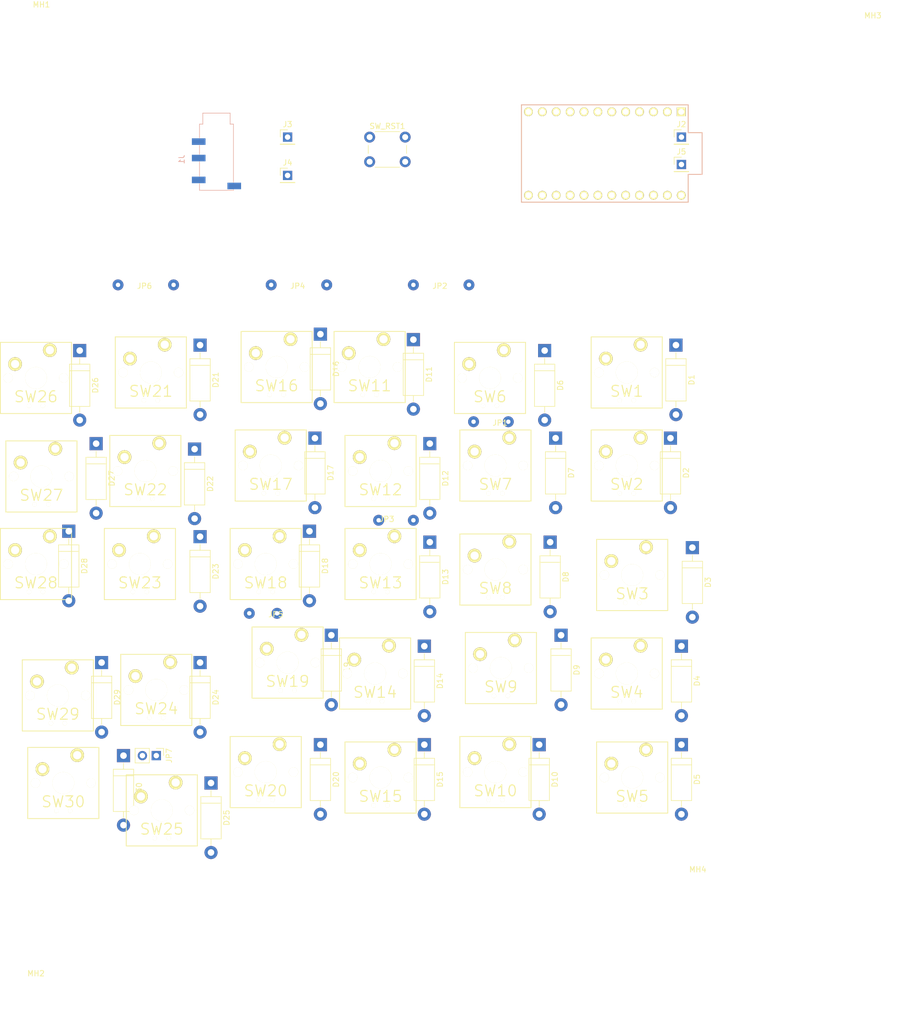
<source format=kicad_pcb>
(kicad_pcb (version 20171130) (host pcbnew "(5.0.0)")

  (general
    (thickness 1.6)
    (drawings 0)
    (tracks 0)
    (zones 0)
    (modules 78)
    (nets 61)
  )

  (page A4)
  (layers
    (0 F.Cu signal)
    (31 B.Cu signal)
    (32 B.Adhes user)
    (33 F.Adhes user)
    (34 B.Paste user)
    (35 F.Paste user)
    (36 B.SilkS user)
    (37 F.SilkS user)
    (38 B.Mask user)
    (39 F.Mask user)
    (40 Dwgs.User user)
    (41 Cmts.User user)
    (42 Eco1.User user)
    (43 Eco2.User user)
    (44 Edge.Cuts user)
    (45 Margin user)
    (46 B.CrtYd user)
    (47 F.CrtYd user)
    (48 B.Fab user)
    (49 F.Fab user)
  )

  (setup
    (last_trace_width 0.25)
    (trace_clearance 0.2)
    (zone_clearance 0.508)
    (zone_45_only no)
    (trace_min 0.2)
    (segment_width 0.2)
    (edge_width 0.15)
    (via_size 0.8)
    (via_drill 0.4)
    (via_min_size 0.4)
    (via_min_drill 0.3)
    (uvia_size 0.3)
    (uvia_drill 0.1)
    (uvias_allowed no)
    (uvia_min_size 0.2)
    (uvia_min_drill 0.1)
    (pcb_text_width 0.3)
    (pcb_text_size 1.5 1.5)
    (mod_edge_width 0.15)
    (mod_text_size 1 1)
    (mod_text_width 0.15)
    (pad_size 1.524 1.524)
    (pad_drill 0.762)
    (pad_to_mask_clearance 0.2)
    (aux_axis_origin 0 0)
    (visible_elements 7FFFFFFF)
    (pcbplotparams
      (layerselection 0x010fc_ffffffff)
      (usegerberextensions false)
      (usegerberattributes false)
      (usegerberadvancedattributes false)
      (creategerberjobfile false)
      (excludeedgelayer true)
      (linewidth 0.100000)
      (plotframeref false)
      (viasonmask false)
      (mode 1)
      (useauxorigin false)
      (hpglpennumber 1)
      (hpglpenspeed 20)
      (hpglpendiameter 15.000000)
      (psnegative false)
      (psa4output false)
      (plotreference true)
      (plotvalue true)
      (plotinvisibletext false)
      (padsonsilk false)
      (subtractmaskfromsilk false)
      (outputformat 1)
      (mirror false)
      (drillshape 1)
      (scaleselection 1)
      (outputdirectory ""))
  )

  (net 0 "")
  (net 1 "Net-(D1-Pad1)")
  (net 2 /row0)
  (net 3 /row1)
  (net 4 "Net-(D2-Pad1)")
  (net 5 "Net-(D3-Pad1)")
  (net 6 /row2)
  (net 7 /row3)
  (net 8 "Net-(D4-Pad1)")
  (net 9 "Net-(D5-Pad1)")
  (net 10 /row4)
  (net 11 "Net-(D6-Pad1)")
  (net 12 "Net-(D7-Pad1)")
  (net 13 "Net-(D8-Pad1)")
  (net 14 "Net-(D9-Pad1)")
  (net 15 "Net-(D10-Pad1)")
  (net 16 "Net-(D11-Pad1)")
  (net 17 "Net-(D12-Pad1)")
  (net 18 "Net-(D13-Pad1)")
  (net 19 "Net-(D14-Pad1)")
  (net 20 "Net-(D15-Pad1)")
  (net 21 "Net-(D16-Pad1)")
  (net 22 "Net-(D17-Pad1)")
  (net 23 "Net-(D18-Pad1)")
  (net 24 "Net-(D19-Pad1)")
  (net 25 "Net-(D20-Pad1)")
  (net 26 "Net-(D21-Pad1)")
  (net 27 "Net-(D22-Pad1)")
  (net 28 "Net-(D23-Pad1)")
  (net 29 "Net-(D24-Pad1)")
  (net 30 "Net-(D25-Pad1)")
  (net 31 "Net-(D26-Pad1)")
  (net 32 "Net-(D27-Pad1)")
  (net 33 "Net-(D28-Pad1)")
  (net 34 "Net-(D29-Pad1)")
  (net 35 "Net-(D30-Pad1)")
  (net 36 "Net-(J1-Pad3)")
  (net 37 /sda)
  (net 38 VCC)
  (net 39 GND)
  (net 40 "Net-(J2-Pad1)")
  (net 41 "Net-(JP1-Pad2)")
  (net 42 /col1)
  (net 43 "Net-(JP2-Pad2)")
  (net 44 /col2)
  (net 45 "Net-(JP3-Pad2)")
  (net 46 /col3)
  (net 47 "Net-(JP4-Pad2)")
  (net 48 "Net-(JP5-Pad2)")
  (net 49 "Net-(JP6-Pad2)")
  (net 50 /col4)
  (net 51 "Net-(JP7-Pad2)")
  (net 52 /col0)
  (net 53 /col5)
  (net 54 "Net-(SW_RST1-Pad1)")
  (net 55 "Net-(U1-Pad2)")
  (net 56 "Net-(U1-Pad5)")
  (net 57 "Net-(U1-Pad8)")
  (net 58 "Net-(U1-Pad19)")
  (net 59 "Net-(U1-Pad20)")
  (net 60 "Net-(U1-Pad24)")

  (net_class Default "これはデフォルトのネット クラスです。"
    (clearance 0.2)
    (trace_width 0.25)
    (via_dia 0.8)
    (via_drill 0.4)
    (uvia_dia 0.3)
    (uvia_drill 0.1)
    (add_net /col0)
    (add_net /col1)
    (add_net /col2)
    (add_net /col3)
    (add_net /col4)
    (add_net /col5)
    (add_net /row0)
    (add_net /row1)
    (add_net /row2)
    (add_net /row3)
    (add_net /row4)
    (add_net /sda)
    (add_net GND)
    (add_net "Net-(D1-Pad1)")
    (add_net "Net-(D10-Pad1)")
    (add_net "Net-(D11-Pad1)")
    (add_net "Net-(D12-Pad1)")
    (add_net "Net-(D13-Pad1)")
    (add_net "Net-(D14-Pad1)")
    (add_net "Net-(D15-Pad1)")
    (add_net "Net-(D16-Pad1)")
    (add_net "Net-(D17-Pad1)")
    (add_net "Net-(D18-Pad1)")
    (add_net "Net-(D19-Pad1)")
    (add_net "Net-(D2-Pad1)")
    (add_net "Net-(D20-Pad1)")
    (add_net "Net-(D21-Pad1)")
    (add_net "Net-(D22-Pad1)")
    (add_net "Net-(D23-Pad1)")
    (add_net "Net-(D24-Pad1)")
    (add_net "Net-(D25-Pad1)")
    (add_net "Net-(D26-Pad1)")
    (add_net "Net-(D27-Pad1)")
    (add_net "Net-(D28-Pad1)")
    (add_net "Net-(D29-Pad1)")
    (add_net "Net-(D3-Pad1)")
    (add_net "Net-(D30-Pad1)")
    (add_net "Net-(D4-Pad1)")
    (add_net "Net-(D5-Pad1)")
    (add_net "Net-(D6-Pad1)")
    (add_net "Net-(D7-Pad1)")
    (add_net "Net-(D8-Pad1)")
    (add_net "Net-(D9-Pad1)")
    (add_net "Net-(J1-Pad3)")
    (add_net "Net-(J2-Pad1)")
    (add_net "Net-(JP1-Pad2)")
    (add_net "Net-(JP2-Pad2)")
    (add_net "Net-(JP3-Pad2)")
    (add_net "Net-(JP4-Pad2)")
    (add_net "Net-(JP5-Pad2)")
    (add_net "Net-(JP6-Pad2)")
    (add_net "Net-(JP7-Pad2)")
    (add_net "Net-(SW_RST1-Pad1)")
    (add_net "Net-(U1-Pad19)")
    (add_net "Net-(U1-Pad2)")
    (add_net "Net-(U1-Pad20)")
    (add_net "Net-(U1-Pad24)")
    (add_net "Net-(U1-Pad5)")
    (add_net "Net-(U1-Pad8)")
    (add_net VCC)
  )

  (module Wire_Connections_Bridges:WireConnection_0.80mmDrill (layer F.Cu) (tedit 5B9F83AE) (tstamp 5BA00E53)
    (at 55 124)
    (descr "WireConnection with 0.8mm drill")
    (path /5BA1F540)
    (fp_text reference JP5 (at 4.8514 0.2032) (layer F.SilkS)
      (effects (font (size 1 1) (thickness 0.15)))
    )
    (fp_text value Jumper_2_Bridged (at 5.08 3.81) (layer F.Fab)
      (effects (font (size 1 1) (thickness 0.15)))
    )
    (pad 2 thru_hole circle (at 5.08 0) (size 1.99898 1.99898) (drill 0.8001) (layers *.Cu *.Mask)
      (net 48 "Net-(JP5-Pad2)"))
    (pad 1 thru_hole circle (at 0 0) (size 1.99898 1.99898) (drill 0.8001) (layers *.Cu *.Mask)
      (net 47 "Net-(JP4-Pad2)"))
  )

  (module Wire_Connections_Bridges:WireConnection_0.80mmDrill (layer F.Cu) (tedit 5B9F8381) (tstamp 5BA0101A)
    (at 85 107 180)
    (descr "WireConnection with 0.8mm drill")
    (path /5BA1DA0C)
    (fp_text reference JP3 (at 4.8514 0.2032 180) (layer F.SilkS)
      (effects (font (size 1 1) (thickness 0.15)))
    )
    (fp_text value Jumper_2_Bridged (at 5.08 3.81 180) (layer F.Fab)
      (effects (font (size 1 1) (thickness 0.15)))
    )
    (pad 1 thru_hole circle (at 0 0 180) (size 1.99898 1.99898) (drill 0.8001) (layers *.Cu *.Mask)
      (net 43 "Net-(JP2-Pad2)"))
    (pad 2 thru_hole circle (at 6.35 0 180) (size 1.99898 1.99898) (drill 0.8001) (layers *.Cu *.Mask)
      (net 45 "Net-(JP3-Pad2)"))
  )

  (module Wire_Connections_Bridges:WireConnection_0.80mmDrill (layer F.Cu) (tedit 5B9F832E) (tstamp 5BA0112B)
    (at 96 89)
    (descr "WireConnection with 0.8mm drill")
    (path /5BA132B7)
    (fp_text reference JP1 (at 4.8514 0.2032) (layer F.SilkS)
      (effects (font (size 1 1) (thickness 0.15)))
    )
    (fp_text value Jumper_2_Bridged (at 5.08 3.81) (layer F.Fab)
      (effects (font (size 1 1) (thickness 0.15)))
    )
    (pad 2 thru_hole circle (at 6.35 0) (size 1.99898 1.99898) (drill 0.8001) (layers *.Cu *.Mask)
      (net 41 "Net-(JP1-Pad2)"))
    (pad 1 thru_hole circle (at 0 0) (size 1.99898 1.99898) (drill 0.8001) (layers *.Cu *.Mask)
      (net 42 /col1))
  )

  (module Diodes_THT:D_DO-15_P12.70mm_Horizontal (layer F.Cu) (tedit 5921392E) (tstamp 5B9F6A28)
    (at 133 75 270)
    (descr "D, DO-15 series, Axial, Horizontal, pin pitch=12.7mm, , length*diameter=7.6*3.6mm^2, , http://www.diodes.com/_files/packages/DO-15.pdf")
    (tags "D DO-15 series Axial Horizontal pin pitch 12.7mm  length 7.6mm diameter 3.6mm")
    (path /5B9DBB73)
    (fp_text reference D1 (at 6.35 -2.86 270) (layer F.SilkS)
      (effects (font (size 1 1) (thickness 0.15)))
    )
    (fp_text value DIODE (at 6.35 2.86 270) (layer F.Fab)
      (effects (font (size 1 1) (thickness 0.15)))
    )
    (fp_text user %R (at 6.35 0 270) (layer F.Fab)
      (effects (font (size 1 1) (thickness 0.15)))
    )
    (fp_line (start 2.55 -1.8) (end 2.55 1.8) (layer F.Fab) (width 0.1))
    (fp_line (start 2.55 1.8) (end 10.15 1.8) (layer F.Fab) (width 0.1))
    (fp_line (start 10.15 1.8) (end 10.15 -1.8) (layer F.Fab) (width 0.1))
    (fp_line (start 10.15 -1.8) (end 2.55 -1.8) (layer F.Fab) (width 0.1))
    (fp_line (start 0 0) (end 2.55 0) (layer F.Fab) (width 0.1))
    (fp_line (start 12.7 0) (end 10.15 0) (layer F.Fab) (width 0.1))
    (fp_line (start 3.69 -1.8) (end 3.69 1.8) (layer F.Fab) (width 0.1))
    (fp_line (start 2.49 -1.86) (end 2.49 1.86) (layer F.SilkS) (width 0.12))
    (fp_line (start 2.49 1.86) (end 10.21 1.86) (layer F.SilkS) (width 0.12))
    (fp_line (start 10.21 1.86) (end 10.21 -1.86) (layer F.SilkS) (width 0.12))
    (fp_line (start 10.21 -1.86) (end 2.49 -1.86) (layer F.SilkS) (width 0.12))
    (fp_line (start 1.38 0) (end 2.49 0) (layer F.SilkS) (width 0.12))
    (fp_line (start 11.32 0) (end 10.21 0) (layer F.SilkS) (width 0.12))
    (fp_line (start 3.69 -1.86) (end 3.69 1.86) (layer F.SilkS) (width 0.12))
    (fp_line (start -1.45 -2.15) (end -1.45 2.15) (layer F.CrtYd) (width 0.05))
    (fp_line (start -1.45 2.15) (end 14.15 2.15) (layer F.CrtYd) (width 0.05))
    (fp_line (start 14.15 2.15) (end 14.15 -2.15) (layer F.CrtYd) (width 0.05))
    (fp_line (start 14.15 -2.15) (end -1.45 -2.15) (layer F.CrtYd) (width 0.05))
    (pad 1 thru_hole rect (at 0 0 270) (size 2.4 2.4) (drill 1.2) (layers *.Cu *.Mask)
      (net 1 "Net-(D1-Pad1)"))
    (pad 2 thru_hole oval (at 12.7 0 270) (size 2.4 2.4) (drill 1.2) (layers *.Cu *.Mask)
      (net 2 /row0))
    (model ${KISYS3DMOD}/Diodes_THT.3dshapes/D_DO-15_P12.70mm_Horizontal.wrl
      (at (xyz 0 0 0))
      (scale (xyz 0.393701 0.393701 0.393701))
      (rotate (xyz 0 0 0))
    )
  )

  (module Diodes_THT:D_DO-15_P12.70mm_Horizontal (layer F.Cu) (tedit 5921392E) (tstamp 5B9F6A41)
    (at 132 92 270)
    (descr "D, DO-15 series, Axial, Horizontal, pin pitch=12.7mm, , length*diameter=7.6*3.6mm^2, , http://www.diodes.com/_files/packages/DO-15.pdf")
    (tags "D DO-15 series Axial Horizontal pin pitch 12.7mm  length 7.6mm diameter 3.6mm")
    (path /5B9DC152)
    (fp_text reference D2 (at 6.35 -2.86 270) (layer F.SilkS)
      (effects (font (size 1 1) (thickness 0.15)))
    )
    (fp_text value DIODE (at 6.35 2.86 270) (layer F.Fab)
      (effects (font (size 1 1) (thickness 0.15)))
    )
    (fp_line (start 14.15 -2.15) (end -1.45 -2.15) (layer F.CrtYd) (width 0.05))
    (fp_line (start 14.15 2.15) (end 14.15 -2.15) (layer F.CrtYd) (width 0.05))
    (fp_line (start -1.45 2.15) (end 14.15 2.15) (layer F.CrtYd) (width 0.05))
    (fp_line (start -1.45 -2.15) (end -1.45 2.15) (layer F.CrtYd) (width 0.05))
    (fp_line (start 3.69 -1.86) (end 3.69 1.86) (layer F.SilkS) (width 0.12))
    (fp_line (start 11.32 0) (end 10.21 0) (layer F.SilkS) (width 0.12))
    (fp_line (start 1.38 0) (end 2.49 0) (layer F.SilkS) (width 0.12))
    (fp_line (start 10.21 -1.86) (end 2.49 -1.86) (layer F.SilkS) (width 0.12))
    (fp_line (start 10.21 1.86) (end 10.21 -1.86) (layer F.SilkS) (width 0.12))
    (fp_line (start 2.49 1.86) (end 10.21 1.86) (layer F.SilkS) (width 0.12))
    (fp_line (start 2.49 -1.86) (end 2.49 1.86) (layer F.SilkS) (width 0.12))
    (fp_line (start 3.69 -1.8) (end 3.69 1.8) (layer F.Fab) (width 0.1))
    (fp_line (start 12.7 0) (end 10.15 0) (layer F.Fab) (width 0.1))
    (fp_line (start 0 0) (end 2.55 0) (layer F.Fab) (width 0.1))
    (fp_line (start 10.15 -1.8) (end 2.55 -1.8) (layer F.Fab) (width 0.1))
    (fp_line (start 10.15 1.8) (end 10.15 -1.8) (layer F.Fab) (width 0.1))
    (fp_line (start 2.55 1.8) (end 10.15 1.8) (layer F.Fab) (width 0.1))
    (fp_line (start 2.55 -1.8) (end 2.55 1.8) (layer F.Fab) (width 0.1))
    (fp_text user %R (at 6.35 0 270) (layer F.Fab)
      (effects (font (size 1 1) (thickness 0.15)))
    )
    (pad 2 thru_hole oval (at 12.7 0 270) (size 2.4 2.4) (drill 1.2) (layers *.Cu *.Mask)
      (net 3 /row1))
    (pad 1 thru_hole rect (at 0 0 270) (size 2.4 2.4) (drill 1.2) (layers *.Cu *.Mask)
      (net 4 "Net-(D2-Pad1)"))
    (model ${KISYS3DMOD}/Diodes_THT.3dshapes/D_DO-15_P12.70mm_Horizontal.wrl
      (at (xyz 0 0 0))
      (scale (xyz 0.393701 0.393701 0.393701))
      (rotate (xyz 0 0 0))
    )
  )

  (module Diodes_THT:D_DO-15_P12.70mm_Horizontal (layer F.Cu) (tedit 5921392E) (tstamp 5B9F6A5A)
    (at 136 112 270)
    (descr "D, DO-15 series, Axial, Horizontal, pin pitch=12.7mm, , length*diameter=7.6*3.6mm^2, , http://www.diodes.com/_files/packages/DO-15.pdf")
    (tags "D DO-15 series Axial Horizontal pin pitch 12.7mm  length 7.6mm diameter 3.6mm")
    (path /5B9DC2B2)
    (fp_text reference D3 (at 6.35 -2.86 270) (layer F.SilkS)
      (effects (font (size 1 1) (thickness 0.15)))
    )
    (fp_text value DIODE (at 6.35 2.86 270) (layer F.Fab)
      (effects (font (size 1 1) (thickness 0.15)))
    )
    (fp_text user %R (at 6.35 0 270) (layer F.Fab)
      (effects (font (size 1 1) (thickness 0.15)))
    )
    (fp_line (start 2.55 -1.8) (end 2.55 1.8) (layer F.Fab) (width 0.1))
    (fp_line (start 2.55 1.8) (end 10.15 1.8) (layer F.Fab) (width 0.1))
    (fp_line (start 10.15 1.8) (end 10.15 -1.8) (layer F.Fab) (width 0.1))
    (fp_line (start 10.15 -1.8) (end 2.55 -1.8) (layer F.Fab) (width 0.1))
    (fp_line (start 0 0) (end 2.55 0) (layer F.Fab) (width 0.1))
    (fp_line (start 12.7 0) (end 10.15 0) (layer F.Fab) (width 0.1))
    (fp_line (start 3.69 -1.8) (end 3.69 1.8) (layer F.Fab) (width 0.1))
    (fp_line (start 2.49 -1.86) (end 2.49 1.86) (layer F.SilkS) (width 0.12))
    (fp_line (start 2.49 1.86) (end 10.21 1.86) (layer F.SilkS) (width 0.12))
    (fp_line (start 10.21 1.86) (end 10.21 -1.86) (layer F.SilkS) (width 0.12))
    (fp_line (start 10.21 -1.86) (end 2.49 -1.86) (layer F.SilkS) (width 0.12))
    (fp_line (start 1.38 0) (end 2.49 0) (layer F.SilkS) (width 0.12))
    (fp_line (start 11.32 0) (end 10.21 0) (layer F.SilkS) (width 0.12))
    (fp_line (start 3.69 -1.86) (end 3.69 1.86) (layer F.SilkS) (width 0.12))
    (fp_line (start -1.45 -2.15) (end -1.45 2.15) (layer F.CrtYd) (width 0.05))
    (fp_line (start -1.45 2.15) (end 14.15 2.15) (layer F.CrtYd) (width 0.05))
    (fp_line (start 14.15 2.15) (end 14.15 -2.15) (layer F.CrtYd) (width 0.05))
    (fp_line (start 14.15 -2.15) (end -1.45 -2.15) (layer F.CrtYd) (width 0.05))
    (pad 1 thru_hole rect (at 0 0 270) (size 2.4 2.4) (drill 1.2) (layers *.Cu *.Mask)
      (net 5 "Net-(D3-Pad1)"))
    (pad 2 thru_hole oval (at 12.7 0 270) (size 2.4 2.4) (drill 1.2) (layers *.Cu *.Mask)
      (net 6 /row2))
    (model ${KISYS3DMOD}/Diodes_THT.3dshapes/D_DO-15_P12.70mm_Horizontal.wrl
      (at (xyz 0 0 0))
      (scale (xyz 0.393701 0.393701 0.393701))
      (rotate (xyz 0 0 0))
    )
  )

  (module Diodes_THT:D_DO-15_P12.70mm_Horizontal (layer F.Cu) (tedit 5921392E) (tstamp 5B9F6A73)
    (at 134 130 270)
    (descr "D, DO-15 series, Axial, Horizontal, pin pitch=12.7mm, , length*diameter=7.6*3.6mm^2, , http://www.diodes.com/_files/packages/DO-15.pdf")
    (tags "D DO-15 series Axial Horizontal pin pitch 12.7mm  length 7.6mm diameter 3.6mm")
    (path /5B9DC35C)
    (fp_text reference D4 (at 6.35 -2.86 270) (layer F.SilkS)
      (effects (font (size 1 1) (thickness 0.15)))
    )
    (fp_text value DIODE (at 6.35 2.86 270) (layer F.Fab)
      (effects (font (size 1 1) (thickness 0.15)))
    )
    (fp_line (start 14.15 -2.15) (end -1.45 -2.15) (layer F.CrtYd) (width 0.05))
    (fp_line (start 14.15 2.15) (end 14.15 -2.15) (layer F.CrtYd) (width 0.05))
    (fp_line (start -1.45 2.15) (end 14.15 2.15) (layer F.CrtYd) (width 0.05))
    (fp_line (start -1.45 -2.15) (end -1.45 2.15) (layer F.CrtYd) (width 0.05))
    (fp_line (start 3.69 -1.86) (end 3.69 1.86) (layer F.SilkS) (width 0.12))
    (fp_line (start 11.32 0) (end 10.21 0) (layer F.SilkS) (width 0.12))
    (fp_line (start 1.38 0) (end 2.49 0) (layer F.SilkS) (width 0.12))
    (fp_line (start 10.21 -1.86) (end 2.49 -1.86) (layer F.SilkS) (width 0.12))
    (fp_line (start 10.21 1.86) (end 10.21 -1.86) (layer F.SilkS) (width 0.12))
    (fp_line (start 2.49 1.86) (end 10.21 1.86) (layer F.SilkS) (width 0.12))
    (fp_line (start 2.49 -1.86) (end 2.49 1.86) (layer F.SilkS) (width 0.12))
    (fp_line (start 3.69 -1.8) (end 3.69 1.8) (layer F.Fab) (width 0.1))
    (fp_line (start 12.7 0) (end 10.15 0) (layer F.Fab) (width 0.1))
    (fp_line (start 0 0) (end 2.55 0) (layer F.Fab) (width 0.1))
    (fp_line (start 10.15 -1.8) (end 2.55 -1.8) (layer F.Fab) (width 0.1))
    (fp_line (start 10.15 1.8) (end 10.15 -1.8) (layer F.Fab) (width 0.1))
    (fp_line (start 2.55 1.8) (end 10.15 1.8) (layer F.Fab) (width 0.1))
    (fp_line (start 2.55 -1.8) (end 2.55 1.8) (layer F.Fab) (width 0.1))
    (fp_text user %R (at 6.35 0 270) (layer F.Fab)
      (effects (font (size 1 1) (thickness 0.15)))
    )
    (pad 2 thru_hole oval (at 12.7 0 270) (size 2.4 2.4) (drill 1.2) (layers *.Cu *.Mask)
      (net 7 /row3))
    (pad 1 thru_hole rect (at 0 0 270) (size 2.4 2.4) (drill 1.2) (layers *.Cu *.Mask)
      (net 8 "Net-(D4-Pad1)"))
    (model ${KISYS3DMOD}/Diodes_THT.3dshapes/D_DO-15_P12.70mm_Horizontal.wrl
      (at (xyz 0 0 0))
      (scale (xyz 0.393701 0.393701 0.393701))
      (rotate (xyz 0 0 0))
    )
  )

  (module Diodes_THT:D_DO-15_P12.70mm_Horizontal (layer F.Cu) (tedit 5921392E) (tstamp 5B9F6A8C)
    (at 134 148 270)
    (descr "D, DO-15 series, Axial, Horizontal, pin pitch=12.7mm, , length*diameter=7.6*3.6mm^2, , http://www.diodes.com/_files/packages/DO-15.pdf")
    (tags "D DO-15 series Axial Horizontal pin pitch 12.7mm  length 7.6mm diameter 3.6mm")
    (path /5B9DC504)
    (fp_text reference D5 (at 6.35 -2.86 270) (layer F.SilkS)
      (effects (font (size 1 1) (thickness 0.15)))
    )
    (fp_text value DIODE (at 6.35 2.86 270) (layer F.Fab)
      (effects (font (size 1 1) (thickness 0.15)))
    )
    (fp_text user %R (at 6.35 0 270) (layer F.Fab)
      (effects (font (size 1 1) (thickness 0.15)))
    )
    (fp_line (start 2.55 -1.8) (end 2.55 1.8) (layer F.Fab) (width 0.1))
    (fp_line (start 2.55 1.8) (end 10.15 1.8) (layer F.Fab) (width 0.1))
    (fp_line (start 10.15 1.8) (end 10.15 -1.8) (layer F.Fab) (width 0.1))
    (fp_line (start 10.15 -1.8) (end 2.55 -1.8) (layer F.Fab) (width 0.1))
    (fp_line (start 0 0) (end 2.55 0) (layer F.Fab) (width 0.1))
    (fp_line (start 12.7 0) (end 10.15 0) (layer F.Fab) (width 0.1))
    (fp_line (start 3.69 -1.8) (end 3.69 1.8) (layer F.Fab) (width 0.1))
    (fp_line (start 2.49 -1.86) (end 2.49 1.86) (layer F.SilkS) (width 0.12))
    (fp_line (start 2.49 1.86) (end 10.21 1.86) (layer F.SilkS) (width 0.12))
    (fp_line (start 10.21 1.86) (end 10.21 -1.86) (layer F.SilkS) (width 0.12))
    (fp_line (start 10.21 -1.86) (end 2.49 -1.86) (layer F.SilkS) (width 0.12))
    (fp_line (start 1.38 0) (end 2.49 0) (layer F.SilkS) (width 0.12))
    (fp_line (start 11.32 0) (end 10.21 0) (layer F.SilkS) (width 0.12))
    (fp_line (start 3.69 -1.86) (end 3.69 1.86) (layer F.SilkS) (width 0.12))
    (fp_line (start -1.45 -2.15) (end -1.45 2.15) (layer F.CrtYd) (width 0.05))
    (fp_line (start -1.45 2.15) (end 14.15 2.15) (layer F.CrtYd) (width 0.05))
    (fp_line (start 14.15 2.15) (end 14.15 -2.15) (layer F.CrtYd) (width 0.05))
    (fp_line (start 14.15 -2.15) (end -1.45 -2.15) (layer F.CrtYd) (width 0.05))
    (pad 1 thru_hole rect (at 0 0 270) (size 2.4 2.4) (drill 1.2) (layers *.Cu *.Mask)
      (net 9 "Net-(D5-Pad1)"))
    (pad 2 thru_hole oval (at 12.7 0 270) (size 2.4 2.4) (drill 1.2) (layers *.Cu *.Mask)
      (net 10 /row4))
    (model ${KISYS3DMOD}/Diodes_THT.3dshapes/D_DO-15_P12.70mm_Horizontal.wrl
      (at (xyz 0 0 0))
      (scale (xyz 0.393701 0.393701 0.393701))
      (rotate (xyz 0 0 0))
    )
  )

  (module Diodes_THT:D_DO-15_P12.70mm_Horizontal (layer F.Cu) (tedit 5921392E) (tstamp 5B9F6AA5)
    (at 109 76 270)
    (descr "D, DO-15 series, Axial, Horizontal, pin pitch=12.7mm, , length*diameter=7.6*3.6mm^2, , http://www.diodes.com/_files/packages/DO-15.pdf")
    (tags "D DO-15 series Axial Horizontal pin pitch 12.7mm  length 7.6mm diameter 3.6mm")
    (path /5B9DCB05)
    (fp_text reference D6 (at 6.35 -2.86 270) (layer F.SilkS)
      (effects (font (size 1 1) (thickness 0.15)))
    )
    (fp_text value DIODE (at 6.35 2.86 270) (layer F.Fab)
      (effects (font (size 1 1) (thickness 0.15)))
    )
    (fp_line (start 14.15 -2.15) (end -1.45 -2.15) (layer F.CrtYd) (width 0.05))
    (fp_line (start 14.15 2.15) (end 14.15 -2.15) (layer F.CrtYd) (width 0.05))
    (fp_line (start -1.45 2.15) (end 14.15 2.15) (layer F.CrtYd) (width 0.05))
    (fp_line (start -1.45 -2.15) (end -1.45 2.15) (layer F.CrtYd) (width 0.05))
    (fp_line (start 3.69 -1.86) (end 3.69 1.86) (layer F.SilkS) (width 0.12))
    (fp_line (start 11.32 0) (end 10.21 0) (layer F.SilkS) (width 0.12))
    (fp_line (start 1.38 0) (end 2.49 0) (layer F.SilkS) (width 0.12))
    (fp_line (start 10.21 -1.86) (end 2.49 -1.86) (layer F.SilkS) (width 0.12))
    (fp_line (start 10.21 1.86) (end 10.21 -1.86) (layer F.SilkS) (width 0.12))
    (fp_line (start 2.49 1.86) (end 10.21 1.86) (layer F.SilkS) (width 0.12))
    (fp_line (start 2.49 -1.86) (end 2.49 1.86) (layer F.SilkS) (width 0.12))
    (fp_line (start 3.69 -1.8) (end 3.69 1.8) (layer F.Fab) (width 0.1))
    (fp_line (start 12.7 0) (end 10.15 0) (layer F.Fab) (width 0.1))
    (fp_line (start 0 0) (end 2.55 0) (layer F.Fab) (width 0.1))
    (fp_line (start 10.15 -1.8) (end 2.55 -1.8) (layer F.Fab) (width 0.1))
    (fp_line (start 10.15 1.8) (end 10.15 -1.8) (layer F.Fab) (width 0.1))
    (fp_line (start 2.55 1.8) (end 10.15 1.8) (layer F.Fab) (width 0.1))
    (fp_line (start 2.55 -1.8) (end 2.55 1.8) (layer F.Fab) (width 0.1))
    (fp_text user %R (at 6.35 0 270) (layer F.Fab)
      (effects (font (size 1 1) (thickness 0.15)))
    )
    (pad 2 thru_hole oval (at 12.7 0 270) (size 2.4 2.4) (drill 1.2) (layers *.Cu *.Mask)
      (net 2 /row0))
    (pad 1 thru_hole rect (at 0 0 270) (size 2.4 2.4) (drill 1.2) (layers *.Cu *.Mask)
      (net 11 "Net-(D6-Pad1)"))
    (model ${KISYS3DMOD}/Diodes_THT.3dshapes/D_DO-15_P12.70mm_Horizontal.wrl
      (at (xyz 0 0 0))
      (scale (xyz 0.393701 0.393701 0.393701))
      (rotate (xyz 0 0 0))
    )
  )

  (module Diodes_THT:D_DO-15_P12.70mm_Horizontal (layer F.Cu) (tedit 5921392E) (tstamp 5B9F6ABE)
    (at 111 92 270)
    (descr "D, DO-15 series, Axial, Horizontal, pin pitch=12.7mm, , length*diameter=7.6*3.6mm^2, , http://www.diodes.com/_files/packages/DO-15.pdf")
    (tags "D DO-15 series Axial Horizontal pin pitch 12.7mm  length 7.6mm diameter 3.6mm")
    (path /5B9DCB13)
    (fp_text reference D7 (at 6.35 -2.86 270) (layer F.SilkS)
      (effects (font (size 1 1) (thickness 0.15)))
    )
    (fp_text value DIODE (at 6.35 2.86 270) (layer F.Fab)
      (effects (font (size 1 1) (thickness 0.15)))
    )
    (fp_text user %R (at 6.35 0 270) (layer F.Fab)
      (effects (font (size 1 1) (thickness 0.15)))
    )
    (fp_line (start 2.55 -1.8) (end 2.55 1.8) (layer F.Fab) (width 0.1))
    (fp_line (start 2.55 1.8) (end 10.15 1.8) (layer F.Fab) (width 0.1))
    (fp_line (start 10.15 1.8) (end 10.15 -1.8) (layer F.Fab) (width 0.1))
    (fp_line (start 10.15 -1.8) (end 2.55 -1.8) (layer F.Fab) (width 0.1))
    (fp_line (start 0 0) (end 2.55 0) (layer F.Fab) (width 0.1))
    (fp_line (start 12.7 0) (end 10.15 0) (layer F.Fab) (width 0.1))
    (fp_line (start 3.69 -1.8) (end 3.69 1.8) (layer F.Fab) (width 0.1))
    (fp_line (start 2.49 -1.86) (end 2.49 1.86) (layer F.SilkS) (width 0.12))
    (fp_line (start 2.49 1.86) (end 10.21 1.86) (layer F.SilkS) (width 0.12))
    (fp_line (start 10.21 1.86) (end 10.21 -1.86) (layer F.SilkS) (width 0.12))
    (fp_line (start 10.21 -1.86) (end 2.49 -1.86) (layer F.SilkS) (width 0.12))
    (fp_line (start 1.38 0) (end 2.49 0) (layer F.SilkS) (width 0.12))
    (fp_line (start 11.32 0) (end 10.21 0) (layer F.SilkS) (width 0.12))
    (fp_line (start 3.69 -1.86) (end 3.69 1.86) (layer F.SilkS) (width 0.12))
    (fp_line (start -1.45 -2.15) (end -1.45 2.15) (layer F.CrtYd) (width 0.05))
    (fp_line (start -1.45 2.15) (end 14.15 2.15) (layer F.CrtYd) (width 0.05))
    (fp_line (start 14.15 2.15) (end 14.15 -2.15) (layer F.CrtYd) (width 0.05))
    (fp_line (start 14.15 -2.15) (end -1.45 -2.15) (layer F.CrtYd) (width 0.05))
    (pad 1 thru_hole rect (at 0 0 270) (size 2.4 2.4) (drill 1.2) (layers *.Cu *.Mask)
      (net 12 "Net-(D7-Pad1)"))
    (pad 2 thru_hole oval (at 12.7 0 270) (size 2.4 2.4) (drill 1.2) (layers *.Cu *.Mask)
      (net 3 /row1))
    (model ${KISYS3DMOD}/Diodes_THT.3dshapes/D_DO-15_P12.70mm_Horizontal.wrl
      (at (xyz 0 0 0))
      (scale (xyz 0.393701 0.393701 0.393701))
      (rotate (xyz 0 0 0))
    )
  )

  (module Diodes_THT:D_DO-15_P12.70mm_Horizontal (layer F.Cu) (tedit 5921392E) (tstamp 5B9F6AD7)
    (at 110 111 270)
    (descr "D, DO-15 series, Axial, Horizontal, pin pitch=12.7mm, , length*diameter=7.6*3.6mm^2, , http://www.diodes.com/_files/packages/DO-15.pdf")
    (tags "D DO-15 series Axial Horizontal pin pitch 12.7mm  length 7.6mm diameter 3.6mm")
    (path /5B9DCB21)
    (fp_text reference D8 (at 6.35 -2.86 270) (layer F.SilkS)
      (effects (font (size 1 1) (thickness 0.15)))
    )
    (fp_text value DIODE (at 6.35 2.86 270) (layer F.Fab)
      (effects (font (size 1 1) (thickness 0.15)))
    )
    (fp_line (start 14.15 -2.15) (end -1.45 -2.15) (layer F.CrtYd) (width 0.05))
    (fp_line (start 14.15 2.15) (end 14.15 -2.15) (layer F.CrtYd) (width 0.05))
    (fp_line (start -1.45 2.15) (end 14.15 2.15) (layer F.CrtYd) (width 0.05))
    (fp_line (start -1.45 -2.15) (end -1.45 2.15) (layer F.CrtYd) (width 0.05))
    (fp_line (start 3.69 -1.86) (end 3.69 1.86) (layer F.SilkS) (width 0.12))
    (fp_line (start 11.32 0) (end 10.21 0) (layer F.SilkS) (width 0.12))
    (fp_line (start 1.38 0) (end 2.49 0) (layer F.SilkS) (width 0.12))
    (fp_line (start 10.21 -1.86) (end 2.49 -1.86) (layer F.SilkS) (width 0.12))
    (fp_line (start 10.21 1.86) (end 10.21 -1.86) (layer F.SilkS) (width 0.12))
    (fp_line (start 2.49 1.86) (end 10.21 1.86) (layer F.SilkS) (width 0.12))
    (fp_line (start 2.49 -1.86) (end 2.49 1.86) (layer F.SilkS) (width 0.12))
    (fp_line (start 3.69 -1.8) (end 3.69 1.8) (layer F.Fab) (width 0.1))
    (fp_line (start 12.7 0) (end 10.15 0) (layer F.Fab) (width 0.1))
    (fp_line (start 0 0) (end 2.55 0) (layer F.Fab) (width 0.1))
    (fp_line (start 10.15 -1.8) (end 2.55 -1.8) (layer F.Fab) (width 0.1))
    (fp_line (start 10.15 1.8) (end 10.15 -1.8) (layer F.Fab) (width 0.1))
    (fp_line (start 2.55 1.8) (end 10.15 1.8) (layer F.Fab) (width 0.1))
    (fp_line (start 2.55 -1.8) (end 2.55 1.8) (layer F.Fab) (width 0.1))
    (fp_text user %R (at 6.35 0 270) (layer F.Fab)
      (effects (font (size 1 1) (thickness 0.15)))
    )
    (pad 2 thru_hole oval (at 12.7 0 270) (size 2.4 2.4) (drill 1.2) (layers *.Cu *.Mask)
      (net 6 /row2))
    (pad 1 thru_hole rect (at 0 0 270) (size 2.4 2.4) (drill 1.2) (layers *.Cu *.Mask)
      (net 13 "Net-(D8-Pad1)"))
    (model ${KISYS3DMOD}/Diodes_THT.3dshapes/D_DO-15_P12.70mm_Horizontal.wrl
      (at (xyz 0 0 0))
      (scale (xyz 0.393701 0.393701 0.393701))
      (rotate (xyz 0 0 0))
    )
  )

  (module Diodes_THT:D_DO-15_P12.70mm_Horizontal (layer F.Cu) (tedit 5921392E) (tstamp 5B9F6AF0)
    (at 112 128 270)
    (descr "D, DO-15 series, Axial, Horizontal, pin pitch=12.7mm, , length*diameter=7.6*3.6mm^2, , http://www.diodes.com/_files/packages/DO-15.pdf")
    (tags "D DO-15 series Axial Horizontal pin pitch 12.7mm  length 7.6mm diameter 3.6mm")
    (path /5B9DCB2F)
    (fp_text reference D9 (at 6.35 -2.86 270) (layer F.SilkS)
      (effects (font (size 1 1) (thickness 0.15)))
    )
    (fp_text value DIODE (at 6.35 2.86 270) (layer F.Fab)
      (effects (font (size 1 1) (thickness 0.15)))
    )
    (fp_text user %R (at 6.35 0 270) (layer F.Fab)
      (effects (font (size 1 1) (thickness 0.15)))
    )
    (fp_line (start 2.55 -1.8) (end 2.55 1.8) (layer F.Fab) (width 0.1))
    (fp_line (start 2.55 1.8) (end 10.15 1.8) (layer F.Fab) (width 0.1))
    (fp_line (start 10.15 1.8) (end 10.15 -1.8) (layer F.Fab) (width 0.1))
    (fp_line (start 10.15 -1.8) (end 2.55 -1.8) (layer F.Fab) (width 0.1))
    (fp_line (start 0 0) (end 2.55 0) (layer F.Fab) (width 0.1))
    (fp_line (start 12.7 0) (end 10.15 0) (layer F.Fab) (width 0.1))
    (fp_line (start 3.69 -1.8) (end 3.69 1.8) (layer F.Fab) (width 0.1))
    (fp_line (start 2.49 -1.86) (end 2.49 1.86) (layer F.SilkS) (width 0.12))
    (fp_line (start 2.49 1.86) (end 10.21 1.86) (layer F.SilkS) (width 0.12))
    (fp_line (start 10.21 1.86) (end 10.21 -1.86) (layer F.SilkS) (width 0.12))
    (fp_line (start 10.21 -1.86) (end 2.49 -1.86) (layer F.SilkS) (width 0.12))
    (fp_line (start 1.38 0) (end 2.49 0) (layer F.SilkS) (width 0.12))
    (fp_line (start 11.32 0) (end 10.21 0) (layer F.SilkS) (width 0.12))
    (fp_line (start 3.69 -1.86) (end 3.69 1.86) (layer F.SilkS) (width 0.12))
    (fp_line (start -1.45 -2.15) (end -1.45 2.15) (layer F.CrtYd) (width 0.05))
    (fp_line (start -1.45 2.15) (end 14.15 2.15) (layer F.CrtYd) (width 0.05))
    (fp_line (start 14.15 2.15) (end 14.15 -2.15) (layer F.CrtYd) (width 0.05))
    (fp_line (start 14.15 -2.15) (end -1.45 -2.15) (layer F.CrtYd) (width 0.05))
    (pad 1 thru_hole rect (at 0 0 270) (size 2.4 2.4) (drill 1.2) (layers *.Cu *.Mask)
      (net 14 "Net-(D9-Pad1)"))
    (pad 2 thru_hole oval (at 12.7 0 270) (size 2.4 2.4) (drill 1.2) (layers *.Cu *.Mask)
      (net 7 /row3))
    (model ${KISYS3DMOD}/Diodes_THT.3dshapes/D_DO-15_P12.70mm_Horizontal.wrl
      (at (xyz 0 0 0))
      (scale (xyz 0.393701 0.393701 0.393701))
      (rotate (xyz 0 0 0))
    )
  )

  (module Diodes_THT:D_DO-15_P12.70mm_Horizontal (layer F.Cu) (tedit 5921392E) (tstamp 5B9F6B09)
    (at 108 148 270)
    (descr "D, DO-15 series, Axial, Horizontal, pin pitch=12.7mm, , length*diameter=7.6*3.6mm^2, , http://www.diodes.com/_files/packages/DO-15.pdf")
    (tags "D DO-15 series Axial Horizontal pin pitch 12.7mm  length 7.6mm diameter 3.6mm")
    (path /5B9DCB3D)
    (fp_text reference D10 (at 6.35 -2.86 270) (layer F.SilkS)
      (effects (font (size 1 1) (thickness 0.15)))
    )
    (fp_text value DIODE (at 6.35 2.86 270) (layer F.Fab)
      (effects (font (size 1 1) (thickness 0.15)))
    )
    (fp_line (start 14.15 -2.15) (end -1.45 -2.15) (layer F.CrtYd) (width 0.05))
    (fp_line (start 14.15 2.15) (end 14.15 -2.15) (layer F.CrtYd) (width 0.05))
    (fp_line (start -1.45 2.15) (end 14.15 2.15) (layer F.CrtYd) (width 0.05))
    (fp_line (start -1.45 -2.15) (end -1.45 2.15) (layer F.CrtYd) (width 0.05))
    (fp_line (start 3.69 -1.86) (end 3.69 1.86) (layer F.SilkS) (width 0.12))
    (fp_line (start 11.32 0) (end 10.21 0) (layer F.SilkS) (width 0.12))
    (fp_line (start 1.38 0) (end 2.49 0) (layer F.SilkS) (width 0.12))
    (fp_line (start 10.21 -1.86) (end 2.49 -1.86) (layer F.SilkS) (width 0.12))
    (fp_line (start 10.21 1.86) (end 10.21 -1.86) (layer F.SilkS) (width 0.12))
    (fp_line (start 2.49 1.86) (end 10.21 1.86) (layer F.SilkS) (width 0.12))
    (fp_line (start 2.49 -1.86) (end 2.49 1.86) (layer F.SilkS) (width 0.12))
    (fp_line (start 3.69 -1.8) (end 3.69 1.8) (layer F.Fab) (width 0.1))
    (fp_line (start 12.7 0) (end 10.15 0) (layer F.Fab) (width 0.1))
    (fp_line (start 0 0) (end 2.55 0) (layer F.Fab) (width 0.1))
    (fp_line (start 10.15 -1.8) (end 2.55 -1.8) (layer F.Fab) (width 0.1))
    (fp_line (start 10.15 1.8) (end 10.15 -1.8) (layer F.Fab) (width 0.1))
    (fp_line (start 2.55 1.8) (end 10.15 1.8) (layer F.Fab) (width 0.1))
    (fp_line (start 2.55 -1.8) (end 2.55 1.8) (layer F.Fab) (width 0.1))
    (fp_text user %R (at 6.35 0 270) (layer F.Fab)
      (effects (font (size 1 1) (thickness 0.15)))
    )
    (pad 2 thru_hole oval (at 12.7 0 270) (size 2.4 2.4) (drill 1.2) (layers *.Cu *.Mask)
      (net 10 /row4))
    (pad 1 thru_hole rect (at 0 0 270) (size 2.4 2.4) (drill 1.2) (layers *.Cu *.Mask)
      (net 15 "Net-(D10-Pad1)"))
    (model ${KISYS3DMOD}/Diodes_THT.3dshapes/D_DO-15_P12.70mm_Horizontal.wrl
      (at (xyz 0 0 0))
      (scale (xyz 0.393701 0.393701 0.393701))
      (rotate (xyz 0 0 0))
    )
  )

  (module Diodes_THT:D_DO-15_P12.70mm_Horizontal (layer F.Cu) (tedit 5921392E) (tstamp 5B9F6B22)
    (at 85 74 270)
    (descr "D, DO-15 series, Axial, Horizontal, pin pitch=12.7mm, , length*diameter=7.6*3.6mm^2, , http://www.diodes.com/_files/packages/DO-15.pdf")
    (tags "D DO-15 series Axial Horizontal pin pitch 12.7mm  length 7.6mm diameter 3.6mm")
    (path /5B9DCDCF)
    (fp_text reference D11 (at 6.35 -2.86 270) (layer F.SilkS)
      (effects (font (size 1 1) (thickness 0.15)))
    )
    (fp_text value DIODE (at 6.35 2.86 270) (layer F.Fab)
      (effects (font (size 1 1) (thickness 0.15)))
    )
    (fp_text user %R (at 6.35 0 270) (layer F.Fab)
      (effects (font (size 1 1) (thickness 0.15)))
    )
    (fp_line (start 2.55 -1.8) (end 2.55 1.8) (layer F.Fab) (width 0.1))
    (fp_line (start 2.55 1.8) (end 10.15 1.8) (layer F.Fab) (width 0.1))
    (fp_line (start 10.15 1.8) (end 10.15 -1.8) (layer F.Fab) (width 0.1))
    (fp_line (start 10.15 -1.8) (end 2.55 -1.8) (layer F.Fab) (width 0.1))
    (fp_line (start 0 0) (end 2.55 0) (layer F.Fab) (width 0.1))
    (fp_line (start 12.7 0) (end 10.15 0) (layer F.Fab) (width 0.1))
    (fp_line (start 3.69 -1.8) (end 3.69 1.8) (layer F.Fab) (width 0.1))
    (fp_line (start 2.49 -1.86) (end 2.49 1.86) (layer F.SilkS) (width 0.12))
    (fp_line (start 2.49 1.86) (end 10.21 1.86) (layer F.SilkS) (width 0.12))
    (fp_line (start 10.21 1.86) (end 10.21 -1.86) (layer F.SilkS) (width 0.12))
    (fp_line (start 10.21 -1.86) (end 2.49 -1.86) (layer F.SilkS) (width 0.12))
    (fp_line (start 1.38 0) (end 2.49 0) (layer F.SilkS) (width 0.12))
    (fp_line (start 11.32 0) (end 10.21 0) (layer F.SilkS) (width 0.12))
    (fp_line (start 3.69 -1.86) (end 3.69 1.86) (layer F.SilkS) (width 0.12))
    (fp_line (start -1.45 -2.15) (end -1.45 2.15) (layer F.CrtYd) (width 0.05))
    (fp_line (start -1.45 2.15) (end 14.15 2.15) (layer F.CrtYd) (width 0.05))
    (fp_line (start 14.15 2.15) (end 14.15 -2.15) (layer F.CrtYd) (width 0.05))
    (fp_line (start 14.15 -2.15) (end -1.45 -2.15) (layer F.CrtYd) (width 0.05))
    (pad 1 thru_hole rect (at 0 0 270) (size 2.4 2.4) (drill 1.2) (layers *.Cu *.Mask)
      (net 16 "Net-(D11-Pad1)"))
    (pad 2 thru_hole oval (at 12.7 0 270) (size 2.4 2.4) (drill 1.2) (layers *.Cu *.Mask)
      (net 2 /row0))
    (model ${KISYS3DMOD}/Diodes_THT.3dshapes/D_DO-15_P12.70mm_Horizontal.wrl
      (at (xyz 0 0 0))
      (scale (xyz 0.393701 0.393701 0.393701))
      (rotate (xyz 0 0 0))
    )
  )

  (module Diodes_THT:D_DO-15_P12.70mm_Horizontal (layer F.Cu) (tedit 5921392E) (tstamp 5B9F6B3B)
    (at 88 93 270)
    (descr "D, DO-15 series, Axial, Horizontal, pin pitch=12.7mm, , length*diameter=7.6*3.6mm^2, , http://www.diodes.com/_files/packages/DO-15.pdf")
    (tags "D DO-15 series Axial Horizontal pin pitch 12.7mm  length 7.6mm diameter 3.6mm")
    (path /5B9DCDDD)
    (fp_text reference D12 (at 6.35 -2.86 270) (layer F.SilkS)
      (effects (font (size 1 1) (thickness 0.15)))
    )
    (fp_text value DIODE (at 6.35 2.86 270) (layer F.Fab)
      (effects (font (size 1 1) (thickness 0.15)))
    )
    (fp_line (start 14.15 -2.15) (end -1.45 -2.15) (layer F.CrtYd) (width 0.05))
    (fp_line (start 14.15 2.15) (end 14.15 -2.15) (layer F.CrtYd) (width 0.05))
    (fp_line (start -1.45 2.15) (end 14.15 2.15) (layer F.CrtYd) (width 0.05))
    (fp_line (start -1.45 -2.15) (end -1.45 2.15) (layer F.CrtYd) (width 0.05))
    (fp_line (start 3.69 -1.86) (end 3.69 1.86) (layer F.SilkS) (width 0.12))
    (fp_line (start 11.32 0) (end 10.21 0) (layer F.SilkS) (width 0.12))
    (fp_line (start 1.38 0) (end 2.49 0) (layer F.SilkS) (width 0.12))
    (fp_line (start 10.21 -1.86) (end 2.49 -1.86) (layer F.SilkS) (width 0.12))
    (fp_line (start 10.21 1.86) (end 10.21 -1.86) (layer F.SilkS) (width 0.12))
    (fp_line (start 2.49 1.86) (end 10.21 1.86) (layer F.SilkS) (width 0.12))
    (fp_line (start 2.49 -1.86) (end 2.49 1.86) (layer F.SilkS) (width 0.12))
    (fp_line (start 3.69 -1.8) (end 3.69 1.8) (layer F.Fab) (width 0.1))
    (fp_line (start 12.7 0) (end 10.15 0) (layer F.Fab) (width 0.1))
    (fp_line (start 0 0) (end 2.55 0) (layer F.Fab) (width 0.1))
    (fp_line (start 10.15 -1.8) (end 2.55 -1.8) (layer F.Fab) (width 0.1))
    (fp_line (start 10.15 1.8) (end 10.15 -1.8) (layer F.Fab) (width 0.1))
    (fp_line (start 2.55 1.8) (end 10.15 1.8) (layer F.Fab) (width 0.1))
    (fp_line (start 2.55 -1.8) (end 2.55 1.8) (layer F.Fab) (width 0.1))
    (fp_text user %R (at 6.35 0 270) (layer F.Fab)
      (effects (font (size 1 1) (thickness 0.15)))
    )
    (pad 2 thru_hole oval (at 12.7 0 270) (size 2.4 2.4) (drill 1.2) (layers *.Cu *.Mask)
      (net 3 /row1))
    (pad 1 thru_hole rect (at 0 0 270) (size 2.4 2.4) (drill 1.2) (layers *.Cu *.Mask)
      (net 17 "Net-(D12-Pad1)"))
    (model ${KISYS3DMOD}/Diodes_THT.3dshapes/D_DO-15_P12.70mm_Horizontal.wrl
      (at (xyz 0 0 0))
      (scale (xyz 0.393701 0.393701 0.393701))
      (rotate (xyz 0 0 0))
    )
  )

  (module Diodes_THT:D_DO-15_P12.70mm_Horizontal (layer F.Cu) (tedit 5921392E) (tstamp 5B9F6B54)
    (at 88 111 270)
    (descr "D, DO-15 series, Axial, Horizontal, pin pitch=12.7mm, , length*diameter=7.6*3.6mm^2, , http://www.diodes.com/_files/packages/DO-15.pdf")
    (tags "D DO-15 series Axial Horizontal pin pitch 12.7mm  length 7.6mm diameter 3.6mm")
    (path /5B9DCDEB)
    (fp_text reference D13 (at 6.35 -2.86 270) (layer F.SilkS)
      (effects (font (size 1 1) (thickness 0.15)))
    )
    (fp_text value DIODE (at 6.35 2.86 270) (layer F.Fab)
      (effects (font (size 1 1) (thickness 0.15)))
    )
    (fp_text user %R (at 6.35 0 270) (layer F.Fab)
      (effects (font (size 1 1) (thickness 0.15)))
    )
    (fp_line (start 2.55 -1.8) (end 2.55 1.8) (layer F.Fab) (width 0.1))
    (fp_line (start 2.55 1.8) (end 10.15 1.8) (layer F.Fab) (width 0.1))
    (fp_line (start 10.15 1.8) (end 10.15 -1.8) (layer F.Fab) (width 0.1))
    (fp_line (start 10.15 -1.8) (end 2.55 -1.8) (layer F.Fab) (width 0.1))
    (fp_line (start 0 0) (end 2.55 0) (layer F.Fab) (width 0.1))
    (fp_line (start 12.7 0) (end 10.15 0) (layer F.Fab) (width 0.1))
    (fp_line (start 3.69 -1.8) (end 3.69 1.8) (layer F.Fab) (width 0.1))
    (fp_line (start 2.49 -1.86) (end 2.49 1.86) (layer F.SilkS) (width 0.12))
    (fp_line (start 2.49 1.86) (end 10.21 1.86) (layer F.SilkS) (width 0.12))
    (fp_line (start 10.21 1.86) (end 10.21 -1.86) (layer F.SilkS) (width 0.12))
    (fp_line (start 10.21 -1.86) (end 2.49 -1.86) (layer F.SilkS) (width 0.12))
    (fp_line (start 1.38 0) (end 2.49 0) (layer F.SilkS) (width 0.12))
    (fp_line (start 11.32 0) (end 10.21 0) (layer F.SilkS) (width 0.12))
    (fp_line (start 3.69 -1.86) (end 3.69 1.86) (layer F.SilkS) (width 0.12))
    (fp_line (start -1.45 -2.15) (end -1.45 2.15) (layer F.CrtYd) (width 0.05))
    (fp_line (start -1.45 2.15) (end 14.15 2.15) (layer F.CrtYd) (width 0.05))
    (fp_line (start 14.15 2.15) (end 14.15 -2.15) (layer F.CrtYd) (width 0.05))
    (fp_line (start 14.15 -2.15) (end -1.45 -2.15) (layer F.CrtYd) (width 0.05))
    (pad 1 thru_hole rect (at 0 0 270) (size 2.4 2.4) (drill 1.2) (layers *.Cu *.Mask)
      (net 18 "Net-(D13-Pad1)"))
    (pad 2 thru_hole oval (at 12.7 0 270) (size 2.4 2.4) (drill 1.2) (layers *.Cu *.Mask)
      (net 6 /row2))
    (model ${KISYS3DMOD}/Diodes_THT.3dshapes/D_DO-15_P12.70mm_Horizontal.wrl
      (at (xyz 0 0 0))
      (scale (xyz 0.393701 0.393701 0.393701))
      (rotate (xyz 0 0 0))
    )
  )

  (module Diodes_THT:D_DO-15_P12.70mm_Horizontal (layer F.Cu) (tedit 5921392E) (tstamp 5B9F6B6D)
    (at 87 130 270)
    (descr "D, DO-15 series, Axial, Horizontal, pin pitch=12.7mm, , length*diameter=7.6*3.6mm^2, , http://www.diodes.com/_files/packages/DO-15.pdf")
    (tags "D DO-15 series Axial Horizontal pin pitch 12.7mm  length 7.6mm diameter 3.6mm")
    (path /5B9DCDF9)
    (fp_text reference D14 (at 6.35 -2.86 270) (layer F.SilkS)
      (effects (font (size 1 1) (thickness 0.15)))
    )
    (fp_text value DIODE (at 6.35 2.86 270) (layer F.Fab)
      (effects (font (size 1 1) (thickness 0.15)))
    )
    (fp_line (start 14.15 -2.15) (end -1.45 -2.15) (layer F.CrtYd) (width 0.05))
    (fp_line (start 14.15 2.15) (end 14.15 -2.15) (layer F.CrtYd) (width 0.05))
    (fp_line (start -1.45 2.15) (end 14.15 2.15) (layer F.CrtYd) (width 0.05))
    (fp_line (start -1.45 -2.15) (end -1.45 2.15) (layer F.CrtYd) (width 0.05))
    (fp_line (start 3.69 -1.86) (end 3.69 1.86) (layer F.SilkS) (width 0.12))
    (fp_line (start 11.32 0) (end 10.21 0) (layer F.SilkS) (width 0.12))
    (fp_line (start 1.38 0) (end 2.49 0) (layer F.SilkS) (width 0.12))
    (fp_line (start 10.21 -1.86) (end 2.49 -1.86) (layer F.SilkS) (width 0.12))
    (fp_line (start 10.21 1.86) (end 10.21 -1.86) (layer F.SilkS) (width 0.12))
    (fp_line (start 2.49 1.86) (end 10.21 1.86) (layer F.SilkS) (width 0.12))
    (fp_line (start 2.49 -1.86) (end 2.49 1.86) (layer F.SilkS) (width 0.12))
    (fp_line (start 3.69 -1.8) (end 3.69 1.8) (layer F.Fab) (width 0.1))
    (fp_line (start 12.7 0) (end 10.15 0) (layer F.Fab) (width 0.1))
    (fp_line (start 0 0) (end 2.55 0) (layer F.Fab) (width 0.1))
    (fp_line (start 10.15 -1.8) (end 2.55 -1.8) (layer F.Fab) (width 0.1))
    (fp_line (start 10.15 1.8) (end 10.15 -1.8) (layer F.Fab) (width 0.1))
    (fp_line (start 2.55 1.8) (end 10.15 1.8) (layer F.Fab) (width 0.1))
    (fp_line (start 2.55 -1.8) (end 2.55 1.8) (layer F.Fab) (width 0.1))
    (fp_text user %R (at 6.35 0 270) (layer F.Fab)
      (effects (font (size 1 1) (thickness 0.15)))
    )
    (pad 2 thru_hole oval (at 12.7 0 270) (size 2.4 2.4) (drill 1.2) (layers *.Cu *.Mask)
      (net 7 /row3))
    (pad 1 thru_hole rect (at 0 0 270) (size 2.4 2.4) (drill 1.2) (layers *.Cu *.Mask)
      (net 19 "Net-(D14-Pad1)"))
    (model ${KISYS3DMOD}/Diodes_THT.3dshapes/D_DO-15_P12.70mm_Horizontal.wrl
      (at (xyz 0 0 0))
      (scale (xyz 0.393701 0.393701 0.393701))
      (rotate (xyz 0 0 0))
    )
  )

  (module Diodes_THT:D_DO-15_P12.70mm_Horizontal (layer F.Cu) (tedit 5921392E) (tstamp 5B9F6B86)
    (at 87 148 270)
    (descr "D, DO-15 series, Axial, Horizontal, pin pitch=12.7mm, , length*diameter=7.6*3.6mm^2, , http://www.diodes.com/_files/packages/DO-15.pdf")
    (tags "D DO-15 series Axial Horizontal pin pitch 12.7mm  length 7.6mm diameter 3.6mm")
    (path /5B9DCE07)
    (fp_text reference D15 (at 6.35 -2.86 270) (layer F.SilkS)
      (effects (font (size 1 1) (thickness 0.15)))
    )
    (fp_text value DIODE (at 6.35 2.86 270) (layer F.Fab)
      (effects (font (size 1 1) (thickness 0.15)))
    )
    (fp_text user %R (at 6.35 0 270) (layer F.Fab)
      (effects (font (size 1 1) (thickness 0.15)))
    )
    (fp_line (start 2.55 -1.8) (end 2.55 1.8) (layer F.Fab) (width 0.1))
    (fp_line (start 2.55 1.8) (end 10.15 1.8) (layer F.Fab) (width 0.1))
    (fp_line (start 10.15 1.8) (end 10.15 -1.8) (layer F.Fab) (width 0.1))
    (fp_line (start 10.15 -1.8) (end 2.55 -1.8) (layer F.Fab) (width 0.1))
    (fp_line (start 0 0) (end 2.55 0) (layer F.Fab) (width 0.1))
    (fp_line (start 12.7 0) (end 10.15 0) (layer F.Fab) (width 0.1))
    (fp_line (start 3.69 -1.8) (end 3.69 1.8) (layer F.Fab) (width 0.1))
    (fp_line (start 2.49 -1.86) (end 2.49 1.86) (layer F.SilkS) (width 0.12))
    (fp_line (start 2.49 1.86) (end 10.21 1.86) (layer F.SilkS) (width 0.12))
    (fp_line (start 10.21 1.86) (end 10.21 -1.86) (layer F.SilkS) (width 0.12))
    (fp_line (start 10.21 -1.86) (end 2.49 -1.86) (layer F.SilkS) (width 0.12))
    (fp_line (start 1.38 0) (end 2.49 0) (layer F.SilkS) (width 0.12))
    (fp_line (start 11.32 0) (end 10.21 0) (layer F.SilkS) (width 0.12))
    (fp_line (start 3.69 -1.86) (end 3.69 1.86) (layer F.SilkS) (width 0.12))
    (fp_line (start -1.45 -2.15) (end -1.45 2.15) (layer F.CrtYd) (width 0.05))
    (fp_line (start -1.45 2.15) (end 14.15 2.15) (layer F.CrtYd) (width 0.05))
    (fp_line (start 14.15 2.15) (end 14.15 -2.15) (layer F.CrtYd) (width 0.05))
    (fp_line (start 14.15 -2.15) (end -1.45 -2.15) (layer F.CrtYd) (width 0.05))
    (pad 1 thru_hole rect (at 0 0 270) (size 2.4 2.4) (drill 1.2) (layers *.Cu *.Mask)
      (net 20 "Net-(D15-Pad1)"))
    (pad 2 thru_hole oval (at 12.7 0 270) (size 2.4 2.4) (drill 1.2) (layers *.Cu *.Mask)
      (net 10 /row4))
    (model ${KISYS3DMOD}/Diodes_THT.3dshapes/D_DO-15_P12.70mm_Horizontal.wrl
      (at (xyz 0 0 0))
      (scale (xyz 0.393701 0.393701 0.393701))
      (rotate (xyz 0 0 0))
    )
  )

  (module Diodes_THT:D_DO-15_P12.70mm_Horizontal (layer F.Cu) (tedit 5921392E) (tstamp 5B9F6B9F)
    (at 68 73 270)
    (descr "D, DO-15 series, Axial, Horizontal, pin pitch=12.7mm, , length*diameter=7.6*3.6mm^2, , http://www.diodes.com/_files/packages/DO-15.pdf")
    (tags "D DO-15 series Axial Horizontal pin pitch 12.7mm  length 7.6mm diameter 3.6mm")
    (path /5B9DD190)
    (fp_text reference D16 (at 6.35 -2.86 270) (layer F.SilkS)
      (effects (font (size 1 1) (thickness 0.15)))
    )
    (fp_text value DIODE (at 6.35 2.86 270) (layer F.Fab)
      (effects (font (size 1 1) (thickness 0.15)))
    )
    (fp_line (start 14.15 -2.15) (end -1.45 -2.15) (layer F.CrtYd) (width 0.05))
    (fp_line (start 14.15 2.15) (end 14.15 -2.15) (layer F.CrtYd) (width 0.05))
    (fp_line (start -1.45 2.15) (end 14.15 2.15) (layer F.CrtYd) (width 0.05))
    (fp_line (start -1.45 -2.15) (end -1.45 2.15) (layer F.CrtYd) (width 0.05))
    (fp_line (start 3.69 -1.86) (end 3.69 1.86) (layer F.SilkS) (width 0.12))
    (fp_line (start 11.32 0) (end 10.21 0) (layer F.SilkS) (width 0.12))
    (fp_line (start 1.38 0) (end 2.49 0) (layer F.SilkS) (width 0.12))
    (fp_line (start 10.21 -1.86) (end 2.49 -1.86) (layer F.SilkS) (width 0.12))
    (fp_line (start 10.21 1.86) (end 10.21 -1.86) (layer F.SilkS) (width 0.12))
    (fp_line (start 2.49 1.86) (end 10.21 1.86) (layer F.SilkS) (width 0.12))
    (fp_line (start 2.49 -1.86) (end 2.49 1.86) (layer F.SilkS) (width 0.12))
    (fp_line (start 3.69 -1.8) (end 3.69 1.8) (layer F.Fab) (width 0.1))
    (fp_line (start 12.7 0) (end 10.15 0) (layer F.Fab) (width 0.1))
    (fp_line (start 0 0) (end 2.55 0) (layer F.Fab) (width 0.1))
    (fp_line (start 10.15 -1.8) (end 2.55 -1.8) (layer F.Fab) (width 0.1))
    (fp_line (start 10.15 1.8) (end 10.15 -1.8) (layer F.Fab) (width 0.1))
    (fp_line (start 2.55 1.8) (end 10.15 1.8) (layer F.Fab) (width 0.1))
    (fp_line (start 2.55 -1.8) (end 2.55 1.8) (layer F.Fab) (width 0.1))
    (fp_text user %R (at 6.35 0 270) (layer F.Fab)
      (effects (font (size 1 1) (thickness 0.15)))
    )
    (pad 2 thru_hole oval (at 12.7 0 270) (size 2.4 2.4) (drill 1.2) (layers *.Cu *.Mask)
      (net 2 /row0))
    (pad 1 thru_hole rect (at 0 0 270) (size 2.4 2.4) (drill 1.2) (layers *.Cu *.Mask)
      (net 21 "Net-(D16-Pad1)"))
    (model ${KISYS3DMOD}/Diodes_THT.3dshapes/D_DO-15_P12.70mm_Horizontal.wrl
      (at (xyz 0 0 0))
      (scale (xyz 0.393701 0.393701 0.393701))
      (rotate (xyz 0 0 0))
    )
  )

  (module Diodes_THT:D_DO-15_P12.70mm_Horizontal (layer F.Cu) (tedit 5921392E) (tstamp 5B9F6BB8)
    (at 67 92 270)
    (descr "D, DO-15 series, Axial, Horizontal, pin pitch=12.7mm, , length*diameter=7.6*3.6mm^2, , http://www.diodes.com/_files/packages/DO-15.pdf")
    (tags "D DO-15 series Axial Horizontal pin pitch 12.7mm  length 7.6mm diameter 3.6mm")
    (path /5B9DD19E)
    (fp_text reference D17 (at 6.35 -2.86 270) (layer F.SilkS)
      (effects (font (size 1 1) (thickness 0.15)))
    )
    (fp_text value DIODE (at 6.35 2.86 270) (layer F.Fab)
      (effects (font (size 1 1) (thickness 0.15)))
    )
    (fp_text user %R (at 6.35 0 270) (layer F.Fab)
      (effects (font (size 1 1) (thickness 0.15)))
    )
    (fp_line (start 2.55 -1.8) (end 2.55 1.8) (layer F.Fab) (width 0.1))
    (fp_line (start 2.55 1.8) (end 10.15 1.8) (layer F.Fab) (width 0.1))
    (fp_line (start 10.15 1.8) (end 10.15 -1.8) (layer F.Fab) (width 0.1))
    (fp_line (start 10.15 -1.8) (end 2.55 -1.8) (layer F.Fab) (width 0.1))
    (fp_line (start 0 0) (end 2.55 0) (layer F.Fab) (width 0.1))
    (fp_line (start 12.7 0) (end 10.15 0) (layer F.Fab) (width 0.1))
    (fp_line (start 3.69 -1.8) (end 3.69 1.8) (layer F.Fab) (width 0.1))
    (fp_line (start 2.49 -1.86) (end 2.49 1.86) (layer F.SilkS) (width 0.12))
    (fp_line (start 2.49 1.86) (end 10.21 1.86) (layer F.SilkS) (width 0.12))
    (fp_line (start 10.21 1.86) (end 10.21 -1.86) (layer F.SilkS) (width 0.12))
    (fp_line (start 10.21 -1.86) (end 2.49 -1.86) (layer F.SilkS) (width 0.12))
    (fp_line (start 1.38 0) (end 2.49 0) (layer F.SilkS) (width 0.12))
    (fp_line (start 11.32 0) (end 10.21 0) (layer F.SilkS) (width 0.12))
    (fp_line (start 3.69 -1.86) (end 3.69 1.86) (layer F.SilkS) (width 0.12))
    (fp_line (start -1.45 -2.15) (end -1.45 2.15) (layer F.CrtYd) (width 0.05))
    (fp_line (start -1.45 2.15) (end 14.15 2.15) (layer F.CrtYd) (width 0.05))
    (fp_line (start 14.15 2.15) (end 14.15 -2.15) (layer F.CrtYd) (width 0.05))
    (fp_line (start 14.15 -2.15) (end -1.45 -2.15) (layer F.CrtYd) (width 0.05))
    (pad 1 thru_hole rect (at 0 0 270) (size 2.4 2.4) (drill 1.2) (layers *.Cu *.Mask)
      (net 22 "Net-(D17-Pad1)"))
    (pad 2 thru_hole oval (at 12.7 0 270) (size 2.4 2.4) (drill 1.2) (layers *.Cu *.Mask)
      (net 3 /row1))
    (model ${KISYS3DMOD}/Diodes_THT.3dshapes/D_DO-15_P12.70mm_Horizontal.wrl
      (at (xyz 0 0 0))
      (scale (xyz 0.393701 0.393701 0.393701))
      (rotate (xyz 0 0 0))
    )
  )

  (module Diodes_THT:D_DO-15_P12.70mm_Horizontal (layer F.Cu) (tedit 5921392E) (tstamp 5B9F6BD1)
    (at 66 109 270)
    (descr "D, DO-15 series, Axial, Horizontal, pin pitch=12.7mm, , length*diameter=7.6*3.6mm^2, , http://www.diodes.com/_files/packages/DO-15.pdf")
    (tags "D DO-15 series Axial Horizontal pin pitch 12.7mm  length 7.6mm diameter 3.6mm")
    (path /5B9DD1AC)
    (fp_text reference D18 (at 6.35 -2.86 270) (layer F.SilkS)
      (effects (font (size 1 1) (thickness 0.15)))
    )
    (fp_text value DIODE (at 6.35 2.86 270) (layer F.Fab)
      (effects (font (size 1 1) (thickness 0.15)))
    )
    (fp_line (start 14.15 -2.15) (end -1.45 -2.15) (layer F.CrtYd) (width 0.05))
    (fp_line (start 14.15 2.15) (end 14.15 -2.15) (layer F.CrtYd) (width 0.05))
    (fp_line (start -1.45 2.15) (end 14.15 2.15) (layer F.CrtYd) (width 0.05))
    (fp_line (start -1.45 -2.15) (end -1.45 2.15) (layer F.CrtYd) (width 0.05))
    (fp_line (start 3.69 -1.86) (end 3.69 1.86) (layer F.SilkS) (width 0.12))
    (fp_line (start 11.32 0) (end 10.21 0) (layer F.SilkS) (width 0.12))
    (fp_line (start 1.38 0) (end 2.49 0) (layer F.SilkS) (width 0.12))
    (fp_line (start 10.21 -1.86) (end 2.49 -1.86) (layer F.SilkS) (width 0.12))
    (fp_line (start 10.21 1.86) (end 10.21 -1.86) (layer F.SilkS) (width 0.12))
    (fp_line (start 2.49 1.86) (end 10.21 1.86) (layer F.SilkS) (width 0.12))
    (fp_line (start 2.49 -1.86) (end 2.49 1.86) (layer F.SilkS) (width 0.12))
    (fp_line (start 3.69 -1.8) (end 3.69 1.8) (layer F.Fab) (width 0.1))
    (fp_line (start 12.7 0) (end 10.15 0) (layer F.Fab) (width 0.1))
    (fp_line (start 0 0) (end 2.55 0) (layer F.Fab) (width 0.1))
    (fp_line (start 10.15 -1.8) (end 2.55 -1.8) (layer F.Fab) (width 0.1))
    (fp_line (start 10.15 1.8) (end 10.15 -1.8) (layer F.Fab) (width 0.1))
    (fp_line (start 2.55 1.8) (end 10.15 1.8) (layer F.Fab) (width 0.1))
    (fp_line (start 2.55 -1.8) (end 2.55 1.8) (layer F.Fab) (width 0.1))
    (fp_text user %R (at 6.35 0 270) (layer F.Fab)
      (effects (font (size 1 1) (thickness 0.15)))
    )
    (pad 2 thru_hole oval (at 12.7 0 270) (size 2.4 2.4) (drill 1.2) (layers *.Cu *.Mask)
      (net 6 /row2))
    (pad 1 thru_hole rect (at 0 0 270) (size 2.4 2.4) (drill 1.2) (layers *.Cu *.Mask)
      (net 23 "Net-(D18-Pad1)"))
    (model ${KISYS3DMOD}/Diodes_THT.3dshapes/D_DO-15_P12.70mm_Horizontal.wrl
      (at (xyz 0 0 0))
      (scale (xyz 0.393701 0.393701 0.393701))
      (rotate (xyz 0 0 0))
    )
  )

  (module Diodes_THT:D_DO-15_P12.70mm_Horizontal (layer F.Cu) (tedit 5921392E) (tstamp 5B9F6BEA)
    (at 70 128 270)
    (descr "D, DO-15 series, Axial, Horizontal, pin pitch=12.7mm, , length*diameter=7.6*3.6mm^2, , http://www.diodes.com/_files/packages/DO-15.pdf")
    (tags "D DO-15 series Axial Horizontal pin pitch 12.7mm  length 7.6mm diameter 3.6mm")
    (path /5B9DD1BA)
    (fp_text reference D19 (at 6.35 -2.86 270) (layer F.SilkS)
      (effects (font (size 1 1) (thickness 0.15)))
    )
    (fp_text value DIODE (at 6.35 2.86 270) (layer F.Fab)
      (effects (font (size 1 1) (thickness 0.15)))
    )
    (fp_text user %R (at 6.35 0 270) (layer F.Fab)
      (effects (font (size 1 1) (thickness 0.15)))
    )
    (fp_line (start 2.55 -1.8) (end 2.55 1.8) (layer F.Fab) (width 0.1))
    (fp_line (start 2.55 1.8) (end 10.15 1.8) (layer F.Fab) (width 0.1))
    (fp_line (start 10.15 1.8) (end 10.15 -1.8) (layer F.Fab) (width 0.1))
    (fp_line (start 10.15 -1.8) (end 2.55 -1.8) (layer F.Fab) (width 0.1))
    (fp_line (start 0 0) (end 2.55 0) (layer F.Fab) (width 0.1))
    (fp_line (start 12.7 0) (end 10.15 0) (layer F.Fab) (width 0.1))
    (fp_line (start 3.69 -1.8) (end 3.69 1.8) (layer F.Fab) (width 0.1))
    (fp_line (start 2.49 -1.86) (end 2.49 1.86) (layer F.SilkS) (width 0.12))
    (fp_line (start 2.49 1.86) (end 10.21 1.86) (layer F.SilkS) (width 0.12))
    (fp_line (start 10.21 1.86) (end 10.21 -1.86) (layer F.SilkS) (width 0.12))
    (fp_line (start 10.21 -1.86) (end 2.49 -1.86) (layer F.SilkS) (width 0.12))
    (fp_line (start 1.38 0) (end 2.49 0) (layer F.SilkS) (width 0.12))
    (fp_line (start 11.32 0) (end 10.21 0) (layer F.SilkS) (width 0.12))
    (fp_line (start 3.69 -1.86) (end 3.69 1.86) (layer F.SilkS) (width 0.12))
    (fp_line (start -1.45 -2.15) (end -1.45 2.15) (layer F.CrtYd) (width 0.05))
    (fp_line (start -1.45 2.15) (end 14.15 2.15) (layer F.CrtYd) (width 0.05))
    (fp_line (start 14.15 2.15) (end 14.15 -2.15) (layer F.CrtYd) (width 0.05))
    (fp_line (start 14.15 -2.15) (end -1.45 -2.15) (layer F.CrtYd) (width 0.05))
    (pad 1 thru_hole rect (at 0 0 270) (size 2.4 2.4) (drill 1.2) (layers *.Cu *.Mask)
      (net 24 "Net-(D19-Pad1)"))
    (pad 2 thru_hole oval (at 12.7 0 270) (size 2.4 2.4) (drill 1.2) (layers *.Cu *.Mask)
      (net 7 /row3))
    (model ${KISYS3DMOD}/Diodes_THT.3dshapes/D_DO-15_P12.70mm_Horizontal.wrl
      (at (xyz 0 0 0))
      (scale (xyz 0.393701 0.393701 0.393701))
      (rotate (xyz 0 0 0))
    )
  )

  (module Diodes_THT:D_DO-15_P12.70mm_Horizontal (layer F.Cu) (tedit 5921392E) (tstamp 5B9F6C03)
    (at 68 148 270)
    (descr "D, DO-15 series, Axial, Horizontal, pin pitch=12.7mm, , length*diameter=7.6*3.6mm^2, , http://www.diodes.com/_files/packages/DO-15.pdf")
    (tags "D DO-15 series Axial Horizontal pin pitch 12.7mm  length 7.6mm diameter 3.6mm")
    (path /5B9DD1C8)
    (fp_text reference D20 (at 6.35 -2.86 270) (layer F.SilkS)
      (effects (font (size 1 1) (thickness 0.15)))
    )
    (fp_text value DIODE (at 6.35 2.86 270) (layer F.Fab)
      (effects (font (size 1 1) (thickness 0.15)))
    )
    (fp_text user %R (at 6.35 0 270) (layer F.Fab)
      (effects (font (size 1 1) (thickness 0.15)))
    )
    (fp_line (start 2.55 -1.8) (end 2.55 1.8) (layer F.Fab) (width 0.1))
    (fp_line (start 2.55 1.8) (end 10.15 1.8) (layer F.Fab) (width 0.1))
    (fp_line (start 10.15 1.8) (end 10.15 -1.8) (layer F.Fab) (width 0.1))
    (fp_line (start 10.15 -1.8) (end 2.55 -1.8) (layer F.Fab) (width 0.1))
    (fp_line (start 0 0) (end 2.55 0) (layer F.Fab) (width 0.1))
    (fp_line (start 12.7 0) (end 10.15 0) (layer F.Fab) (width 0.1))
    (fp_line (start 3.69 -1.8) (end 3.69 1.8) (layer F.Fab) (width 0.1))
    (fp_line (start 2.49 -1.86) (end 2.49 1.86) (layer F.SilkS) (width 0.12))
    (fp_line (start 2.49 1.86) (end 10.21 1.86) (layer F.SilkS) (width 0.12))
    (fp_line (start 10.21 1.86) (end 10.21 -1.86) (layer F.SilkS) (width 0.12))
    (fp_line (start 10.21 -1.86) (end 2.49 -1.86) (layer F.SilkS) (width 0.12))
    (fp_line (start 1.38 0) (end 2.49 0) (layer F.SilkS) (width 0.12))
    (fp_line (start 11.32 0) (end 10.21 0) (layer F.SilkS) (width 0.12))
    (fp_line (start 3.69 -1.86) (end 3.69 1.86) (layer F.SilkS) (width 0.12))
    (fp_line (start -1.45 -2.15) (end -1.45 2.15) (layer F.CrtYd) (width 0.05))
    (fp_line (start -1.45 2.15) (end 14.15 2.15) (layer F.CrtYd) (width 0.05))
    (fp_line (start 14.15 2.15) (end 14.15 -2.15) (layer F.CrtYd) (width 0.05))
    (fp_line (start 14.15 -2.15) (end -1.45 -2.15) (layer F.CrtYd) (width 0.05))
    (pad 1 thru_hole rect (at 0 0 270) (size 2.4 2.4) (drill 1.2) (layers *.Cu *.Mask)
      (net 25 "Net-(D20-Pad1)"))
    (pad 2 thru_hole oval (at 12.7 0 270) (size 2.4 2.4) (drill 1.2) (layers *.Cu *.Mask)
      (net 10 /row4))
    (model ${KISYS3DMOD}/Diodes_THT.3dshapes/D_DO-15_P12.70mm_Horizontal.wrl
      (at (xyz 0 0 0))
      (scale (xyz 0.393701 0.393701 0.393701))
      (rotate (xyz 0 0 0))
    )
  )

  (module Diodes_THT:D_DO-15_P12.70mm_Horizontal (layer F.Cu) (tedit 5921392E) (tstamp 5B9F6C1C)
    (at 46 75 270)
    (descr "D, DO-15 series, Axial, Horizontal, pin pitch=12.7mm, , length*diameter=7.6*3.6mm^2, , http://www.diodes.com/_files/packages/DO-15.pdf")
    (tags "D DO-15 series Axial Horizontal pin pitch 12.7mm  length 7.6mm diameter 3.6mm")
    (path /5B9DD5CB)
    (fp_text reference D21 (at 6.35 -2.86 270) (layer F.SilkS)
      (effects (font (size 1 1) (thickness 0.15)))
    )
    (fp_text value DIODE (at 6.35 2.86 270) (layer F.Fab)
      (effects (font (size 1 1) (thickness 0.15)))
    )
    (fp_line (start 14.15 -2.15) (end -1.45 -2.15) (layer F.CrtYd) (width 0.05))
    (fp_line (start 14.15 2.15) (end 14.15 -2.15) (layer F.CrtYd) (width 0.05))
    (fp_line (start -1.45 2.15) (end 14.15 2.15) (layer F.CrtYd) (width 0.05))
    (fp_line (start -1.45 -2.15) (end -1.45 2.15) (layer F.CrtYd) (width 0.05))
    (fp_line (start 3.69 -1.86) (end 3.69 1.86) (layer F.SilkS) (width 0.12))
    (fp_line (start 11.32 0) (end 10.21 0) (layer F.SilkS) (width 0.12))
    (fp_line (start 1.38 0) (end 2.49 0) (layer F.SilkS) (width 0.12))
    (fp_line (start 10.21 -1.86) (end 2.49 -1.86) (layer F.SilkS) (width 0.12))
    (fp_line (start 10.21 1.86) (end 10.21 -1.86) (layer F.SilkS) (width 0.12))
    (fp_line (start 2.49 1.86) (end 10.21 1.86) (layer F.SilkS) (width 0.12))
    (fp_line (start 2.49 -1.86) (end 2.49 1.86) (layer F.SilkS) (width 0.12))
    (fp_line (start 3.69 -1.8) (end 3.69 1.8) (layer F.Fab) (width 0.1))
    (fp_line (start 12.7 0) (end 10.15 0) (layer F.Fab) (width 0.1))
    (fp_line (start 0 0) (end 2.55 0) (layer F.Fab) (width 0.1))
    (fp_line (start 10.15 -1.8) (end 2.55 -1.8) (layer F.Fab) (width 0.1))
    (fp_line (start 10.15 1.8) (end 10.15 -1.8) (layer F.Fab) (width 0.1))
    (fp_line (start 2.55 1.8) (end 10.15 1.8) (layer F.Fab) (width 0.1))
    (fp_line (start 2.55 -1.8) (end 2.55 1.8) (layer F.Fab) (width 0.1))
    (fp_text user %R (at 6.35 0 270) (layer F.Fab)
      (effects (font (size 1 1) (thickness 0.15)))
    )
    (pad 2 thru_hole oval (at 12.7 0 270) (size 2.4 2.4) (drill 1.2) (layers *.Cu *.Mask)
      (net 2 /row0))
    (pad 1 thru_hole rect (at 0 0 270) (size 2.4 2.4) (drill 1.2) (layers *.Cu *.Mask)
      (net 26 "Net-(D21-Pad1)"))
    (model ${KISYS3DMOD}/Diodes_THT.3dshapes/D_DO-15_P12.70mm_Horizontal.wrl
      (at (xyz 0 0 0))
      (scale (xyz 0.393701 0.393701 0.393701))
      (rotate (xyz 0 0 0))
    )
  )

  (module Diodes_THT:D_DO-15_P12.70mm_Horizontal (layer F.Cu) (tedit 5921392E) (tstamp 5B9F6C35)
    (at 45 94 270)
    (descr "D, DO-15 series, Axial, Horizontal, pin pitch=12.7mm, , length*diameter=7.6*3.6mm^2, , http://www.diodes.com/_files/packages/DO-15.pdf")
    (tags "D DO-15 series Axial Horizontal pin pitch 12.7mm  length 7.6mm diameter 3.6mm")
    (path /5B9DD5D9)
    (fp_text reference D22 (at 6.35 -2.86 270) (layer F.SilkS)
      (effects (font (size 1 1) (thickness 0.15)))
    )
    (fp_text value DIODE (at 6.35 2.86 270) (layer F.Fab)
      (effects (font (size 1 1) (thickness 0.15)))
    )
    (fp_text user %R (at 6.35 0 270) (layer F.Fab)
      (effects (font (size 1 1) (thickness 0.15)))
    )
    (fp_line (start 2.55 -1.8) (end 2.55 1.8) (layer F.Fab) (width 0.1))
    (fp_line (start 2.55 1.8) (end 10.15 1.8) (layer F.Fab) (width 0.1))
    (fp_line (start 10.15 1.8) (end 10.15 -1.8) (layer F.Fab) (width 0.1))
    (fp_line (start 10.15 -1.8) (end 2.55 -1.8) (layer F.Fab) (width 0.1))
    (fp_line (start 0 0) (end 2.55 0) (layer F.Fab) (width 0.1))
    (fp_line (start 12.7 0) (end 10.15 0) (layer F.Fab) (width 0.1))
    (fp_line (start 3.69 -1.8) (end 3.69 1.8) (layer F.Fab) (width 0.1))
    (fp_line (start 2.49 -1.86) (end 2.49 1.86) (layer F.SilkS) (width 0.12))
    (fp_line (start 2.49 1.86) (end 10.21 1.86) (layer F.SilkS) (width 0.12))
    (fp_line (start 10.21 1.86) (end 10.21 -1.86) (layer F.SilkS) (width 0.12))
    (fp_line (start 10.21 -1.86) (end 2.49 -1.86) (layer F.SilkS) (width 0.12))
    (fp_line (start 1.38 0) (end 2.49 0) (layer F.SilkS) (width 0.12))
    (fp_line (start 11.32 0) (end 10.21 0) (layer F.SilkS) (width 0.12))
    (fp_line (start 3.69 -1.86) (end 3.69 1.86) (layer F.SilkS) (width 0.12))
    (fp_line (start -1.45 -2.15) (end -1.45 2.15) (layer F.CrtYd) (width 0.05))
    (fp_line (start -1.45 2.15) (end 14.15 2.15) (layer F.CrtYd) (width 0.05))
    (fp_line (start 14.15 2.15) (end 14.15 -2.15) (layer F.CrtYd) (width 0.05))
    (fp_line (start 14.15 -2.15) (end -1.45 -2.15) (layer F.CrtYd) (width 0.05))
    (pad 1 thru_hole rect (at 0 0 270) (size 2.4 2.4) (drill 1.2) (layers *.Cu *.Mask)
      (net 27 "Net-(D22-Pad1)"))
    (pad 2 thru_hole oval (at 12.7 0 270) (size 2.4 2.4) (drill 1.2) (layers *.Cu *.Mask)
      (net 3 /row1))
    (model ${KISYS3DMOD}/Diodes_THT.3dshapes/D_DO-15_P12.70mm_Horizontal.wrl
      (at (xyz 0 0 0))
      (scale (xyz 0.393701 0.393701 0.393701))
      (rotate (xyz 0 0 0))
    )
  )

  (module Diodes_THT:D_DO-15_P12.70mm_Horizontal (layer F.Cu) (tedit 5921392E) (tstamp 5B9F6C4E)
    (at 46 110 270)
    (descr "D, DO-15 series, Axial, Horizontal, pin pitch=12.7mm, , length*diameter=7.6*3.6mm^2, , http://www.diodes.com/_files/packages/DO-15.pdf")
    (tags "D DO-15 series Axial Horizontal pin pitch 12.7mm  length 7.6mm diameter 3.6mm")
    (path /5B9DD5E7)
    (fp_text reference D23 (at 6.35 -2.86 270) (layer F.SilkS)
      (effects (font (size 1 1) (thickness 0.15)))
    )
    (fp_text value DIODE (at 6.35 2.86 270) (layer F.Fab)
      (effects (font (size 1 1) (thickness 0.15)))
    )
    (fp_line (start 14.15 -2.15) (end -1.45 -2.15) (layer F.CrtYd) (width 0.05))
    (fp_line (start 14.15 2.15) (end 14.15 -2.15) (layer F.CrtYd) (width 0.05))
    (fp_line (start -1.45 2.15) (end 14.15 2.15) (layer F.CrtYd) (width 0.05))
    (fp_line (start -1.45 -2.15) (end -1.45 2.15) (layer F.CrtYd) (width 0.05))
    (fp_line (start 3.69 -1.86) (end 3.69 1.86) (layer F.SilkS) (width 0.12))
    (fp_line (start 11.32 0) (end 10.21 0) (layer F.SilkS) (width 0.12))
    (fp_line (start 1.38 0) (end 2.49 0) (layer F.SilkS) (width 0.12))
    (fp_line (start 10.21 -1.86) (end 2.49 -1.86) (layer F.SilkS) (width 0.12))
    (fp_line (start 10.21 1.86) (end 10.21 -1.86) (layer F.SilkS) (width 0.12))
    (fp_line (start 2.49 1.86) (end 10.21 1.86) (layer F.SilkS) (width 0.12))
    (fp_line (start 2.49 -1.86) (end 2.49 1.86) (layer F.SilkS) (width 0.12))
    (fp_line (start 3.69 -1.8) (end 3.69 1.8) (layer F.Fab) (width 0.1))
    (fp_line (start 12.7 0) (end 10.15 0) (layer F.Fab) (width 0.1))
    (fp_line (start 0 0) (end 2.55 0) (layer F.Fab) (width 0.1))
    (fp_line (start 10.15 -1.8) (end 2.55 -1.8) (layer F.Fab) (width 0.1))
    (fp_line (start 10.15 1.8) (end 10.15 -1.8) (layer F.Fab) (width 0.1))
    (fp_line (start 2.55 1.8) (end 10.15 1.8) (layer F.Fab) (width 0.1))
    (fp_line (start 2.55 -1.8) (end 2.55 1.8) (layer F.Fab) (width 0.1))
    (fp_text user %R (at 6.35 0 270) (layer F.Fab)
      (effects (font (size 1 1) (thickness 0.15)))
    )
    (pad 2 thru_hole oval (at 12.7 0 270) (size 2.4 2.4) (drill 1.2) (layers *.Cu *.Mask)
      (net 6 /row2))
    (pad 1 thru_hole rect (at 0 0 270) (size 2.4 2.4) (drill 1.2) (layers *.Cu *.Mask)
      (net 28 "Net-(D23-Pad1)"))
    (model ${KISYS3DMOD}/Diodes_THT.3dshapes/D_DO-15_P12.70mm_Horizontal.wrl
      (at (xyz 0 0 0))
      (scale (xyz 0.393701 0.393701 0.393701))
      (rotate (xyz 0 0 0))
    )
  )

  (module Diodes_THT:D_DO-15_P12.70mm_Horizontal (layer F.Cu) (tedit 5921392E) (tstamp 5B9F6C67)
    (at 46 133 270)
    (descr "D, DO-15 series, Axial, Horizontal, pin pitch=12.7mm, , length*diameter=7.6*3.6mm^2, , http://www.diodes.com/_files/packages/DO-15.pdf")
    (tags "D DO-15 series Axial Horizontal pin pitch 12.7mm  length 7.6mm diameter 3.6mm")
    (path /5B9DD5F5)
    (fp_text reference D24 (at 6.35 -2.86 270) (layer F.SilkS)
      (effects (font (size 1 1) (thickness 0.15)))
    )
    (fp_text value DIODE (at 6.35 2.86 270) (layer F.Fab)
      (effects (font (size 1 1) (thickness 0.15)))
    )
    (fp_line (start 14.15 -2.15) (end -1.45 -2.15) (layer F.CrtYd) (width 0.05))
    (fp_line (start 14.15 2.15) (end 14.15 -2.15) (layer F.CrtYd) (width 0.05))
    (fp_line (start -1.45 2.15) (end 14.15 2.15) (layer F.CrtYd) (width 0.05))
    (fp_line (start -1.45 -2.15) (end -1.45 2.15) (layer F.CrtYd) (width 0.05))
    (fp_line (start 3.69 -1.86) (end 3.69 1.86) (layer F.SilkS) (width 0.12))
    (fp_line (start 11.32 0) (end 10.21 0) (layer F.SilkS) (width 0.12))
    (fp_line (start 1.38 0) (end 2.49 0) (layer F.SilkS) (width 0.12))
    (fp_line (start 10.21 -1.86) (end 2.49 -1.86) (layer F.SilkS) (width 0.12))
    (fp_line (start 10.21 1.86) (end 10.21 -1.86) (layer F.SilkS) (width 0.12))
    (fp_line (start 2.49 1.86) (end 10.21 1.86) (layer F.SilkS) (width 0.12))
    (fp_line (start 2.49 -1.86) (end 2.49 1.86) (layer F.SilkS) (width 0.12))
    (fp_line (start 3.69 -1.8) (end 3.69 1.8) (layer F.Fab) (width 0.1))
    (fp_line (start 12.7 0) (end 10.15 0) (layer F.Fab) (width 0.1))
    (fp_line (start 0 0) (end 2.55 0) (layer F.Fab) (width 0.1))
    (fp_line (start 10.15 -1.8) (end 2.55 -1.8) (layer F.Fab) (width 0.1))
    (fp_line (start 10.15 1.8) (end 10.15 -1.8) (layer F.Fab) (width 0.1))
    (fp_line (start 2.55 1.8) (end 10.15 1.8) (layer F.Fab) (width 0.1))
    (fp_line (start 2.55 -1.8) (end 2.55 1.8) (layer F.Fab) (width 0.1))
    (fp_text user %R (at 6.35 0 270) (layer F.Fab)
      (effects (font (size 1 1) (thickness 0.15)))
    )
    (pad 2 thru_hole oval (at 12.7 0 270) (size 2.4 2.4) (drill 1.2) (layers *.Cu *.Mask)
      (net 7 /row3))
    (pad 1 thru_hole rect (at 0 0 270) (size 2.4 2.4) (drill 1.2) (layers *.Cu *.Mask)
      (net 29 "Net-(D24-Pad1)"))
    (model ${KISYS3DMOD}/Diodes_THT.3dshapes/D_DO-15_P12.70mm_Horizontal.wrl
      (at (xyz 0 0 0))
      (scale (xyz 0.393701 0.393701 0.393701))
      (rotate (xyz 0 0 0))
    )
  )

  (module Diodes_THT:D_DO-15_P12.70mm_Horizontal (layer F.Cu) (tedit 5921392E) (tstamp 5B9F6C80)
    (at 48 155 270)
    (descr "D, DO-15 series, Axial, Horizontal, pin pitch=12.7mm, , length*diameter=7.6*3.6mm^2, , http://www.diodes.com/_files/packages/DO-15.pdf")
    (tags "D DO-15 series Axial Horizontal pin pitch 12.7mm  length 7.6mm diameter 3.6mm")
    (path /5B9DD603)
    (fp_text reference D25 (at 6.35 -2.86 270) (layer F.SilkS)
      (effects (font (size 1 1) (thickness 0.15)))
    )
    (fp_text value DIODE (at 6.35 2.86 270) (layer F.Fab)
      (effects (font (size 1 1) (thickness 0.15)))
    )
    (fp_text user %R (at 6.35 0 270) (layer F.Fab)
      (effects (font (size 1 1) (thickness 0.15)))
    )
    (fp_line (start 2.55 -1.8) (end 2.55 1.8) (layer F.Fab) (width 0.1))
    (fp_line (start 2.55 1.8) (end 10.15 1.8) (layer F.Fab) (width 0.1))
    (fp_line (start 10.15 1.8) (end 10.15 -1.8) (layer F.Fab) (width 0.1))
    (fp_line (start 10.15 -1.8) (end 2.55 -1.8) (layer F.Fab) (width 0.1))
    (fp_line (start 0 0) (end 2.55 0) (layer F.Fab) (width 0.1))
    (fp_line (start 12.7 0) (end 10.15 0) (layer F.Fab) (width 0.1))
    (fp_line (start 3.69 -1.8) (end 3.69 1.8) (layer F.Fab) (width 0.1))
    (fp_line (start 2.49 -1.86) (end 2.49 1.86) (layer F.SilkS) (width 0.12))
    (fp_line (start 2.49 1.86) (end 10.21 1.86) (layer F.SilkS) (width 0.12))
    (fp_line (start 10.21 1.86) (end 10.21 -1.86) (layer F.SilkS) (width 0.12))
    (fp_line (start 10.21 -1.86) (end 2.49 -1.86) (layer F.SilkS) (width 0.12))
    (fp_line (start 1.38 0) (end 2.49 0) (layer F.SilkS) (width 0.12))
    (fp_line (start 11.32 0) (end 10.21 0) (layer F.SilkS) (width 0.12))
    (fp_line (start 3.69 -1.86) (end 3.69 1.86) (layer F.SilkS) (width 0.12))
    (fp_line (start -1.45 -2.15) (end -1.45 2.15) (layer F.CrtYd) (width 0.05))
    (fp_line (start -1.45 2.15) (end 14.15 2.15) (layer F.CrtYd) (width 0.05))
    (fp_line (start 14.15 2.15) (end 14.15 -2.15) (layer F.CrtYd) (width 0.05))
    (fp_line (start 14.15 -2.15) (end -1.45 -2.15) (layer F.CrtYd) (width 0.05))
    (pad 1 thru_hole rect (at 0 0 270) (size 2.4 2.4) (drill 1.2) (layers *.Cu *.Mask)
      (net 30 "Net-(D25-Pad1)"))
    (pad 2 thru_hole oval (at 12.7 0 270) (size 2.4 2.4) (drill 1.2) (layers *.Cu *.Mask)
      (net 10 /row4))
    (model ${KISYS3DMOD}/Diodes_THT.3dshapes/D_DO-15_P12.70mm_Horizontal.wrl
      (at (xyz 0 0 0))
      (scale (xyz 0.393701 0.393701 0.393701))
      (rotate (xyz 0 0 0))
    )
  )

  (module Diodes_THT:D_DO-15_P12.70mm_Horizontal (layer F.Cu) (tedit 5921392E) (tstamp 5B9F6C99)
    (at 24 76 270)
    (descr "D, DO-15 series, Axial, Horizontal, pin pitch=12.7mm, , length*diameter=7.6*3.6mm^2, , http://www.diodes.com/_files/packages/DO-15.pdf")
    (tags "D DO-15 series Axial Horizontal pin pitch 12.7mm  length 7.6mm diameter 3.6mm")
    (path /5B9DDE3F)
    (fp_text reference D26 (at 6.35 -2.86 270) (layer F.SilkS)
      (effects (font (size 1 1) (thickness 0.15)))
    )
    (fp_text value DIODE (at 6.35 2.86 270) (layer F.Fab)
      (effects (font (size 1 1) (thickness 0.15)))
    )
    (fp_line (start 14.15 -2.15) (end -1.45 -2.15) (layer F.CrtYd) (width 0.05))
    (fp_line (start 14.15 2.15) (end 14.15 -2.15) (layer F.CrtYd) (width 0.05))
    (fp_line (start -1.45 2.15) (end 14.15 2.15) (layer F.CrtYd) (width 0.05))
    (fp_line (start -1.45 -2.15) (end -1.45 2.15) (layer F.CrtYd) (width 0.05))
    (fp_line (start 3.69 -1.86) (end 3.69 1.86) (layer F.SilkS) (width 0.12))
    (fp_line (start 11.32 0) (end 10.21 0) (layer F.SilkS) (width 0.12))
    (fp_line (start 1.38 0) (end 2.49 0) (layer F.SilkS) (width 0.12))
    (fp_line (start 10.21 -1.86) (end 2.49 -1.86) (layer F.SilkS) (width 0.12))
    (fp_line (start 10.21 1.86) (end 10.21 -1.86) (layer F.SilkS) (width 0.12))
    (fp_line (start 2.49 1.86) (end 10.21 1.86) (layer F.SilkS) (width 0.12))
    (fp_line (start 2.49 -1.86) (end 2.49 1.86) (layer F.SilkS) (width 0.12))
    (fp_line (start 3.69 -1.8) (end 3.69 1.8) (layer F.Fab) (width 0.1))
    (fp_line (start 12.7 0) (end 10.15 0) (layer F.Fab) (width 0.1))
    (fp_line (start 0 0) (end 2.55 0) (layer F.Fab) (width 0.1))
    (fp_line (start 10.15 -1.8) (end 2.55 -1.8) (layer F.Fab) (width 0.1))
    (fp_line (start 10.15 1.8) (end 10.15 -1.8) (layer F.Fab) (width 0.1))
    (fp_line (start 2.55 1.8) (end 10.15 1.8) (layer F.Fab) (width 0.1))
    (fp_line (start 2.55 -1.8) (end 2.55 1.8) (layer F.Fab) (width 0.1))
    (fp_text user %R (at 6.35 0 270) (layer F.Fab)
      (effects (font (size 1 1) (thickness 0.15)))
    )
    (pad 2 thru_hole oval (at 12.7 0 270) (size 2.4 2.4) (drill 1.2) (layers *.Cu *.Mask)
      (net 2 /row0))
    (pad 1 thru_hole rect (at 0 0 270) (size 2.4 2.4) (drill 1.2) (layers *.Cu *.Mask)
      (net 31 "Net-(D26-Pad1)"))
    (model ${KISYS3DMOD}/Diodes_THT.3dshapes/D_DO-15_P12.70mm_Horizontal.wrl
      (at (xyz 0 0 0))
      (scale (xyz 0.393701 0.393701 0.393701))
      (rotate (xyz 0 0 0))
    )
  )

  (module Diodes_THT:D_DO-15_P12.70mm_Horizontal (layer F.Cu) (tedit 5921392E) (tstamp 5B9F6CB2)
    (at 27 93 270)
    (descr "D, DO-15 series, Axial, Horizontal, pin pitch=12.7mm, , length*diameter=7.6*3.6mm^2, , http://www.diodes.com/_files/packages/DO-15.pdf")
    (tags "D DO-15 series Axial Horizontal pin pitch 12.7mm  length 7.6mm diameter 3.6mm")
    (path /5B9DDE4D)
    (fp_text reference D27 (at 6.35 -2.86 270) (layer F.SilkS)
      (effects (font (size 1 1) (thickness 0.15)))
    )
    (fp_text value DIODE (at 6.35 2.86 270) (layer F.Fab)
      (effects (font (size 1 1) (thickness 0.15)))
    )
    (fp_line (start 14.15 -2.15) (end -1.45 -2.15) (layer F.CrtYd) (width 0.05))
    (fp_line (start 14.15 2.15) (end 14.15 -2.15) (layer F.CrtYd) (width 0.05))
    (fp_line (start -1.45 2.15) (end 14.15 2.15) (layer F.CrtYd) (width 0.05))
    (fp_line (start -1.45 -2.15) (end -1.45 2.15) (layer F.CrtYd) (width 0.05))
    (fp_line (start 3.69 -1.86) (end 3.69 1.86) (layer F.SilkS) (width 0.12))
    (fp_line (start 11.32 0) (end 10.21 0) (layer F.SilkS) (width 0.12))
    (fp_line (start 1.38 0) (end 2.49 0) (layer F.SilkS) (width 0.12))
    (fp_line (start 10.21 -1.86) (end 2.49 -1.86) (layer F.SilkS) (width 0.12))
    (fp_line (start 10.21 1.86) (end 10.21 -1.86) (layer F.SilkS) (width 0.12))
    (fp_line (start 2.49 1.86) (end 10.21 1.86) (layer F.SilkS) (width 0.12))
    (fp_line (start 2.49 -1.86) (end 2.49 1.86) (layer F.SilkS) (width 0.12))
    (fp_line (start 3.69 -1.8) (end 3.69 1.8) (layer F.Fab) (width 0.1))
    (fp_line (start 12.7 0) (end 10.15 0) (layer F.Fab) (width 0.1))
    (fp_line (start 0 0) (end 2.55 0) (layer F.Fab) (width 0.1))
    (fp_line (start 10.15 -1.8) (end 2.55 -1.8) (layer F.Fab) (width 0.1))
    (fp_line (start 10.15 1.8) (end 10.15 -1.8) (layer F.Fab) (width 0.1))
    (fp_line (start 2.55 1.8) (end 10.15 1.8) (layer F.Fab) (width 0.1))
    (fp_line (start 2.55 -1.8) (end 2.55 1.8) (layer F.Fab) (width 0.1))
    (fp_text user %R (at 6.35 0 270) (layer F.Fab)
      (effects (font (size 1 1) (thickness 0.15)))
    )
    (pad 2 thru_hole oval (at 12.7 0 270) (size 2.4 2.4) (drill 1.2) (layers *.Cu *.Mask)
      (net 3 /row1))
    (pad 1 thru_hole rect (at 0 0 270) (size 2.4 2.4) (drill 1.2) (layers *.Cu *.Mask)
      (net 32 "Net-(D27-Pad1)"))
    (model ${KISYS3DMOD}/Diodes_THT.3dshapes/D_DO-15_P12.70mm_Horizontal.wrl
      (at (xyz 0 0 0))
      (scale (xyz 0.393701 0.393701 0.393701))
      (rotate (xyz 0 0 0))
    )
  )

  (module Diodes_THT:D_DO-15_P12.70mm_Horizontal (layer F.Cu) (tedit 5921392E) (tstamp 5B9F6CCB)
    (at 22 109 270)
    (descr "D, DO-15 series, Axial, Horizontal, pin pitch=12.7mm, , length*diameter=7.6*3.6mm^2, , http://www.diodes.com/_files/packages/DO-15.pdf")
    (tags "D DO-15 series Axial Horizontal pin pitch 12.7mm  length 7.6mm diameter 3.6mm")
    (path /5B9DDE5B)
    (fp_text reference D28 (at 6.35 -2.86 270) (layer F.SilkS)
      (effects (font (size 1 1) (thickness 0.15)))
    )
    (fp_text value DIODE (at 6.35 2.86 270) (layer F.Fab)
      (effects (font (size 1 1) (thickness 0.15)))
    )
    (fp_line (start 14.15 -2.15) (end -1.45 -2.15) (layer F.CrtYd) (width 0.05))
    (fp_line (start 14.15 2.15) (end 14.15 -2.15) (layer F.CrtYd) (width 0.05))
    (fp_line (start -1.45 2.15) (end 14.15 2.15) (layer F.CrtYd) (width 0.05))
    (fp_line (start -1.45 -2.15) (end -1.45 2.15) (layer F.CrtYd) (width 0.05))
    (fp_line (start 3.69 -1.86) (end 3.69 1.86) (layer F.SilkS) (width 0.12))
    (fp_line (start 11.32 0) (end 10.21 0) (layer F.SilkS) (width 0.12))
    (fp_line (start 1.38 0) (end 2.49 0) (layer F.SilkS) (width 0.12))
    (fp_line (start 10.21 -1.86) (end 2.49 -1.86) (layer F.SilkS) (width 0.12))
    (fp_line (start 10.21 1.86) (end 10.21 -1.86) (layer F.SilkS) (width 0.12))
    (fp_line (start 2.49 1.86) (end 10.21 1.86) (layer F.SilkS) (width 0.12))
    (fp_line (start 2.49 -1.86) (end 2.49 1.86) (layer F.SilkS) (width 0.12))
    (fp_line (start 3.69 -1.8) (end 3.69 1.8) (layer F.Fab) (width 0.1))
    (fp_line (start 12.7 0) (end 10.15 0) (layer F.Fab) (width 0.1))
    (fp_line (start 0 0) (end 2.55 0) (layer F.Fab) (width 0.1))
    (fp_line (start 10.15 -1.8) (end 2.55 -1.8) (layer F.Fab) (width 0.1))
    (fp_line (start 10.15 1.8) (end 10.15 -1.8) (layer F.Fab) (width 0.1))
    (fp_line (start 2.55 1.8) (end 10.15 1.8) (layer F.Fab) (width 0.1))
    (fp_line (start 2.55 -1.8) (end 2.55 1.8) (layer F.Fab) (width 0.1))
    (fp_text user %R (at 6.35 0 270) (layer F.Fab)
      (effects (font (size 1 1) (thickness 0.15)))
    )
    (pad 2 thru_hole oval (at 12.7 0 270) (size 2.4 2.4) (drill 1.2) (layers *.Cu *.Mask)
      (net 6 /row2))
    (pad 1 thru_hole rect (at 0 0 270) (size 2.4 2.4) (drill 1.2) (layers *.Cu *.Mask)
      (net 33 "Net-(D28-Pad1)"))
    (model ${KISYS3DMOD}/Diodes_THT.3dshapes/D_DO-15_P12.70mm_Horizontal.wrl
      (at (xyz 0 0 0))
      (scale (xyz 0.393701 0.393701 0.393701))
      (rotate (xyz 0 0 0))
    )
  )

  (module Diodes_THT:D_DO-15_P12.70mm_Horizontal (layer F.Cu) (tedit 5921392E) (tstamp 5B9F6CE4)
    (at 28 133 270)
    (descr "D, DO-15 series, Axial, Horizontal, pin pitch=12.7mm, , length*diameter=7.6*3.6mm^2, , http://www.diodes.com/_files/packages/DO-15.pdf")
    (tags "D DO-15 series Axial Horizontal pin pitch 12.7mm  length 7.6mm diameter 3.6mm")
    (path /5B9DDE69)
    (fp_text reference D29 (at 6.35 -2.86 270) (layer F.SilkS)
      (effects (font (size 1 1) (thickness 0.15)))
    )
    (fp_text value DIODE (at 6.35 2.86 270) (layer F.Fab)
      (effects (font (size 1 1) (thickness 0.15)))
    )
    (fp_text user %R (at 6.35 0 270) (layer F.Fab)
      (effects (font (size 1 1) (thickness 0.15)))
    )
    (fp_line (start 2.55 -1.8) (end 2.55 1.8) (layer F.Fab) (width 0.1))
    (fp_line (start 2.55 1.8) (end 10.15 1.8) (layer F.Fab) (width 0.1))
    (fp_line (start 10.15 1.8) (end 10.15 -1.8) (layer F.Fab) (width 0.1))
    (fp_line (start 10.15 -1.8) (end 2.55 -1.8) (layer F.Fab) (width 0.1))
    (fp_line (start 0 0) (end 2.55 0) (layer F.Fab) (width 0.1))
    (fp_line (start 12.7 0) (end 10.15 0) (layer F.Fab) (width 0.1))
    (fp_line (start 3.69 -1.8) (end 3.69 1.8) (layer F.Fab) (width 0.1))
    (fp_line (start 2.49 -1.86) (end 2.49 1.86) (layer F.SilkS) (width 0.12))
    (fp_line (start 2.49 1.86) (end 10.21 1.86) (layer F.SilkS) (width 0.12))
    (fp_line (start 10.21 1.86) (end 10.21 -1.86) (layer F.SilkS) (width 0.12))
    (fp_line (start 10.21 -1.86) (end 2.49 -1.86) (layer F.SilkS) (width 0.12))
    (fp_line (start 1.38 0) (end 2.49 0) (layer F.SilkS) (width 0.12))
    (fp_line (start 11.32 0) (end 10.21 0) (layer F.SilkS) (width 0.12))
    (fp_line (start 3.69 -1.86) (end 3.69 1.86) (layer F.SilkS) (width 0.12))
    (fp_line (start -1.45 -2.15) (end -1.45 2.15) (layer F.CrtYd) (width 0.05))
    (fp_line (start -1.45 2.15) (end 14.15 2.15) (layer F.CrtYd) (width 0.05))
    (fp_line (start 14.15 2.15) (end 14.15 -2.15) (layer F.CrtYd) (width 0.05))
    (fp_line (start 14.15 -2.15) (end -1.45 -2.15) (layer F.CrtYd) (width 0.05))
    (pad 1 thru_hole rect (at 0 0 270) (size 2.4 2.4) (drill 1.2) (layers *.Cu *.Mask)
      (net 34 "Net-(D29-Pad1)"))
    (pad 2 thru_hole oval (at 12.7 0 270) (size 2.4 2.4) (drill 1.2) (layers *.Cu *.Mask)
      (net 7 /row3))
    (model ${KISYS3DMOD}/Diodes_THT.3dshapes/D_DO-15_P12.70mm_Horizontal.wrl
      (at (xyz 0 0 0))
      (scale (xyz 0.393701 0.393701 0.393701))
      (rotate (xyz 0 0 0))
    )
  )

  (module Diodes_THT:D_DO-15_P12.70mm_Horizontal (layer F.Cu) (tedit 5921392E) (tstamp 5B9F6CFD)
    (at 32 150 270)
    (descr "D, DO-15 series, Axial, Horizontal, pin pitch=12.7mm, , length*diameter=7.6*3.6mm^2, , http://www.diodes.com/_files/packages/DO-15.pdf")
    (tags "D DO-15 series Axial Horizontal pin pitch 12.7mm  length 7.6mm diameter 3.6mm")
    (path /5B9DDE77)
    (fp_text reference D30 (at 6.35 -2.86 270) (layer F.SilkS)
      (effects (font (size 1 1) (thickness 0.15)))
    )
    (fp_text value DIODE (at 6.35 2.86 270) (layer F.Fab)
      (effects (font (size 1 1) (thickness 0.15)))
    )
    (fp_text user %R (at 6.35 0 270) (layer F.Fab)
      (effects (font (size 1 1) (thickness 0.15)))
    )
    (fp_line (start 2.55 -1.8) (end 2.55 1.8) (layer F.Fab) (width 0.1))
    (fp_line (start 2.55 1.8) (end 10.15 1.8) (layer F.Fab) (width 0.1))
    (fp_line (start 10.15 1.8) (end 10.15 -1.8) (layer F.Fab) (width 0.1))
    (fp_line (start 10.15 -1.8) (end 2.55 -1.8) (layer F.Fab) (width 0.1))
    (fp_line (start 0 0) (end 2.55 0) (layer F.Fab) (width 0.1))
    (fp_line (start 12.7 0) (end 10.15 0) (layer F.Fab) (width 0.1))
    (fp_line (start 3.69 -1.8) (end 3.69 1.8) (layer F.Fab) (width 0.1))
    (fp_line (start 2.49 -1.86) (end 2.49 1.86) (layer F.SilkS) (width 0.12))
    (fp_line (start 2.49 1.86) (end 10.21 1.86) (layer F.SilkS) (width 0.12))
    (fp_line (start 10.21 1.86) (end 10.21 -1.86) (layer F.SilkS) (width 0.12))
    (fp_line (start 10.21 -1.86) (end 2.49 -1.86) (layer F.SilkS) (width 0.12))
    (fp_line (start 1.38 0) (end 2.49 0) (layer F.SilkS) (width 0.12))
    (fp_line (start 11.32 0) (end 10.21 0) (layer F.SilkS) (width 0.12))
    (fp_line (start 3.69 -1.86) (end 3.69 1.86) (layer F.SilkS) (width 0.12))
    (fp_line (start -1.45 -2.15) (end -1.45 2.15) (layer F.CrtYd) (width 0.05))
    (fp_line (start -1.45 2.15) (end 14.15 2.15) (layer F.CrtYd) (width 0.05))
    (fp_line (start 14.15 2.15) (end 14.15 -2.15) (layer F.CrtYd) (width 0.05))
    (fp_line (start 14.15 -2.15) (end -1.45 -2.15) (layer F.CrtYd) (width 0.05))
    (pad 1 thru_hole rect (at 0 0 270) (size 2.4 2.4) (drill 1.2) (layers *.Cu *.Mask)
      (net 35 "Net-(D30-Pad1)"))
    (pad 2 thru_hole oval (at 12.7 0 270) (size 2.4 2.4) (drill 1.2) (layers *.Cu *.Mask)
      (net 10 /row4))
    (model ${KISYS3DMOD}/Diodes_THT.3dshapes/D_DO-15_P12.70mm_Horizontal.wrl
      (at (xyz 0 0 0))
      (scale (xyz 0.393701 0.393701 0.393701))
      (rotate (xyz 0 0 0))
    )
  )

  (module Connectors:PJ320D_3.5mm_Jack (layer B.Cu) (tedit 58E89DF9) (tstamp 5B9F6D20)
    (at 49 41 270)
    (descr "Headphones with microphone connector, 3.5mm, 4 pins.")
    (tags "3.5mm jack mic microphone phones headphones 4pins audio plug")
    (path /5B9FD4A1)
    (attr smd)
    (fp_text reference J1 (at 0.075 6.35 270) (layer B.SilkS)
      (effects (font (size 1 1) (thickness 0.15)) (justify mirror))
    )
    (fp_text value Conn_01x04_Male (at -0.025 -6.35 270) (layer B.Fab)
      (effects (font (size 1 1) (thickness 0.15)) (justify mirror))
    )
    (fp_line (start -6.375 -2.5) (end -8.375 -2.5) (layer B.SilkS) (width 0.12))
    (fp_line (start -6.375 2.5) (end -8.375 2.5) (layer B.SilkS) (width 0.12))
    (fp_line (start -8.375 2.5) (end -8.375 -2.5) (layer B.SilkS) (width 0.12))
    (fp_line (start -6.375 -2.5) (end -6.375 -3.1) (layer B.SilkS) (width 0.12))
    (fp_line (start -6.375 3.1) (end -6.375 2.5) (layer B.SilkS) (width 0.12))
    (fp_line (start -8.73 5) (end 6.07 5) (layer B.CrtYd) (width 0.05))
    (fp_line (start -8.73 -5) (end 6.07 -5) (layer B.CrtYd) (width 0.05))
    (fp_line (start 5.725 -3.1) (end 5.725 3.1) (layer B.SilkS) (width 0.12))
    (fp_line (start -8.73 -5) (end -8.73 5) (layer B.CrtYd) (width 0.05))
    (fp_line (start 6.07 -5) (end 6.07 5) (layer B.CrtYd) (width 0.05))
    (fp_line (start -6.375 3.1) (end -3.875 3.1) (layer B.SilkS) (width 0.12))
    (fp_line (start -2.475 3.1) (end -0.875 3.1) (layer B.SilkS) (width 0.12))
    (fp_line (start 0.525 3.1) (end 3.125 3.1) (layer B.SilkS) (width 0.12))
    (fp_line (start 4.525 3.1) (end 5.725 3.1) (layer B.SilkS) (width 0.12))
    (fp_line (start 5.625 -3.1) (end 5.725 -3.1) (layer B.SilkS) (width 0.12))
    (fp_line (start 4.225 -3.1) (end -6.375 -3.1) (layer B.SilkS) (width 0.12))
    (fp_line (start 5.575 2.9) (end 5.575 -2.9) (layer B.Fab) (width 0.1))
    (fp_line (start -6.225 2.9) (end 5.575 2.9) (layer B.Fab) (width 0.1))
    (fp_line (start -6.225 2.3) (end -6.225 2.9) (layer B.Fab) (width 0.1))
    (fp_line (start -8.225 2.3) (end -6.225 2.3) (layer B.Fab) (width 0.1))
    (fp_line (start -8.225 -2.3) (end -8.225 2.3) (layer B.Fab) (width 0.1))
    (fp_line (start -6.225 -2.3) (end -8.225 -2.3) (layer B.Fab) (width 0.1))
    (fp_line (start -6.225 -2.9) (end -6.225 -2.3) (layer B.Fab) (width 0.1))
    (fp_line (start 5.575 -2.9) (end -6.225 -2.9) (layer B.Fab) (width 0.1))
    (fp_text user %R (at -1.195 0 270) (layer B.Fab)
      (effects (font (size 1 1) (thickness 0.15)) (justify mirror))
    )
    (pad "" np_thru_hole circle (at 2.225 0 270) (size 1.5 1.5) (drill 1.5) (layers *.Cu *.Mask))
    (pad "" np_thru_hole circle (at -4.775 0 270) (size 1.5 1.5) (drill 1.5) (layers *.Cu *.Mask))
    (pad 3 smd rect (at -3.175 3.25 270) (size 1.2 2.5) (layers B.Cu B.Paste B.Mask)
      (net 36 "Net-(J1-Pad3)"))
    (pad 2 smd rect (at -0.175 3.25 270) (size 1.2 2.5) (layers B.Cu B.Paste B.Mask)
      (net 37 /sda))
    (pad 1 smd rect (at 3.825 3.25 270) (size 1.2 2.5) (layers B.Cu B.Paste B.Mask)
      (net 38 VCC))
    (pad 4 smd rect (at 4.925 -3.25 270) (size 1.2 2.5) (layers B.Cu B.Paste B.Mask)
      (net 39 GND))
  )

  (module Pin_Headers:Pin_Header_Straight_1x01_Pitch2.54mm (layer F.Cu) (tedit 59650532) (tstamp 5B9F6D35)
    (at 134 37)
    (descr "Through hole straight pin header, 1x01, 2.54mm pitch, single row")
    (tags "Through hole pin header THT 1x01 2.54mm single row")
    (path /5B9E4E89)
    (fp_text reference J2 (at 0 -2.33) (layer F.SilkS)
      (effects (font (size 1 1) (thickness 0.15)))
    )
    (fp_text value Conn_01x01_Male (at 0 2.33) (layer F.Fab)
      (effects (font (size 1 1) (thickness 0.15)))
    )
    (fp_line (start -0.635 -1.27) (end 1.27 -1.27) (layer F.Fab) (width 0.1))
    (fp_line (start 1.27 -1.27) (end 1.27 1.27) (layer F.Fab) (width 0.1))
    (fp_line (start 1.27 1.27) (end -1.27 1.27) (layer F.Fab) (width 0.1))
    (fp_line (start -1.27 1.27) (end -1.27 -0.635) (layer F.Fab) (width 0.1))
    (fp_line (start -1.27 -0.635) (end -0.635 -1.27) (layer F.Fab) (width 0.1))
    (fp_line (start -1.33 1.33) (end 1.33 1.33) (layer F.SilkS) (width 0.12))
    (fp_line (start -1.33 1.27) (end -1.33 1.33) (layer F.SilkS) (width 0.12))
    (fp_line (start 1.33 1.27) (end 1.33 1.33) (layer F.SilkS) (width 0.12))
    (fp_line (start -1.33 1.27) (end 1.33 1.27) (layer F.SilkS) (width 0.12))
    (fp_line (start -1.33 0) (end -1.33 -1.33) (layer F.SilkS) (width 0.12))
    (fp_line (start -1.33 -1.33) (end 0 -1.33) (layer F.SilkS) (width 0.12))
    (fp_line (start -1.8 -1.8) (end -1.8 1.8) (layer F.CrtYd) (width 0.05))
    (fp_line (start -1.8 1.8) (end 1.8 1.8) (layer F.CrtYd) (width 0.05))
    (fp_line (start 1.8 1.8) (end 1.8 -1.8) (layer F.CrtYd) (width 0.05))
    (fp_line (start 1.8 -1.8) (end -1.8 -1.8) (layer F.CrtYd) (width 0.05))
    (fp_text user %R (at 0 0 90) (layer F.Fab)
      (effects (font (size 1 1) (thickness 0.15)))
    )
    (pad 1 thru_hole rect (at 0 0) (size 1.7 1.7) (drill 1) (layers *.Cu *.Mask)
      (net 40 "Net-(J2-Pad1)"))
    (model ${KISYS3DMOD}/Pin_Headers.3dshapes/Pin_Header_Straight_1x01_Pitch2.54mm.wrl
      (at (xyz 0 0 0))
      (scale (xyz 1 1 1))
      (rotate (xyz 0 0 0))
    )
  )

  (module Pin_Headers:Pin_Header_Straight_1x01_Pitch2.54mm (layer F.Cu) (tedit 59650532) (tstamp 5B9F6D4A)
    (at 62 37)
    (descr "Through hole straight pin header, 1x01, 2.54mm pitch, single row")
    (tags "Through hole pin header THT 1x01 2.54mm single row")
    (path /5B9F07BD)
    (fp_text reference J3 (at 0 -2.33) (layer F.SilkS)
      (effects (font (size 1 1) (thickness 0.15)))
    )
    (fp_text value Conn_01x01_Male (at 0 2.33) (layer F.Fab)
      (effects (font (size 1 1) (thickness 0.15)))
    )
    (fp_line (start -0.635 -1.27) (end 1.27 -1.27) (layer F.Fab) (width 0.1))
    (fp_line (start 1.27 -1.27) (end 1.27 1.27) (layer F.Fab) (width 0.1))
    (fp_line (start 1.27 1.27) (end -1.27 1.27) (layer F.Fab) (width 0.1))
    (fp_line (start -1.27 1.27) (end -1.27 -0.635) (layer F.Fab) (width 0.1))
    (fp_line (start -1.27 -0.635) (end -0.635 -1.27) (layer F.Fab) (width 0.1))
    (fp_line (start -1.33 1.33) (end 1.33 1.33) (layer F.SilkS) (width 0.12))
    (fp_line (start -1.33 1.27) (end -1.33 1.33) (layer F.SilkS) (width 0.12))
    (fp_line (start 1.33 1.27) (end 1.33 1.33) (layer F.SilkS) (width 0.12))
    (fp_line (start -1.33 1.27) (end 1.33 1.27) (layer F.SilkS) (width 0.12))
    (fp_line (start -1.33 0) (end -1.33 -1.33) (layer F.SilkS) (width 0.12))
    (fp_line (start -1.33 -1.33) (end 0 -1.33) (layer F.SilkS) (width 0.12))
    (fp_line (start -1.8 -1.8) (end -1.8 1.8) (layer F.CrtYd) (width 0.05))
    (fp_line (start -1.8 1.8) (end 1.8 1.8) (layer F.CrtYd) (width 0.05))
    (fp_line (start 1.8 1.8) (end 1.8 -1.8) (layer F.CrtYd) (width 0.05))
    (fp_line (start 1.8 -1.8) (end -1.8 -1.8) (layer F.CrtYd) (width 0.05))
    (fp_text user %R (at 0 0 90) (layer F.Fab)
      (effects (font (size 1 1) (thickness 0.15)))
    )
    (pad 1 thru_hole rect (at 0 0) (size 1.7 1.7) (drill 1) (layers *.Cu *.Mask)
      (net 36 "Net-(J1-Pad3)"))
    (model ${KISYS3DMOD}/Pin_Headers.3dshapes/Pin_Header_Straight_1x01_Pitch2.54mm.wrl
      (at (xyz 0 0 0))
      (scale (xyz 1 1 1))
      (rotate (xyz 0 0 0))
    )
  )

  (module Pin_Headers:Pin_Header_Straight_1x01_Pitch2.54mm (layer F.Cu) (tedit 59650532) (tstamp 5B9F6D5F)
    (at 62 44)
    (descr "Through hole straight pin header, 1x01, 2.54mm pitch, single row")
    (tags "Through hole pin header THT 1x01 2.54mm single row")
    (path /5B9F4C76)
    (fp_text reference J4 (at 0 -2.33) (layer F.SilkS)
      (effects (font (size 1 1) (thickness 0.15)))
    )
    (fp_text value Conn_01x01_Male (at 0 2.33) (layer F.Fab)
      (effects (font (size 1 1) (thickness 0.15)))
    )
    (fp_text user %R (at 0 0 90) (layer F.Fab)
      (effects (font (size 1 1) (thickness 0.15)))
    )
    (fp_line (start 1.8 -1.8) (end -1.8 -1.8) (layer F.CrtYd) (width 0.05))
    (fp_line (start 1.8 1.8) (end 1.8 -1.8) (layer F.CrtYd) (width 0.05))
    (fp_line (start -1.8 1.8) (end 1.8 1.8) (layer F.CrtYd) (width 0.05))
    (fp_line (start -1.8 -1.8) (end -1.8 1.8) (layer F.CrtYd) (width 0.05))
    (fp_line (start -1.33 -1.33) (end 0 -1.33) (layer F.SilkS) (width 0.12))
    (fp_line (start -1.33 0) (end -1.33 -1.33) (layer F.SilkS) (width 0.12))
    (fp_line (start -1.33 1.27) (end 1.33 1.27) (layer F.SilkS) (width 0.12))
    (fp_line (start 1.33 1.27) (end 1.33 1.33) (layer F.SilkS) (width 0.12))
    (fp_line (start -1.33 1.27) (end -1.33 1.33) (layer F.SilkS) (width 0.12))
    (fp_line (start -1.33 1.33) (end 1.33 1.33) (layer F.SilkS) (width 0.12))
    (fp_line (start -1.27 -0.635) (end -0.635 -1.27) (layer F.Fab) (width 0.1))
    (fp_line (start -1.27 1.27) (end -1.27 -0.635) (layer F.Fab) (width 0.1))
    (fp_line (start 1.27 1.27) (end -1.27 1.27) (layer F.Fab) (width 0.1))
    (fp_line (start 1.27 -1.27) (end 1.27 1.27) (layer F.Fab) (width 0.1))
    (fp_line (start -0.635 -1.27) (end 1.27 -1.27) (layer F.Fab) (width 0.1))
    (pad 1 thru_hole rect (at 0 0) (size 1.7 1.7) (drill 1) (layers *.Cu *.Mask)
      (net 38 VCC))
    (model ${KISYS3DMOD}/Pin_Headers.3dshapes/Pin_Header_Straight_1x01_Pitch2.54mm.wrl
      (at (xyz 0 0 0))
      (scale (xyz 1 1 1))
      (rotate (xyz 0 0 0))
    )
  )

  (module Pin_Headers:Pin_Header_Straight_1x01_Pitch2.54mm (layer F.Cu) (tedit 59650532) (tstamp 5B9F6D74)
    (at 134 42)
    (descr "Through hole straight pin header, 1x01, 2.54mm pitch, single row")
    (tags "Through hole pin header THT 1x01 2.54mm single row")
    (path /5B9F4D66)
    (fp_text reference J5 (at 0 -2.33) (layer F.SilkS)
      (effects (font (size 1 1) (thickness 0.15)))
    )
    (fp_text value Conn_01x01_Male (at 0 2.33) (layer F.Fab)
      (effects (font (size 1 1) (thickness 0.15)))
    )
    (fp_text user %R (at 0 0 90) (layer F.Fab)
      (effects (font (size 1 1) (thickness 0.15)))
    )
    (fp_line (start 1.8 -1.8) (end -1.8 -1.8) (layer F.CrtYd) (width 0.05))
    (fp_line (start 1.8 1.8) (end 1.8 -1.8) (layer F.CrtYd) (width 0.05))
    (fp_line (start -1.8 1.8) (end 1.8 1.8) (layer F.CrtYd) (width 0.05))
    (fp_line (start -1.8 -1.8) (end -1.8 1.8) (layer F.CrtYd) (width 0.05))
    (fp_line (start -1.33 -1.33) (end 0 -1.33) (layer F.SilkS) (width 0.12))
    (fp_line (start -1.33 0) (end -1.33 -1.33) (layer F.SilkS) (width 0.12))
    (fp_line (start -1.33 1.27) (end 1.33 1.27) (layer F.SilkS) (width 0.12))
    (fp_line (start 1.33 1.27) (end 1.33 1.33) (layer F.SilkS) (width 0.12))
    (fp_line (start -1.33 1.27) (end -1.33 1.33) (layer F.SilkS) (width 0.12))
    (fp_line (start -1.33 1.33) (end 1.33 1.33) (layer F.SilkS) (width 0.12))
    (fp_line (start -1.27 -0.635) (end -0.635 -1.27) (layer F.Fab) (width 0.1))
    (fp_line (start -1.27 1.27) (end -1.27 -0.635) (layer F.Fab) (width 0.1))
    (fp_line (start 1.27 1.27) (end -1.27 1.27) (layer F.Fab) (width 0.1))
    (fp_line (start 1.27 -1.27) (end 1.27 1.27) (layer F.Fab) (width 0.1))
    (fp_line (start -0.635 -1.27) (end 1.27 -1.27) (layer F.Fab) (width 0.1))
    (pad 1 thru_hole rect (at 0 0) (size 1.7 1.7) (drill 1) (layers *.Cu *.Mask)
      (net 38 VCC))
    (model ${KISYS3DMOD}/Pin_Headers.3dshapes/Pin_Header_Straight_1x01_Pitch2.54mm.wrl
      (at (xyz 0 0 0))
      (scale (xyz 1 1 1))
      (rotate (xyz 0 0 0))
    )
  )

  (module Wire_Connections_Bridges:WireConnection_0.80mmDrill (layer F.Cu) (tedit 0) (tstamp 5B9F6DE6)
    (at 85 64)
    (descr "WireConnection with 0.8mm drill")
    (path /5BA2137B)
    (fp_text reference JP2 (at 4.8514 0.2032) (layer F.SilkS)
      (effects (font (size 1 1) (thickness 0.15)))
    )
    (fp_text value Jumper_2_Bridged (at 5.08 3.81) (layer F.Fab)
      (effects (font (size 1 1) (thickness 0.15)))
    )
    (fp_line (start -2.1336 -5.1816) (end -2.1336 -3.6322) (layer Cmts.User) (width 0.381))
    (fp_line (start -2.6162 -4.1148) (end -2.1336 -5.1816) (layer Cmts.User) (width 0.381))
    (fp_line (start -3.0988 -5.2578) (end -2.6162 -4.1148) (layer Cmts.User) (width 0.381))
    (fp_line (start -3.0988 -3.6322) (end -3.0988 -5.2578) (layer Cmts.User) (width 0.381))
    (fp_line (start -1.1176 -4.7244) (end -1.4478 -4.4704) (layer Cmts.User) (width 0.381))
    (fp_line (start -0.8382 -4.6482) (end -1.1176 -4.7244) (layer Cmts.User) (width 0.381))
    (fp_line (start -0.6604 -4.445) (end -0.8382 -4.6482) (layer Cmts.User) (width 0.381))
    (fp_line (start -0.6604 -3.9878) (end -0.6604 -4.445) (layer Cmts.User) (width 0.381))
    (fp_line (start -0.762 -3.7846) (end -0.6604 -3.9878) (layer Cmts.User) (width 0.381))
    (fp_line (start -1.0414 -3.6576) (end -0.762 -3.7846) (layer Cmts.User) (width 0.381))
    (fp_line (start -1.27 -3.7084) (end -1.0414 -3.6576) (layer Cmts.User) (width 0.381))
    (fp_line (start -1.4732 -3.9116) (end -1.27 -3.7084) (layer Cmts.User) (width 0.381))
    (fp_line (start -1.4732 -4.3942) (end -1.4732 -3.9116) (layer Cmts.User) (width 0.381))
    (fp_line (start 0.5842 -4.6736) (end 0.5588 -4.6736) (layer Cmts.User) (width 0.381))
    (fp_line (start 0.3048 -3.6576) (end 0.5842 -4.6736) (layer Cmts.User) (width 0.381))
    (fp_line (start -0.1524 -4.7244) (end 0.3048 -3.6576) (layer Cmts.User) (width 0.381))
    (fp_line (start 1.8034 -4.318) (end 1.1684 -4.2418) (layer Cmts.User) (width 0.381))
    (fp_line (start 1.8034 -4.5212) (end 1.8034 -4.318) (layer Cmts.User) (width 0.381))
    (fp_line (start 1.651 -4.6482) (end 1.8034 -4.5212) (layer Cmts.User) (width 0.381))
    (fp_line (start 1.3716 -4.6736) (end 1.651 -4.6482) (layer Cmts.User) (width 0.381))
    (fp_line (start 1.1684 -4.572) (end 1.3716 -4.6736) (layer Cmts.User) (width 0.381))
    (fp_line (start 1.0414 -4.318) (end 1.1684 -4.572) (layer Cmts.User) (width 0.381))
    (fp_line (start 1.1176 -3.9116) (end 1.0414 -4.318) (layer Cmts.User) (width 0.381))
    (fp_line (start 1.27 -3.7592) (end 1.1176 -3.9116) (layer Cmts.User) (width 0.381))
    (fp_line (start 1.524 -3.6576) (end 1.27 -3.7592) (layer Cmts.User) (width 0.381))
    (fp_line (start 1.778 -3.7592) (end 1.524 -3.6576) (layer Cmts.User) (width 0.381))
    (fp_line (start 4.0894 -4.445) (end 3.6322 -4.445) (layer Cmts.User) (width 0.381))
    (fp_line (start 4.3688 -4.3942) (end 4.0894 -4.445) (layer Cmts.User) (width 0.381))
    (fp_line (start 4.4958 -4.5974) (end 4.3688 -4.3942) (layer Cmts.User) (width 0.381))
    (fp_line (start 4.4958 -4.8768) (end 4.4958 -4.5974) (layer Cmts.User) (width 0.381))
    (fp_line (start 4.3688 -5.1308) (end 4.4958 -4.8768) (layer Cmts.User) (width 0.381))
    (fp_line (start 4.0894 -5.2578) (end 4.3688 -5.1308) (layer Cmts.User) (width 0.381))
    (fp_line (start 3.6322 -5.2578) (end 4.0894 -5.2578) (layer Cmts.User) (width 0.381))
    (fp_line (start 3.6068 -3.6576) (end 3.6322 -5.2578) (layer Cmts.User) (width 0.381))
    (fp_line (start 5.7912 -4.4704) (end 5.842 -3.6322) (layer Cmts.User) (width 0.381))
    (fp_line (start 5.6388 -4.6482) (end 5.7912 -4.4704) (layer Cmts.User) (width 0.381))
    (fp_line (start 5.3848 -4.7244) (end 5.6388 -4.6482) (layer Cmts.User) (width 0.381))
    (fp_line (start 5.1054 -4.572) (end 5.3848 -4.7244) (layer Cmts.User) (width 0.381))
    (fp_line (start 5.1308 -4.191) (end 5.842 -4.2418) (layer Cmts.User) (width 0.381))
    (fp_line (start 5.1054 -3.9116) (end 5.1308 -4.191) (layer Cmts.User) (width 0.381))
    (fp_line (start 5.2578 -3.7084) (end 5.1054 -3.9116) (layer Cmts.User) (width 0.381))
    (fp_line (start 5.715 -3.6576) (end 5.2578 -3.7084) (layer Cmts.User) (width 0.381))
    (fp_line (start 7.2136 -5.207) (end 7.2136 -3.6576) (layer Cmts.User) (width 0.381))
    (fp_line (start 6.6802 -4.6736) (end 7.0104 -4.7244) (layer Cmts.User) (width 0.381))
    (fp_line (start 6.477 -4.4704) (end 6.6802 -4.6736) (layer Cmts.User) (width 0.381))
    (fp_line (start 6.477 -4.1656) (end 6.477 -4.4704) (layer Cmts.User) (width 0.381))
    (fp_line (start 6.604 -3.8354) (end 6.477 -4.1656) (layer Cmts.User) (width 0.381))
    (fp_line (start 6.8072 -3.7592) (end 6.604 -3.8354) (layer Cmts.User) (width 0.381))
    (fp_line (start 7.1628 -3.6576) (end 6.8072 -3.7592) (layer Cmts.User) (width 0.381))
    (fp_line (start 8.2804 -3.6576) (end 7.8994 -3.7084) (layer Cmts.User) (width 0.381))
    (fp_line (start 8.4836 -3.8354) (end 8.2804 -3.6576) (layer Cmts.User) (width 0.381))
    (fp_line (start 8.4328 -4.1148) (end 8.4836 -3.8354) (layer Cmts.User) (width 0.381))
    (fp_line (start 8.1788 -4.191) (end 8.4328 -4.1148) (layer Cmts.User) (width 0.381))
    (fp_line (start 7.8994 -4.2672) (end 8.1788 -4.191) (layer Cmts.User) (width 0.381))
    (fp_line (start 7.874 -4.445) (end 7.8994 -4.2672) (layer Cmts.User) (width 0.381))
    (fp_line (start 8.0264 -4.6736) (end 7.874 -4.445) (layer Cmts.User) (width 0.381))
    (fp_line (start 8.3058 -4.6736) (end 8.0264 -4.6736) (layer Cmts.User) (width 0.381))
    (fp_line (start 8.4328 -4.5974) (end 8.3058 -4.6736) (layer Cmts.User) (width 0.381))
    (fp_line (start 10.3886 -5.08) (end 10.3378 -3.7084) (layer Cmts.User) (width 0.381))
    (fp_line (start 10.541 -5.207) (end 10.3886 -5.08) (layer Cmts.User) (width 0.381))
    (fp_line (start 10.7188 -5.207) (end 10.541 -5.207) (layer Cmts.User) (width 0.381))
    (fp_line (start 9.9822 -4.6736) (end 10.668 -4.7244) (layer Cmts.User) (width 0.381))
    (fp_line (start 11.2014 -4.7244) (end 11.2014 -3.6576) (layer Cmts.User) (width 0.381))
    (fp_line (start 11.6078 -4.6736) (end 11.6332 -4.6736) (layer Cmts.User) (width 0.381))
    (fp_line (start 11.2268 -4.5212) (end 11.6078 -4.6736) (layer Cmts.User) (width 0.381))
    (fp_line (start 12.7762 -4.2672) (end 12.1412 -4.2418) (layer Cmts.User) (width 0.381))
    (fp_line (start 12.7508 -4.572) (end 12.7762 -4.2672) (layer Cmts.User) (width 0.381))
    (fp_line (start 12.573 -4.6482) (end 12.7508 -4.572) (layer Cmts.User) (width 0.381))
    (fp_line (start 12.2936 -4.6482) (end 12.573 -4.6482) (layer Cmts.User) (width 0.381))
    (fp_line (start 12.1412 -4.572) (end 12.2936 -4.6482) (layer Cmts.User) (width 0.381))
    (fp_line (start 12.0396 -4.2418) (end 12.1412 -4.572) (layer Cmts.User) (width 0.381))
    (fp_line (start 12.0396 -3.8608) (end 12.0396 -4.2418) (layer Cmts.User) (width 0.381))
    (fp_line (start 12.2174 -3.7084) (end 12.0396 -3.8608) (layer Cmts.User) (width 0.381))
    (fp_line (start 12.4206 -3.7084) (end 12.2174 -3.7084) (layer Cmts.User) (width 0.381))
    (fp_line (start 12.7508 -3.7084) (end 12.4206 -3.7084) (layer Cmts.User) (width 0.381))
    (fp_line (start 13.4366 -4.191) (end 13.4366 -4.2418) (layer Cmts.User) (width 0.381))
    (fp_line (start 14.0462 -4.318) (end 13.4366 -4.191) (layer Cmts.User) (width 0.381))
    (fp_line (start 13.9954 -4.6736) (end 14.0462 -4.318) (layer Cmts.User) (width 0.381))
    (fp_line (start 13.7668 -4.7244) (end 13.9954 -4.6736) (layer Cmts.User) (width 0.381))
    (fp_line (start 13.462 -4.6482) (end 13.7668 -4.7244) (layer Cmts.User) (width 0.381))
    (fp_line (start 13.3604 -4.572) (end 13.462 -4.6482) (layer Cmts.User) (width 0.381))
    (fp_line (start 13.3604 -4.1148) (end 13.3604 -4.572) (layer Cmts.User) (width 0.381))
    (fp_line (start 13.4366 -3.7592) (end 13.3604 -4.1148) (layer Cmts.User) (width 0.381))
    (fp_line (start 13.6398 -3.6576) (end 13.4366 -3.7592) (layer Cmts.User) (width 0.381))
    (fp_line (start 13.8684 -3.6576) (end 13.6398 -3.6576) (layer Cmts.User) (width 0.381))
    (fp_line (start 14.0716 -3.7592) (end 13.8684 -3.6576) (layer Cmts.User) (width 0.381))
    (pad 2 thru_hole circle (at 10.16 0) (size 1.99898 1.99898) (drill 0.8001) (layers *.Cu *.Mask)
      (net 43 "Net-(JP2-Pad2)"))
    (pad 1 thru_hole circle (at 0 0) (size 1.99898 1.99898) (drill 0.8001) (layers *.Cu *.Mask)
      (net 44 /col2))
  )

  (module Wire_Connections_Bridges:WireConnection_0.80mmDrill (layer F.Cu) (tedit 0) (tstamp 5B9F6E58)
    (at 59 64)
    (descr "WireConnection with 0.8mm drill")
    (path /5BA2A74E)
    (fp_text reference JP4 (at 4.8514 0.2032) (layer F.SilkS)
      (effects (font (size 1 1) (thickness 0.15)))
    )
    (fp_text value Jumper_2_Bridged (at 5.08 3.81) (layer F.Fab)
      (effects (font (size 1 1) (thickness 0.15)))
    )
    (fp_line (start 14.0716 -3.7592) (end 13.8684 -3.6576) (layer Cmts.User) (width 0.381))
    (fp_line (start 13.8684 -3.6576) (end 13.6398 -3.6576) (layer Cmts.User) (width 0.381))
    (fp_line (start 13.6398 -3.6576) (end 13.4366 -3.7592) (layer Cmts.User) (width 0.381))
    (fp_line (start 13.4366 -3.7592) (end 13.3604 -4.1148) (layer Cmts.User) (width 0.381))
    (fp_line (start 13.3604 -4.1148) (end 13.3604 -4.572) (layer Cmts.User) (width 0.381))
    (fp_line (start 13.3604 -4.572) (end 13.462 -4.6482) (layer Cmts.User) (width 0.381))
    (fp_line (start 13.462 -4.6482) (end 13.7668 -4.7244) (layer Cmts.User) (width 0.381))
    (fp_line (start 13.7668 -4.7244) (end 13.9954 -4.6736) (layer Cmts.User) (width 0.381))
    (fp_line (start 13.9954 -4.6736) (end 14.0462 -4.318) (layer Cmts.User) (width 0.381))
    (fp_line (start 14.0462 -4.318) (end 13.4366 -4.191) (layer Cmts.User) (width 0.381))
    (fp_line (start 13.4366 -4.191) (end 13.4366 -4.2418) (layer Cmts.User) (width 0.381))
    (fp_line (start 12.7508 -3.7084) (end 12.4206 -3.7084) (layer Cmts.User) (width 0.381))
    (fp_line (start 12.4206 -3.7084) (end 12.2174 -3.7084) (layer Cmts.User) (width 0.381))
    (fp_line (start 12.2174 -3.7084) (end 12.0396 -3.8608) (layer Cmts.User) (width 0.381))
    (fp_line (start 12.0396 -3.8608) (end 12.0396 -4.2418) (layer Cmts.User) (width 0.381))
    (fp_line (start 12.0396 -4.2418) (end 12.1412 -4.572) (layer Cmts.User) (width 0.381))
    (fp_line (start 12.1412 -4.572) (end 12.2936 -4.6482) (layer Cmts.User) (width 0.381))
    (fp_line (start 12.2936 -4.6482) (end 12.573 -4.6482) (layer Cmts.User) (width 0.381))
    (fp_line (start 12.573 -4.6482) (end 12.7508 -4.572) (layer Cmts.User) (width 0.381))
    (fp_line (start 12.7508 -4.572) (end 12.7762 -4.2672) (layer Cmts.User) (width 0.381))
    (fp_line (start 12.7762 -4.2672) (end 12.1412 -4.2418) (layer Cmts.User) (width 0.381))
    (fp_line (start 11.2268 -4.5212) (end 11.6078 -4.6736) (layer Cmts.User) (width 0.381))
    (fp_line (start 11.6078 -4.6736) (end 11.6332 -4.6736) (layer Cmts.User) (width 0.381))
    (fp_line (start 11.2014 -4.7244) (end 11.2014 -3.6576) (layer Cmts.User) (width 0.381))
    (fp_line (start 9.9822 -4.6736) (end 10.668 -4.7244) (layer Cmts.User) (width 0.381))
    (fp_line (start 10.7188 -5.207) (end 10.541 -5.207) (layer Cmts.User) (width 0.381))
    (fp_line (start 10.541 -5.207) (end 10.3886 -5.08) (layer Cmts.User) (width 0.381))
    (fp_line (start 10.3886 -5.08) (end 10.3378 -3.7084) (layer Cmts.User) (width 0.381))
    (fp_line (start 8.4328 -4.5974) (end 8.3058 -4.6736) (layer Cmts.User) (width 0.381))
    (fp_line (start 8.3058 -4.6736) (end 8.0264 -4.6736) (layer Cmts.User) (width 0.381))
    (fp_line (start 8.0264 -4.6736) (end 7.874 -4.445) (layer Cmts.User) (width 0.381))
    (fp_line (start 7.874 -4.445) (end 7.8994 -4.2672) (layer Cmts.User) (width 0.381))
    (fp_line (start 7.8994 -4.2672) (end 8.1788 -4.191) (layer Cmts.User) (width 0.381))
    (fp_line (start 8.1788 -4.191) (end 8.4328 -4.1148) (layer Cmts.User) (width 0.381))
    (fp_line (start 8.4328 -4.1148) (end 8.4836 -3.8354) (layer Cmts.User) (width 0.381))
    (fp_line (start 8.4836 -3.8354) (end 8.2804 -3.6576) (layer Cmts.User) (width 0.381))
    (fp_line (start 8.2804 -3.6576) (end 7.8994 -3.7084) (layer Cmts.User) (width 0.381))
    (fp_line (start 7.1628 -3.6576) (end 6.8072 -3.7592) (layer Cmts.User) (width 0.381))
    (fp_line (start 6.8072 -3.7592) (end 6.604 -3.8354) (layer Cmts.User) (width 0.381))
    (fp_line (start 6.604 -3.8354) (end 6.477 -4.1656) (layer Cmts.User) (width 0.381))
    (fp_line (start 6.477 -4.1656) (end 6.477 -4.4704) (layer Cmts.User) (width 0.381))
    (fp_line (start 6.477 -4.4704) (end 6.6802 -4.6736) (layer Cmts.User) (width 0.381))
    (fp_line (start 6.6802 -4.6736) (end 7.0104 -4.7244) (layer Cmts.User) (width 0.381))
    (fp_line (start 7.2136 -5.207) (end 7.2136 -3.6576) (layer Cmts.User) (width 0.381))
    (fp_line (start 5.715 -3.6576) (end 5.2578 -3.7084) (layer Cmts.User) (width 0.381))
    (fp_line (start 5.2578 -3.7084) (end 5.1054 -3.9116) (layer Cmts.User) (width 0.381))
    (fp_line (start 5.1054 -3.9116) (end 5.1308 -4.191) (layer Cmts.User) (width 0.381))
    (fp_line (start 5.1308 -4.191) (end 5.842 -4.2418) (layer Cmts.User) (width 0.381))
    (fp_line (start 5.1054 -4.572) (end 5.3848 -4.7244) (layer Cmts.User) (width 0.381))
    (fp_line (start 5.3848 -4.7244) (end 5.6388 -4.6482) (layer Cmts.User) (width 0.381))
    (fp_line (start 5.6388 -4.6482) (end 5.7912 -4.4704) (layer Cmts.User) (width 0.381))
    (fp_line (start 5.7912 -4.4704) (end 5.842 -3.6322) (layer Cmts.User) (width 0.381))
    (fp_line (start 3.6068 -3.6576) (end 3.6322 -5.2578) (layer Cmts.User) (width 0.381))
    (fp_line (start 3.6322 -5.2578) (end 4.0894 -5.2578) (layer Cmts.User) (width 0.381))
    (fp_line (start 4.0894 -5.2578) (end 4.3688 -5.1308) (layer Cmts.User) (width 0.381))
    (fp_line (start 4.3688 -5.1308) (end 4.4958 -4.8768) (layer Cmts.User) (width 0.381))
    (fp_line (start 4.4958 -4.8768) (end 4.4958 -4.5974) (layer Cmts.User) (width 0.381))
    (fp_line (start 4.4958 -4.5974) (end 4.3688 -4.3942) (layer Cmts.User) (width 0.381))
    (fp_line (start 4.3688 -4.3942) (end 4.0894 -4.445) (layer Cmts.User) (width 0.381))
    (fp_line (start 4.0894 -4.445) (end 3.6322 -4.445) (layer Cmts.User) (width 0.381))
    (fp_line (start 1.778 -3.7592) (end 1.524 -3.6576) (layer Cmts.User) (width 0.381))
    (fp_line (start 1.524 -3.6576) (end 1.27 -3.7592) (layer Cmts.User) (width 0.381))
    (fp_line (start 1.27 -3.7592) (end 1.1176 -3.9116) (layer Cmts.User) (width 0.381))
    (fp_line (start 1.1176 -3.9116) (end 1.0414 -4.318) (layer Cmts.User) (width 0.381))
    (fp_line (start 1.0414 -4.318) (end 1.1684 -4.572) (layer Cmts.User) (width 0.381))
    (fp_line (start 1.1684 -4.572) (end 1.3716 -4.6736) (layer Cmts.User) (width 0.381))
    (fp_line (start 1.3716 -4.6736) (end 1.651 -4.6482) (layer Cmts.User) (width 0.381))
    (fp_line (start 1.651 -4.6482) (end 1.8034 -4.5212) (layer Cmts.User) (width 0.381))
    (fp_line (start 1.8034 -4.5212) (end 1.8034 -4.318) (layer Cmts.User) (width 0.381))
    (fp_line (start 1.8034 -4.318) (end 1.1684 -4.2418) (layer Cmts.User) (width 0.381))
    (fp_line (start -0.1524 -4.7244) (end 0.3048 -3.6576) (layer Cmts.User) (width 0.381))
    (fp_line (start 0.3048 -3.6576) (end 0.5842 -4.6736) (layer Cmts.User) (width 0.381))
    (fp_line (start 0.5842 -4.6736) (end 0.5588 -4.6736) (layer Cmts.User) (width 0.381))
    (fp_line (start -1.4732 -4.3942) (end -1.4732 -3.9116) (layer Cmts.User) (width 0.381))
    (fp_line (start -1.4732 -3.9116) (end -1.27 -3.7084) (layer Cmts.User) (width 0.381))
    (fp_line (start -1.27 -3.7084) (end -1.0414 -3.6576) (layer Cmts.User) (width 0.381))
    (fp_line (start -1.0414 -3.6576) (end -0.762 -3.7846) (layer Cmts.User) (width 0.381))
    (fp_line (start -0.762 -3.7846) (end -0.6604 -3.9878) (layer Cmts.User) (width 0.381))
    (fp_line (start -0.6604 -3.9878) (end -0.6604 -4.445) (layer Cmts.User) (width 0.381))
    (fp_line (start -0.6604 -4.445) (end -0.8382 -4.6482) (layer Cmts.User) (width 0.381))
    (fp_line (start -0.8382 -4.6482) (end -1.1176 -4.7244) (layer Cmts.User) (width 0.381))
    (fp_line (start -1.1176 -4.7244) (end -1.4478 -4.4704) (layer Cmts.User) (width 0.381))
    (fp_line (start -3.0988 -3.6322) (end -3.0988 -5.2578) (layer Cmts.User) (width 0.381))
    (fp_line (start -3.0988 -5.2578) (end -2.6162 -4.1148) (layer Cmts.User) (width 0.381))
    (fp_line (start -2.6162 -4.1148) (end -2.1336 -5.1816) (layer Cmts.User) (width 0.381))
    (fp_line (start -2.1336 -5.1816) (end -2.1336 -3.6322) (layer Cmts.User) (width 0.381))
    (pad 1 thru_hole circle (at 0 0) (size 1.99898 1.99898) (drill 0.8001) (layers *.Cu *.Mask)
      (net 46 /col3))
    (pad 2 thru_hole circle (at 10.16 0) (size 1.99898 1.99898) (drill 0.8001) (layers *.Cu *.Mask)
      (net 47 "Net-(JP4-Pad2)"))
  )

  (module Wire_Connections_Bridges:WireConnection_0.80mmDrill (layer F.Cu) (tedit 0) (tstamp 5B9F6ECA)
    (at 31 64)
    (descr "WireConnection with 0.8mm drill")
    (path /5BA2D65E)
    (fp_text reference JP6 (at 4.8514 0.2032) (layer F.SilkS)
      (effects (font (size 1 1) (thickness 0.15)))
    )
    (fp_text value Jumper_2_Bridged (at 5.08 3.81) (layer F.Fab)
      (effects (font (size 1 1) (thickness 0.15)))
    )
    (fp_line (start -2.1336 -5.1816) (end -2.1336 -3.6322) (layer Cmts.User) (width 0.381))
    (fp_line (start -2.6162 -4.1148) (end -2.1336 -5.1816) (layer Cmts.User) (width 0.381))
    (fp_line (start -3.0988 -5.2578) (end -2.6162 -4.1148) (layer Cmts.User) (width 0.381))
    (fp_line (start -3.0988 -3.6322) (end -3.0988 -5.2578) (layer Cmts.User) (width 0.381))
    (fp_line (start -1.1176 -4.7244) (end -1.4478 -4.4704) (layer Cmts.User) (width 0.381))
    (fp_line (start -0.8382 -4.6482) (end -1.1176 -4.7244) (layer Cmts.User) (width 0.381))
    (fp_line (start -0.6604 -4.445) (end -0.8382 -4.6482) (layer Cmts.User) (width 0.381))
    (fp_line (start -0.6604 -3.9878) (end -0.6604 -4.445) (layer Cmts.User) (width 0.381))
    (fp_line (start -0.762 -3.7846) (end -0.6604 -3.9878) (layer Cmts.User) (width 0.381))
    (fp_line (start -1.0414 -3.6576) (end -0.762 -3.7846) (layer Cmts.User) (width 0.381))
    (fp_line (start -1.27 -3.7084) (end -1.0414 -3.6576) (layer Cmts.User) (width 0.381))
    (fp_line (start -1.4732 -3.9116) (end -1.27 -3.7084) (layer Cmts.User) (width 0.381))
    (fp_line (start -1.4732 -4.3942) (end -1.4732 -3.9116) (layer Cmts.User) (width 0.381))
    (fp_line (start 0.5842 -4.6736) (end 0.5588 -4.6736) (layer Cmts.User) (width 0.381))
    (fp_line (start 0.3048 -3.6576) (end 0.5842 -4.6736) (layer Cmts.User) (width 0.381))
    (fp_line (start -0.1524 -4.7244) (end 0.3048 -3.6576) (layer Cmts.User) (width 0.381))
    (fp_line (start 1.8034 -4.318) (end 1.1684 -4.2418) (layer Cmts.User) (width 0.381))
    (fp_line (start 1.8034 -4.5212) (end 1.8034 -4.318) (layer Cmts.User) (width 0.381))
    (fp_line (start 1.651 -4.6482) (end 1.8034 -4.5212) (layer Cmts.User) (width 0.381))
    (fp_line (start 1.3716 -4.6736) (end 1.651 -4.6482) (layer Cmts.User) (width 0.381))
    (fp_line (start 1.1684 -4.572) (end 1.3716 -4.6736) (layer Cmts.User) (width 0.381))
    (fp_line (start 1.0414 -4.318) (end 1.1684 -4.572) (layer Cmts.User) (width 0.381))
    (fp_line (start 1.1176 -3.9116) (end 1.0414 -4.318) (layer Cmts.User) (width 0.381))
    (fp_line (start 1.27 -3.7592) (end 1.1176 -3.9116) (layer Cmts.User) (width 0.381))
    (fp_line (start 1.524 -3.6576) (end 1.27 -3.7592) (layer Cmts.User) (width 0.381))
    (fp_line (start 1.778 -3.7592) (end 1.524 -3.6576) (layer Cmts.User) (width 0.381))
    (fp_line (start 4.0894 -4.445) (end 3.6322 -4.445) (layer Cmts.User) (width 0.381))
    (fp_line (start 4.3688 -4.3942) (end 4.0894 -4.445) (layer Cmts.User) (width 0.381))
    (fp_line (start 4.4958 -4.5974) (end 4.3688 -4.3942) (layer Cmts.User) (width 0.381))
    (fp_line (start 4.4958 -4.8768) (end 4.4958 -4.5974) (layer Cmts.User) (width 0.381))
    (fp_line (start 4.3688 -5.1308) (end 4.4958 -4.8768) (layer Cmts.User) (width 0.381))
    (fp_line (start 4.0894 -5.2578) (end 4.3688 -5.1308) (layer Cmts.User) (width 0.381))
    (fp_line (start 3.6322 -5.2578) (end 4.0894 -5.2578) (layer Cmts.User) (width 0.381))
    (fp_line (start 3.6068 -3.6576) (end 3.6322 -5.2578) (layer Cmts.User) (width 0.381))
    (fp_line (start 5.7912 -4.4704) (end 5.842 -3.6322) (layer Cmts.User) (width 0.381))
    (fp_line (start 5.6388 -4.6482) (end 5.7912 -4.4704) (layer Cmts.User) (width 0.381))
    (fp_line (start 5.3848 -4.7244) (end 5.6388 -4.6482) (layer Cmts.User) (width 0.381))
    (fp_line (start 5.1054 -4.572) (end 5.3848 -4.7244) (layer Cmts.User) (width 0.381))
    (fp_line (start 5.1308 -4.191) (end 5.842 -4.2418) (layer Cmts.User) (width 0.381))
    (fp_line (start 5.1054 -3.9116) (end 5.1308 -4.191) (layer Cmts.User) (width 0.381))
    (fp_line (start 5.2578 -3.7084) (end 5.1054 -3.9116) (layer Cmts.User) (width 0.381))
    (fp_line (start 5.715 -3.6576) (end 5.2578 -3.7084) (layer Cmts.User) (width 0.381))
    (fp_line (start 7.2136 -5.207) (end 7.2136 -3.6576) (layer Cmts.User) (width 0.381))
    (fp_line (start 6.6802 -4.6736) (end 7.0104 -4.7244) (layer Cmts.User) (width 0.381))
    (fp_line (start 6.477 -4.4704) (end 6.6802 -4.6736) (layer Cmts.User) (width 0.381))
    (fp_line (start 6.477 -4.1656) (end 6.477 -4.4704) (layer Cmts.User) (width 0.381))
    (fp_line (start 6.604 -3.8354) (end 6.477 -4.1656) (layer Cmts.User) (width 0.381))
    (fp_line (start 6.8072 -3.7592) (end 6.604 -3.8354) (layer Cmts.User) (width 0.381))
    (fp_line (start 7.1628 -3.6576) (end 6.8072 -3.7592) (layer Cmts.User) (width 0.381))
    (fp_line (start 8.2804 -3.6576) (end 7.8994 -3.7084) (layer Cmts.User) (width 0.381))
    (fp_line (start 8.4836 -3.8354) (end 8.2804 -3.6576) (layer Cmts.User) (width 0.381))
    (fp_line (start 8.4328 -4.1148) (end 8.4836 -3.8354) (layer Cmts.User) (width 0.381))
    (fp_line (start 8.1788 -4.191) (end 8.4328 -4.1148) (layer Cmts.User) (width 0.381))
    (fp_line (start 7.8994 -4.2672) (end 8.1788 -4.191) (layer Cmts.User) (width 0.381))
    (fp_line (start 7.874 -4.445) (end 7.8994 -4.2672) (layer Cmts.User) (width 0.381))
    (fp_line (start 8.0264 -4.6736) (end 7.874 -4.445) (layer Cmts.User) (width 0.381))
    (fp_line (start 8.3058 -4.6736) (end 8.0264 -4.6736) (layer Cmts.User) (width 0.381))
    (fp_line (start 8.4328 -4.5974) (end 8.3058 -4.6736) (layer Cmts.User) (width 0.381))
    (fp_line (start 10.3886 -5.08) (end 10.3378 -3.7084) (layer Cmts.User) (width 0.381))
    (fp_line (start 10.541 -5.207) (end 10.3886 -5.08) (layer Cmts.User) (width 0.381))
    (fp_line (start 10.7188 -5.207) (end 10.541 -5.207) (layer Cmts.User) (width 0.381))
    (fp_line (start 9.9822 -4.6736) (end 10.668 -4.7244) (layer Cmts.User) (width 0.381))
    (fp_line (start 11.2014 -4.7244) (end 11.2014 -3.6576) (layer Cmts.User) (width 0.381))
    (fp_line (start 11.6078 -4.6736) (end 11.6332 -4.6736) (layer Cmts.User) (width 0.381))
    (fp_line (start 11.2268 -4.5212) (end 11.6078 -4.6736) (layer Cmts.User) (width 0.381))
    (fp_line (start 12.7762 -4.2672) (end 12.1412 -4.2418) (layer Cmts.User) (width 0.381))
    (fp_line (start 12.7508 -4.572) (end 12.7762 -4.2672) (layer Cmts.User) (width 0.381))
    (fp_line (start 12.573 -4.6482) (end 12.7508 -4.572) (layer Cmts.User) (width 0.381))
    (fp_line (start 12.2936 -4.6482) (end 12.573 -4.6482) (layer Cmts.User) (width 0.381))
    (fp_line (start 12.1412 -4.572) (end 12.2936 -4.6482) (layer Cmts.User) (width 0.381))
    (fp_line (start 12.0396 -4.2418) (end 12.1412 -4.572) (layer Cmts.User) (width 0.381))
    (fp_line (start 12.0396 -3.8608) (end 12.0396 -4.2418) (layer Cmts.User) (width 0.381))
    (fp_line (start 12.2174 -3.7084) (end 12.0396 -3.8608) (layer Cmts.User) (width 0.381))
    (fp_line (start 12.4206 -3.7084) (end 12.2174 -3.7084) (layer Cmts.User) (width 0.381))
    (fp_line (start 12.7508 -3.7084) (end 12.4206 -3.7084) (layer Cmts.User) (width 0.381))
    (fp_line (start 13.4366 -4.191) (end 13.4366 -4.2418) (layer Cmts.User) (width 0.381))
    (fp_line (start 14.0462 -4.318) (end 13.4366 -4.191) (layer Cmts.User) (width 0.381))
    (fp_line (start 13.9954 -4.6736) (end 14.0462 -4.318) (layer Cmts.User) (width 0.381))
    (fp_line (start 13.7668 -4.7244) (end 13.9954 -4.6736) (layer Cmts.User) (width 0.381))
    (fp_line (start 13.462 -4.6482) (end 13.7668 -4.7244) (layer Cmts.User) (width 0.381))
    (fp_line (start 13.3604 -4.572) (end 13.462 -4.6482) (layer Cmts.User) (width 0.381))
    (fp_line (start 13.3604 -4.1148) (end 13.3604 -4.572) (layer Cmts.User) (width 0.381))
    (fp_line (start 13.4366 -3.7592) (end 13.3604 -4.1148) (layer Cmts.User) (width 0.381))
    (fp_line (start 13.6398 -3.6576) (end 13.4366 -3.7592) (layer Cmts.User) (width 0.381))
    (fp_line (start 13.8684 -3.6576) (end 13.6398 -3.6576) (layer Cmts.User) (width 0.381))
    (fp_line (start 14.0716 -3.7592) (end 13.8684 -3.6576) (layer Cmts.User) (width 0.381))
    (pad 2 thru_hole circle (at 10.16 0) (size 1.99898 1.99898) (drill 0.8001) (layers *.Cu *.Mask)
      (net 49 "Net-(JP6-Pad2)"))
    (pad 1 thru_hole circle (at 0 0) (size 1.99898 1.99898) (drill 0.8001) (layers *.Cu *.Mask)
      (net 50 /col4))
  )

  (module Pin_Headers:Pin_Header_Straight_1x02_Pitch2.54mm (layer F.Cu) (tedit 59650532) (tstamp 5B9F6EE0)
    (at 38 150 270)
    (descr "Through hole straight pin header, 1x02, 2.54mm pitch, single row")
    (tags "Through hole pin header THT 1x02 2.54mm single row")
    (path /5BA20BA1)
    (fp_text reference JP7 (at 0 -2.33 270) (layer F.SilkS)
      (effects (font (size 1 1) (thickness 0.15)))
    )
    (fp_text value Jumper_2_Bridged (at 0 4.87 270) (layer F.Fab)
      (effects (font (size 1 1) (thickness 0.15)))
    )
    (fp_text user %R (at 0 1.27) (layer F.Fab)
      (effects (font (size 1 1) (thickness 0.15)))
    )
    (fp_line (start 1.8 -1.8) (end -1.8 -1.8) (layer F.CrtYd) (width 0.05))
    (fp_line (start 1.8 4.35) (end 1.8 -1.8) (layer F.CrtYd) (width 0.05))
    (fp_line (start -1.8 4.35) (end 1.8 4.35) (layer F.CrtYd) (width 0.05))
    (fp_line (start -1.8 -1.8) (end -1.8 4.35) (layer F.CrtYd) (width 0.05))
    (fp_line (start -1.33 -1.33) (end 0 -1.33) (layer F.SilkS) (width 0.12))
    (fp_line (start -1.33 0) (end -1.33 -1.33) (layer F.SilkS) (width 0.12))
    (fp_line (start -1.33 1.27) (end 1.33 1.27) (layer F.SilkS) (width 0.12))
    (fp_line (start 1.33 1.27) (end 1.33 3.87) (layer F.SilkS) (width 0.12))
    (fp_line (start -1.33 1.27) (end -1.33 3.87) (layer F.SilkS) (width 0.12))
    (fp_line (start -1.33 3.87) (end 1.33 3.87) (layer F.SilkS) (width 0.12))
    (fp_line (start -1.27 -0.635) (end -0.635 -1.27) (layer F.Fab) (width 0.1))
    (fp_line (start -1.27 3.81) (end -1.27 -0.635) (layer F.Fab) (width 0.1))
    (fp_line (start 1.27 3.81) (end -1.27 3.81) (layer F.Fab) (width 0.1))
    (fp_line (start 1.27 -1.27) (end 1.27 3.81) (layer F.Fab) (width 0.1))
    (fp_line (start -0.635 -1.27) (end 1.27 -1.27) (layer F.Fab) (width 0.1))
    (pad 2 thru_hole oval (at 0 2.54 270) (size 1.7 1.7) (drill 1) (layers *.Cu *.Mask)
      (net 51 "Net-(JP7-Pad2)"))
    (pad 1 thru_hole rect (at 0 0 270) (size 1.7 1.7) (drill 1) (layers *.Cu *.Mask)
      (net 49 "Net-(JP6-Pad2)"))
    (model ${KISYS3DMOD}/Pin_Headers.3dshapes/Pin_Header_Straight_1x02_Pitch2.54mm.wrl
      (at (xyz 0 0 0))
      (scale (xyz 1 1 1))
      (rotate (xyz 0 0 0))
    )
  )

  (module Mounting_Holes:MountingHole_3.2mm_M3 (layer F.Cu) (tedit 56D1B4CB) (tstamp 5B9F6EE8)
    (at 17 17)
    (descr "Mounting Hole 3.2mm, no annular, M3")
    (tags "mounting hole 3.2mm no annular m3")
    (path /5B9FB28E)
    (attr virtual)
    (fp_text reference MH1 (at 0 -4.2) (layer F.SilkS)
      (effects (font (size 1 1) (thickness 0.15)))
    )
    (fp_text value MountingHole (at 0 4.2) (layer F.Fab)
      (effects (font (size 1 1) (thickness 0.15)))
    )
    (fp_text user %R (at 0.3 0) (layer F.Fab)
      (effects (font (size 1 1) (thickness 0.15)))
    )
    (fp_circle (center 0 0) (end 3.2 0) (layer Cmts.User) (width 0.15))
    (fp_circle (center 0 0) (end 3.45 0) (layer F.CrtYd) (width 0.05))
    (pad 1 np_thru_hole circle (at 0 0) (size 3.2 3.2) (drill 3.2) (layers *.Cu *.Mask))
  )

  (module Mounting_Holes:MountingHole_3.2mm_M3 (layer F.Cu) (tedit 56D1B4CB) (tstamp 5B9F6EF0)
    (at 16 194)
    (descr "Mounting Hole 3.2mm, no annular, M3")
    (tags "mounting hole 3.2mm no annular m3")
    (path /5B9FB144)
    (attr virtual)
    (fp_text reference MH2 (at 0 -4.2) (layer F.SilkS)
      (effects (font (size 1 1) (thickness 0.15)))
    )
    (fp_text value MountingHole (at 0 4.2) (layer F.Fab)
      (effects (font (size 1 1) (thickness 0.15)))
    )
    (fp_circle (center 0 0) (end 3.45 0) (layer F.CrtYd) (width 0.05))
    (fp_circle (center 0 0) (end 3.2 0) (layer Cmts.User) (width 0.15))
    (fp_text user %R (at 0.3 0) (layer F.Fab)
      (effects (font (size 1 1) (thickness 0.15)))
    )
    (pad 1 np_thru_hole circle (at 0 0) (size 3.2 3.2) (drill 3.2) (layers *.Cu *.Mask))
  )

  (module Mounting_Holes:MountingHole_3.2mm_M3 (layer F.Cu) (tedit 56D1B4CB) (tstamp 5B9F6EF8)
    (at 169 19)
    (descr "Mounting Hole 3.2mm, no annular, M3")
    (tags "mounting hole 3.2mm no annular m3")
    (path /5B9FB478)
    (attr virtual)
    (fp_text reference MH3 (at 0 -4.2) (layer F.SilkS)
      (effects (font (size 1 1) (thickness 0.15)))
    )
    (fp_text value MountingHole (at 0 4.2) (layer F.Fab)
      (effects (font (size 1 1) (thickness 0.15)))
    )
    (fp_circle (center 0 0) (end 3.45 0) (layer F.CrtYd) (width 0.05))
    (fp_circle (center 0 0) (end 3.2 0) (layer Cmts.User) (width 0.15))
    (fp_text user %R (at 0.3 0) (layer F.Fab)
      (effects (font (size 1 1) (thickness 0.15)))
    )
    (pad 1 np_thru_hole circle (at 0 0) (size 3.2 3.2) (drill 3.2) (layers *.Cu *.Mask))
  )

  (module Mounting_Holes:MountingHole_3.2mm_M3 (layer F.Cu) (tedit 56D1B4CB) (tstamp 5B9F6F00)
    (at 137 175)
    (descr "Mounting Hole 3.2mm, no annular, M3")
    (tags "mounting hole 3.2mm no annular m3")
    (path /5B9FB53A)
    (attr virtual)
    (fp_text reference MH4 (at 0 -4.2) (layer F.SilkS)
      (effects (font (size 1 1) (thickness 0.15)))
    )
    (fp_text value MountingHole (at 0 4.2) (layer F.Fab)
      (effects (font (size 1 1) (thickness 0.15)))
    )
    (fp_text user %R (at 0.3 0) (layer F.Fab)
      (effects (font (size 1 1) (thickness 0.15)))
    )
    (fp_circle (center 0 0) (end 3.2 0) (layer Cmts.User) (width 0.15))
    (fp_circle (center 0 0) (end 3.45 0) (layer F.CrtYd) (width 0.05))
    (pad 1 np_thru_hole circle (at 0 0) (size 3.2 3.2) (drill 3.2) (layers *.Cu *.Mask))
  )

  (module footprint:switch (layer F.Cu) (tedit 578B1085) (tstamp 5B9F6F0F)
    (at 124 80)
    (path /5B9DBAF9)
    (fp_text reference SW1 (at 0 3.429) (layer F.SilkS)
      (effects (font (size 2 2) (thickness 0.2)))
    )
    (fp_text value SW_Push (at 0 -7.5) (layer F.Fab) hide
      (effects (font (size 1 1) (thickness 0.15)))
    )
    (fp_line (start -6.5 6.5) (end -6.5 -6.5) (layer F.SilkS) (width 0.15))
    (fp_line (start 6.5 6.5) (end -6.5 6.5) (layer F.SilkS) (width 0.15))
    (fp_line (start 6.5 -6.5) (end 6.5 6.5) (layer F.SilkS) (width 0.15))
    (fp_line (start -6.5 -6.5) (end 6.5 -6.5) (layer F.SilkS) (width 0.15))
    (pad "" np_thru_hole circle (at -1.27 5.08) (size 0.8 0.8) (drill 0.8) (layers *.Cu *.Mask F.SilkS))
    (pad "" np_thru_hole circle (at 1.27 5.08) (size 0.8 0.8) (drill 0.8) (layers *.Cu *.Mask F.SilkS))
    (pad "" np_thru_hole circle (at -5.08 0) (size 1.71 1.71) (drill 1.71) (layers *.Cu *.Mask F.SilkS))
    (pad 1 thru_hole circle (at -3.81 -2.54) (size 2.5 2.5) (drill 1.5) (layers *.Cu *.Mask F.SilkS)
      (net 52 /col0))
    (pad "" np_thru_hole circle (at 0 0) (size 4 4) (drill 4) (layers *.Cu *.Mask F.SilkS))
    (pad 2 thru_hole circle (at 2.54 -5.08) (size 2.5 2.5) (drill 1.5) (layers *.Cu *.Mask F.SilkS)
      (net 1 "Net-(D1-Pad1)"))
    (pad "" np_thru_hole circle (at 5.08 0) (size 1.71 1.71) (drill 1.71) (layers *.Cu *.Mask F.SilkS))
  )

  (module footprint:switch (layer F.Cu) (tedit 578B1085) (tstamp 5B9F6F1E)
    (at 124 97)
    (path /5B9DC14C)
    (fp_text reference SW2 (at 0 3.429) (layer F.SilkS)
      (effects (font (size 2 2) (thickness 0.2)))
    )
    (fp_text value SW_Push (at 0 -7.5) (layer F.Fab) hide
      (effects (font (size 1 1) (thickness 0.15)))
    )
    (fp_line (start -6.5 6.5) (end -6.5 -6.5) (layer F.SilkS) (width 0.15))
    (fp_line (start 6.5 6.5) (end -6.5 6.5) (layer F.SilkS) (width 0.15))
    (fp_line (start 6.5 -6.5) (end 6.5 6.5) (layer F.SilkS) (width 0.15))
    (fp_line (start -6.5 -6.5) (end 6.5 -6.5) (layer F.SilkS) (width 0.15))
    (pad "" np_thru_hole circle (at -1.27 5.08) (size 0.8 0.8) (drill 0.8) (layers *.Cu *.Mask F.SilkS))
    (pad "" np_thru_hole circle (at 1.27 5.08) (size 0.8 0.8) (drill 0.8) (layers *.Cu *.Mask F.SilkS))
    (pad "" np_thru_hole circle (at -5.08 0) (size 1.71 1.71) (drill 1.71) (layers *.Cu *.Mask F.SilkS))
    (pad 1 thru_hole circle (at -3.81 -2.54) (size 2.5 2.5) (drill 1.5) (layers *.Cu *.Mask F.SilkS)
      (net 52 /col0))
    (pad "" np_thru_hole circle (at 0 0) (size 4 4) (drill 4) (layers *.Cu *.Mask F.SilkS))
    (pad 2 thru_hole circle (at 2.54 -5.08) (size 2.5 2.5) (drill 1.5) (layers *.Cu *.Mask F.SilkS)
      (net 4 "Net-(D2-Pad1)"))
    (pad "" np_thru_hole circle (at 5.08 0) (size 1.71 1.71) (drill 1.71) (layers *.Cu *.Mask F.SilkS))
  )

  (module footprint:switch (layer F.Cu) (tedit 578B1085) (tstamp 5B9F6F2D)
    (at 125 117)
    (path /5B9DC2AB)
    (fp_text reference SW3 (at 0 3.429) (layer F.SilkS)
      (effects (font (size 2 2) (thickness 0.2)))
    )
    (fp_text value SW_Push (at 0 -7.5) (layer F.Fab) hide
      (effects (font (size 1 1) (thickness 0.15)))
    )
    (fp_line (start -6.5 6.5) (end -6.5 -6.5) (layer F.SilkS) (width 0.15))
    (fp_line (start 6.5 6.5) (end -6.5 6.5) (layer F.SilkS) (width 0.15))
    (fp_line (start 6.5 -6.5) (end 6.5 6.5) (layer F.SilkS) (width 0.15))
    (fp_line (start -6.5 -6.5) (end 6.5 -6.5) (layer F.SilkS) (width 0.15))
    (pad "" np_thru_hole circle (at -1.27 5.08) (size 0.8 0.8) (drill 0.8) (layers *.Cu *.Mask F.SilkS))
    (pad "" np_thru_hole circle (at 1.27 5.08) (size 0.8 0.8) (drill 0.8) (layers *.Cu *.Mask F.SilkS))
    (pad "" np_thru_hole circle (at -5.08 0) (size 1.71 1.71) (drill 1.71) (layers *.Cu *.Mask F.SilkS))
    (pad 1 thru_hole circle (at -3.81 -2.54) (size 2.5 2.5) (drill 1.5) (layers *.Cu *.Mask F.SilkS)
      (net 52 /col0))
    (pad "" np_thru_hole circle (at 0 0) (size 4 4) (drill 4) (layers *.Cu *.Mask F.SilkS))
    (pad 2 thru_hole circle (at 2.54 -5.08) (size 2.5 2.5) (drill 1.5) (layers *.Cu *.Mask F.SilkS)
      (net 5 "Net-(D3-Pad1)"))
    (pad "" np_thru_hole circle (at 5.08 0) (size 1.71 1.71) (drill 1.71) (layers *.Cu *.Mask F.SilkS))
  )

  (module footprint:switch (layer F.Cu) (tedit 578B1085) (tstamp 5B9F6F3C)
    (at 124 135)
    (path /5B9DC355)
    (fp_text reference SW4 (at 0 3.429) (layer F.SilkS)
      (effects (font (size 2 2) (thickness 0.2)))
    )
    (fp_text value SW_Push (at 0 -7.5) (layer F.Fab) hide
      (effects (font (size 1 1) (thickness 0.15)))
    )
    (fp_line (start -6.5 6.5) (end -6.5 -6.5) (layer F.SilkS) (width 0.15))
    (fp_line (start 6.5 6.5) (end -6.5 6.5) (layer F.SilkS) (width 0.15))
    (fp_line (start 6.5 -6.5) (end 6.5 6.5) (layer F.SilkS) (width 0.15))
    (fp_line (start -6.5 -6.5) (end 6.5 -6.5) (layer F.SilkS) (width 0.15))
    (pad "" np_thru_hole circle (at -1.27 5.08) (size 0.8 0.8) (drill 0.8) (layers *.Cu *.Mask F.SilkS))
    (pad "" np_thru_hole circle (at 1.27 5.08) (size 0.8 0.8) (drill 0.8) (layers *.Cu *.Mask F.SilkS))
    (pad "" np_thru_hole circle (at -5.08 0) (size 1.71 1.71) (drill 1.71) (layers *.Cu *.Mask F.SilkS))
    (pad 1 thru_hole circle (at -3.81 -2.54) (size 2.5 2.5) (drill 1.5) (layers *.Cu *.Mask F.SilkS)
      (net 52 /col0))
    (pad "" np_thru_hole circle (at 0 0) (size 4 4) (drill 4) (layers *.Cu *.Mask F.SilkS))
    (pad 2 thru_hole circle (at 2.54 -5.08) (size 2.5 2.5) (drill 1.5) (layers *.Cu *.Mask F.SilkS)
      (net 8 "Net-(D4-Pad1)"))
    (pad "" np_thru_hole circle (at 5.08 0) (size 1.71 1.71) (drill 1.71) (layers *.Cu *.Mask F.SilkS))
  )

  (module footprint:switch (layer F.Cu) (tedit 578B1085) (tstamp 5B9F6F4B)
    (at 125 154)
    (path /5B9DC4FD)
    (fp_text reference SW5 (at 0 3.429) (layer F.SilkS)
      (effects (font (size 2 2) (thickness 0.2)))
    )
    (fp_text value SW_Push (at 0 -7.5) (layer F.Fab) hide
      (effects (font (size 1 1) (thickness 0.15)))
    )
    (fp_line (start -6.5 6.5) (end -6.5 -6.5) (layer F.SilkS) (width 0.15))
    (fp_line (start 6.5 6.5) (end -6.5 6.5) (layer F.SilkS) (width 0.15))
    (fp_line (start 6.5 -6.5) (end 6.5 6.5) (layer F.SilkS) (width 0.15))
    (fp_line (start -6.5 -6.5) (end 6.5 -6.5) (layer F.SilkS) (width 0.15))
    (pad "" np_thru_hole circle (at -1.27 5.08) (size 0.8 0.8) (drill 0.8) (layers *.Cu *.Mask F.SilkS))
    (pad "" np_thru_hole circle (at 1.27 5.08) (size 0.8 0.8) (drill 0.8) (layers *.Cu *.Mask F.SilkS))
    (pad "" np_thru_hole circle (at -5.08 0) (size 1.71 1.71) (drill 1.71) (layers *.Cu *.Mask F.SilkS))
    (pad 1 thru_hole circle (at -3.81 -2.54) (size 2.5 2.5) (drill 1.5) (layers *.Cu *.Mask F.SilkS)
      (net 52 /col0))
    (pad "" np_thru_hole circle (at 0 0) (size 4 4) (drill 4) (layers *.Cu *.Mask F.SilkS))
    (pad 2 thru_hole circle (at 2.54 -5.08) (size 2.5 2.5) (drill 1.5) (layers *.Cu *.Mask F.SilkS)
      (net 9 "Net-(D5-Pad1)"))
    (pad "" np_thru_hole circle (at 5.08 0) (size 1.71 1.71) (drill 1.71) (layers *.Cu *.Mask F.SilkS))
  )

  (module footprint:switch (layer F.Cu) (tedit 578B1085) (tstamp 5B9F6F5A)
    (at 99 81)
    (path /5B9DCAFE)
    (fp_text reference SW6 (at 0 3.429) (layer F.SilkS)
      (effects (font (size 2 2) (thickness 0.2)))
    )
    (fp_text value SW_Push (at 0 -7.5) (layer F.Fab) hide
      (effects (font (size 1 1) (thickness 0.15)))
    )
    (fp_line (start -6.5 -6.5) (end 6.5 -6.5) (layer F.SilkS) (width 0.15))
    (fp_line (start 6.5 -6.5) (end 6.5 6.5) (layer F.SilkS) (width 0.15))
    (fp_line (start 6.5 6.5) (end -6.5 6.5) (layer F.SilkS) (width 0.15))
    (fp_line (start -6.5 6.5) (end -6.5 -6.5) (layer F.SilkS) (width 0.15))
    (pad "" np_thru_hole circle (at 5.08 0) (size 1.71 1.71) (drill 1.71) (layers *.Cu *.Mask F.SilkS))
    (pad 2 thru_hole circle (at 2.54 -5.08) (size 2.5 2.5) (drill 1.5) (layers *.Cu *.Mask F.SilkS)
      (net 11 "Net-(D6-Pad1)"))
    (pad "" np_thru_hole circle (at 0 0) (size 4 4) (drill 4) (layers *.Cu *.Mask F.SilkS))
    (pad 1 thru_hole circle (at -3.81 -2.54) (size 2.5 2.5) (drill 1.5) (layers *.Cu *.Mask F.SilkS)
      (net 42 /col1))
    (pad "" np_thru_hole circle (at -5.08 0) (size 1.71 1.71) (drill 1.71) (layers *.Cu *.Mask F.SilkS))
    (pad "" np_thru_hole circle (at 1.27 5.08) (size 0.8 0.8) (drill 0.8) (layers *.Cu *.Mask F.SilkS))
    (pad "" np_thru_hole circle (at -1.27 5.08) (size 0.8 0.8) (drill 0.8) (layers *.Cu *.Mask F.SilkS))
  )

  (module footprint:switch (layer F.Cu) (tedit 578B1085) (tstamp 5B9F6F69)
    (at 100 97)
    (path /5B9DCB0C)
    (fp_text reference SW7 (at 0 3.429) (layer F.SilkS)
      (effects (font (size 2 2) (thickness 0.2)))
    )
    (fp_text value SW_Push (at 0 -7.5) (layer F.Fab) hide
      (effects (font (size 1 1) (thickness 0.15)))
    )
    (fp_line (start -6.5 -6.5) (end 6.5 -6.5) (layer F.SilkS) (width 0.15))
    (fp_line (start 6.5 -6.5) (end 6.5 6.5) (layer F.SilkS) (width 0.15))
    (fp_line (start 6.5 6.5) (end -6.5 6.5) (layer F.SilkS) (width 0.15))
    (fp_line (start -6.5 6.5) (end -6.5 -6.5) (layer F.SilkS) (width 0.15))
    (pad "" np_thru_hole circle (at 5.08 0) (size 1.71 1.71) (drill 1.71) (layers *.Cu *.Mask F.SilkS))
    (pad 2 thru_hole circle (at 2.54 -5.08) (size 2.5 2.5) (drill 1.5) (layers *.Cu *.Mask F.SilkS)
      (net 12 "Net-(D7-Pad1)"))
    (pad "" np_thru_hole circle (at 0 0) (size 4 4) (drill 4) (layers *.Cu *.Mask F.SilkS))
    (pad 1 thru_hole circle (at -3.81 -2.54) (size 2.5 2.5) (drill 1.5) (layers *.Cu *.Mask F.SilkS)
      (net 41 "Net-(JP1-Pad2)"))
    (pad "" np_thru_hole circle (at -5.08 0) (size 1.71 1.71) (drill 1.71) (layers *.Cu *.Mask F.SilkS))
    (pad "" np_thru_hole circle (at 1.27 5.08) (size 0.8 0.8) (drill 0.8) (layers *.Cu *.Mask F.SilkS))
    (pad "" np_thru_hole circle (at -1.27 5.08) (size 0.8 0.8) (drill 0.8) (layers *.Cu *.Mask F.SilkS))
  )

  (module footprint:switch (layer F.Cu) (tedit 578B1085) (tstamp 5B9F6F78)
    (at 100 116)
    (path /5B9DCB1A)
    (fp_text reference SW8 (at 0 3.429) (layer F.SilkS)
      (effects (font (size 2 2) (thickness 0.2)))
    )
    (fp_text value SW_Push (at 0 -7.5) (layer F.Fab) hide
      (effects (font (size 1 1) (thickness 0.15)))
    )
    (fp_line (start -6.5 -6.5) (end 6.5 -6.5) (layer F.SilkS) (width 0.15))
    (fp_line (start 6.5 -6.5) (end 6.5 6.5) (layer F.SilkS) (width 0.15))
    (fp_line (start 6.5 6.5) (end -6.5 6.5) (layer F.SilkS) (width 0.15))
    (fp_line (start -6.5 6.5) (end -6.5 -6.5) (layer F.SilkS) (width 0.15))
    (pad "" np_thru_hole circle (at 5.08 0) (size 1.71 1.71) (drill 1.71) (layers *.Cu *.Mask F.SilkS))
    (pad 2 thru_hole circle (at 2.54 -5.08) (size 2.5 2.5) (drill 1.5) (layers *.Cu *.Mask F.SilkS)
      (net 13 "Net-(D8-Pad1)"))
    (pad "" np_thru_hole circle (at 0 0) (size 4 4) (drill 4) (layers *.Cu *.Mask F.SilkS))
    (pad 1 thru_hole circle (at -3.81 -2.54) (size 2.5 2.5) (drill 1.5) (layers *.Cu *.Mask F.SilkS)
      (net 41 "Net-(JP1-Pad2)"))
    (pad "" np_thru_hole circle (at -5.08 0) (size 1.71 1.71) (drill 1.71) (layers *.Cu *.Mask F.SilkS))
    (pad "" np_thru_hole circle (at 1.27 5.08) (size 0.8 0.8) (drill 0.8) (layers *.Cu *.Mask F.SilkS))
    (pad "" np_thru_hole circle (at -1.27 5.08) (size 0.8 0.8) (drill 0.8) (layers *.Cu *.Mask F.SilkS))
  )

  (module footprint:switch (layer F.Cu) (tedit 578B1085) (tstamp 5B9F6F87)
    (at 101 134)
    (path /5B9DCB28)
    (fp_text reference SW9 (at 0 3.429) (layer F.SilkS)
      (effects (font (size 2 2) (thickness 0.2)))
    )
    (fp_text value SW_Push (at 0 -7.5) (layer F.Fab) hide
      (effects (font (size 1 1) (thickness 0.15)))
    )
    (fp_line (start -6.5 -6.5) (end 6.5 -6.5) (layer F.SilkS) (width 0.15))
    (fp_line (start 6.5 -6.5) (end 6.5 6.5) (layer F.SilkS) (width 0.15))
    (fp_line (start 6.5 6.5) (end -6.5 6.5) (layer F.SilkS) (width 0.15))
    (fp_line (start -6.5 6.5) (end -6.5 -6.5) (layer F.SilkS) (width 0.15))
    (pad "" np_thru_hole circle (at 5.08 0) (size 1.71 1.71) (drill 1.71) (layers *.Cu *.Mask F.SilkS))
    (pad 2 thru_hole circle (at 2.54 -5.08) (size 2.5 2.5) (drill 1.5) (layers *.Cu *.Mask F.SilkS)
      (net 14 "Net-(D9-Pad1)"))
    (pad "" np_thru_hole circle (at 0 0) (size 4 4) (drill 4) (layers *.Cu *.Mask F.SilkS))
    (pad 1 thru_hole circle (at -3.81 -2.54) (size 2.5 2.5) (drill 1.5) (layers *.Cu *.Mask F.SilkS)
      (net 41 "Net-(JP1-Pad2)"))
    (pad "" np_thru_hole circle (at -5.08 0) (size 1.71 1.71) (drill 1.71) (layers *.Cu *.Mask F.SilkS))
    (pad "" np_thru_hole circle (at 1.27 5.08) (size 0.8 0.8) (drill 0.8) (layers *.Cu *.Mask F.SilkS))
    (pad "" np_thru_hole circle (at -1.27 5.08) (size 0.8 0.8) (drill 0.8) (layers *.Cu *.Mask F.SilkS))
  )

  (module footprint:switch (layer F.Cu) (tedit 578B1085) (tstamp 5B9F6F96)
    (at 100 153)
    (path /5B9DCB36)
    (fp_text reference SW10 (at 0 3.429) (layer F.SilkS)
      (effects (font (size 2 2) (thickness 0.2)))
    )
    (fp_text value SW_Push (at 0 -7.5) (layer F.Fab) hide
      (effects (font (size 1 1) (thickness 0.15)))
    )
    (fp_line (start -6.5 -6.5) (end 6.5 -6.5) (layer F.SilkS) (width 0.15))
    (fp_line (start 6.5 -6.5) (end 6.5 6.5) (layer F.SilkS) (width 0.15))
    (fp_line (start 6.5 6.5) (end -6.5 6.5) (layer F.SilkS) (width 0.15))
    (fp_line (start -6.5 6.5) (end -6.5 -6.5) (layer F.SilkS) (width 0.15))
    (pad "" np_thru_hole circle (at 5.08 0) (size 1.71 1.71) (drill 1.71) (layers *.Cu *.Mask F.SilkS))
    (pad 2 thru_hole circle (at 2.54 -5.08) (size 2.5 2.5) (drill 1.5) (layers *.Cu *.Mask F.SilkS)
      (net 15 "Net-(D10-Pad1)"))
    (pad "" np_thru_hole circle (at 0 0) (size 4 4) (drill 4) (layers *.Cu *.Mask F.SilkS))
    (pad 1 thru_hole circle (at -3.81 -2.54) (size 2.5 2.5) (drill 1.5) (layers *.Cu *.Mask F.SilkS)
      (net 41 "Net-(JP1-Pad2)"))
    (pad "" np_thru_hole circle (at -5.08 0) (size 1.71 1.71) (drill 1.71) (layers *.Cu *.Mask F.SilkS))
    (pad "" np_thru_hole circle (at 1.27 5.08) (size 0.8 0.8) (drill 0.8) (layers *.Cu *.Mask F.SilkS))
    (pad "" np_thru_hole circle (at -1.27 5.08) (size 0.8 0.8) (drill 0.8) (layers *.Cu *.Mask F.SilkS))
  )

  (module footprint:switch (layer F.Cu) (tedit 578B1085) (tstamp 5B9F6FA5)
    (at 77 79)
    (path /5B9DCDC8)
    (fp_text reference SW11 (at 0 3.429) (layer F.SilkS)
      (effects (font (size 2 2) (thickness 0.2)))
    )
    (fp_text value SW_Push (at 0 -7.5) (layer F.Fab) hide
      (effects (font (size 1 1) (thickness 0.15)))
    )
    (fp_line (start -6.5 -6.5) (end 6.5 -6.5) (layer F.SilkS) (width 0.15))
    (fp_line (start 6.5 -6.5) (end 6.5 6.5) (layer F.SilkS) (width 0.15))
    (fp_line (start 6.5 6.5) (end -6.5 6.5) (layer F.SilkS) (width 0.15))
    (fp_line (start -6.5 6.5) (end -6.5 -6.5) (layer F.SilkS) (width 0.15))
    (pad "" np_thru_hole circle (at 5.08 0) (size 1.71 1.71) (drill 1.71) (layers *.Cu *.Mask F.SilkS))
    (pad 2 thru_hole circle (at 2.54 -5.08) (size 2.5 2.5) (drill 1.5) (layers *.Cu *.Mask F.SilkS)
      (net 16 "Net-(D11-Pad1)"))
    (pad "" np_thru_hole circle (at 0 0) (size 4 4) (drill 4) (layers *.Cu *.Mask F.SilkS))
    (pad 1 thru_hole circle (at -3.81 -2.54) (size 2.5 2.5) (drill 1.5) (layers *.Cu *.Mask F.SilkS)
      (net 43 "Net-(JP2-Pad2)"))
    (pad "" np_thru_hole circle (at -5.08 0) (size 1.71 1.71) (drill 1.71) (layers *.Cu *.Mask F.SilkS))
    (pad "" np_thru_hole circle (at 1.27 5.08) (size 0.8 0.8) (drill 0.8) (layers *.Cu *.Mask F.SilkS))
    (pad "" np_thru_hole circle (at -1.27 5.08) (size 0.8 0.8) (drill 0.8) (layers *.Cu *.Mask F.SilkS))
  )

  (module footprint:switch (layer F.Cu) (tedit 578B1085) (tstamp 5B9F6FB4)
    (at 79 98)
    (path /5B9DCDD6)
    (fp_text reference SW12 (at 0 3.429) (layer F.SilkS)
      (effects (font (size 2 2) (thickness 0.2)))
    )
    (fp_text value SW_Push (at 0 -7.5) (layer F.Fab) hide
      (effects (font (size 1 1) (thickness 0.15)))
    )
    (fp_line (start -6.5 -6.5) (end 6.5 -6.5) (layer F.SilkS) (width 0.15))
    (fp_line (start 6.5 -6.5) (end 6.5 6.5) (layer F.SilkS) (width 0.15))
    (fp_line (start 6.5 6.5) (end -6.5 6.5) (layer F.SilkS) (width 0.15))
    (fp_line (start -6.5 6.5) (end -6.5 -6.5) (layer F.SilkS) (width 0.15))
    (pad "" np_thru_hole circle (at 5.08 0) (size 1.71 1.71) (drill 1.71) (layers *.Cu *.Mask F.SilkS))
    (pad 2 thru_hole circle (at 2.54 -5.08) (size 2.5 2.5) (drill 1.5) (layers *.Cu *.Mask F.SilkS)
      (net 17 "Net-(D12-Pad1)"))
    (pad "" np_thru_hole circle (at 0 0) (size 4 4) (drill 4) (layers *.Cu *.Mask F.SilkS))
    (pad 1 thru_hole circle (at -3.81 -2.54) (size 2.5 2.5) (drill 1.5) (layers *.Cu *.Mask F.SilkS)
      (net 43 "Net-(JP2-Pad2)"))
    (pad "" np_thru_hole circle (at -5.08 0) (size 1.71 1.71) (drill 1.71) (layers *.Cu *.Mask F.SilkS))
    (pad "" np_thru_hole circle (at 1.27 5.08) (size 0.8 0.8) (drill 0.8) (layers *.Cu *.Mask F.SilkS))
    (pad "" np_thru_hole circle (at -1.27 5.08) (size 0.8 0.8) (drill 0.8) (layers *.Cu *.Mask F.SilkS))
  )

  (module footprint:switch (layer F.Cu) (tedit 578B1085) (tstamp 5B9F6FC3)
    (at 79 115)
    (path /5B9DCDE4)
    (fp_text reference SW13 (at 0 3.429) (layer F.SilkS)
      (effects (font (size 2 2) (thickness 0.2)))
    )
    (fp_text value SW_Push (at 0 -7.5) (layer F.Fab) hide
      (effects (font (size 1 1) (thickness 0.15)))
    )
    (fp_line (start -6.5 6.5) (end -6.5 -6.5) (layer F.SilkS) (width 0.15))
    (fp_line (start 6.5 6.5) (end -6.5 6.5) (layer F.SilkS) (width 0.15))
    (fp_line (start 6.5 -6.5) (end 6.5 6.5) (layer F.SilkS) (width 0.15))
    (fp_line (start -6.5 -6.5) (end 6.5 -6.5) (layer F.SilkS) (width 0.15))
    (pad "" np_thru_hole circle (at -1.27 5.08) (size 0.8 0.8) (drill 0.8) (layers *.Cu *.Mask F.SilkS))
    (pad "" np_thru_hole circle (at 1.27 5.08) (size 0.8 0.8) (drill 0.8) (layers *.Cu *.Mask F.SilkS))
    (pad "" np_thru_hole circle (at -5.08 0) (size 1.71 1.71) (drill 1.71) (layers *.Cu *.Mask F.SilkS))
    (pad 1 thru_hole circle (at -3.81 -2.54) (size 2.5 2.5) (drill 1.5) (layers *.Cu *.Mask F.SilkS)
      (net 45 "Net-(JP3-Pad2)"))
    (pad "" np_thru_hole circle (at 0 0) (size 4 4) (drill 4) (layers *.Cu *.Mask F.SilkS))
    (pad 2 thru_hole circle (at 2.54 -5.08) (size 2.5 2.5) (drill 1.5) (layers *.Cu *.Mask F.SilkS)
      (net 18 "Net-(D13-Pad1)"))
    (pad "" np_thru_hole circle (at 5.08 0) (size 1.71 1.71) (drill 1.71) (layers *.Cu *.Mask F.SilkS))
  )

  (module footprint:switch (layer F.Cu) (tedit 578B1085) (tstamp 5B9F6FD2)
    (at 78 135)
    (path /5B9DCDF2)
    (fp_text reference SW14 (at 0 3.429) (layer F.SilkS)
      (effects (font (size 2 2) (thickness 0.2)))
    )
    (fp_text value SW_Push (at 0 -7.5) (layer F.Fab) hide
      (effects (font (size 1 1) (thickness 0.15)))
    )
    (fp_line (start -6.5 6.5) (end -6.5 -6.5) (layer F.SilkS) (width 0.15))
    (fp_line (start 6.5 6.5) (end -6.5 6.5) (layer F.SilkS) (width 0.15))
    (fp_line (start 6.5 -6.5) (end 6.5 6.5) (layer F.SilkS) (width 0.15))
    (fp_line (start -6.5 -6.5) (end 6.5 -6.5) (layer F.SilkS) (width 0.15))
    (pad "" np_thru_hole circle (at -1.27 5.08) (size 0.8 0.8) (drill 0.8) (layers *.Cu *.Mask F.SilkS))
    (pad "" np_thru_hole circle (at 1.27 5.08) (size 0.8 0.8) (drill 0.8) (layers *.Cu *.Mask F.SilkS))
    (pad "" np_thru_hole circle (at -5.08 0) (size 1.71 1.71) (drill 1.71) (layers *.Cu *.Mask F.SilkS))
    (pad 1 thru_hole circle (at -3.81 -2.54) (size 2.5 2.5) (drill 1.5) (layers *.Cu *.Mask F.SilkS)
      (net 45 "Net-(JP3-Pad2)"))
    (pad "" np_thru_hole circle (at 0 0) (size 4 4) (drill 4) (layers *.Cu *.Mask F.SilkS))
    (pad 2 thru_hole circle (at 2.54 -5.08) (size 2.5 2.5) (drill 1.5) (layers *.Cu *.Mask F.SilkS)
      (net 19 "Net-(D14-Pad1)"))
    (pad "" np_thru_hole circle (at 5.08 0) (size 1.71 1.71) (drill 1.71) (layers *.Cu *.Mask F.SilkS))
  )

  (module footprint:switch (layer F.Cu) (tedit 578B1085) (tstamp 5B9F6FE1)
    (at 79 154)
    (path /5B9DCE00)
    (fp_text reference SW15 (at 0 3.429) (layer F.SilkS)
      (effects (font (size 2 2) (thickness 0.2)))
    )
    (fp_text value SW_Push (at 0 -7.5) (layer F.Fab) hide
      (effects (font (size 1 1) (thickness 0.15)))
    )
    (fp_line (start -6.5 -6.5) (end 6.5 -6.5) (layer F.SilkS) (width 0.15))
    (fp_line (start 6.5 -6.5) (end 6.5 6.5) (layer F.SilkS) (width 0.15))
    (fp_line (start 6.5 6.5) (end -6.5 6.5) (layer F.SilkS) (width 0.15))
    (fp_line (start -6.5 6.5) (end -6.5 -6.5) (layer F.SilkS) (width 0.15))
    (pad "" np_thru_hole circle (at 5.08 0) (size 1.71 1.71) (drill 1.71) (layers *.Cu *.Mask F.SilkS))
    (pad 2 thru_hole circle (at 2.54 -5.08) (size 2.5 2.5) (drill 1.5) (layers *.Cu *.Mask F.SilkS)
      (net 20 "Net-(D15-Pad1)"))
    (pad "" np_thru_hole circle (at 0 0) (size 4 4) (drill 4) (layers *.Cu *.Mask F.SilkS))
    (pad 1 thru_hole circle (at -3.81 -2.54) (size 2.5 2.5) (drill 1.5) (layers *.Cu *.Mask F.SilkS)
      (net 45 "Net-(JP3-Pad2)"))
    (pad "" np_thru_hole circle (at -5.08 0) (size 1.71 1.71) (drill 1.71) (layers *.Cu *.Mask F.SilkS))
    (pad "" np_thru_hole circle (at 1.27 5.08) (size 0.8 0.8) (drill 0.8) (layers *.Cu *.Mask F.SilkS))
    (pad "" np_thru_hole circle (at -1.27 5.08) (size 0.8 0.8) (drill 0.8) (layers *.Cu *.Mask F.SilkS))
  )

  (module footprint:switch (layer F.Cu) (tedit 578B1085) (tstamp 5B9F6FF0)
    (at 60 79)
    (path /5B9DD189)
    (fp_text reference SW16 (at 0 3.429) (layer F.SilkS)
      (effects (font (size 2 2) (thickness 0.2)))
    )
    (fp_text value SW_Push (at 0 -7.5) (layer F.Fab) hide
      (effects (font (size 1 1) (thickness 0.15)))
    )
    (fp_line (start -6.5 6.5) (end -6.5 -6.5) (layer F.SilkS) (width 0.15))
    (fp_line (start 6.5 6.5) (end -6.5 6.5) (layer F.SilkS) (width 0.15))
    (fp_line (start 6.5 -6.5) (end 6.5 6.5) (layer F.SilkS) (width 0.15))
    (fp_line (start -6.5 -6.5) (end 6.5 -6.5) (layer F.SilkS) (width 0.15))
    (pad "" np_thru_hole circle (at -1.27 5.08) (size 0.8 0.8) (drill 0.8) (layers *.Cu *.Mask F.SilkS))
    (pad "" np_thru_hole circle (at 1.27 5.08) (size 0.8 0.8) (drill 0.8) (layers *.Cu *.Mask F.SilkS))
    (pad "" np_thru_hole circle (at -5.08 0) (size 1.71 1.71) (drill 1.71) (layers *.Cu *.Mask F.SilkS))
    (pad 1 thru_hole circle (at -3.81 -2.54) (size 2.5 2.5) (drill 1.5) (layers *.Cu *.Mask F.SilkS)
      (net 47 "Net-(JP4-Pad2)"))
    (pad "" np_thru_hole circle (at 0 0) (size 4 4) (drill 4) (layers *.Cu *.Mask F.SilkS))
    (pad 2 thru_hole circle (at 2.54 -5.08) (size 2.5 2.5) (drill 1.5) (layers *.Cu *.Mask F.SilkS)
      (net 21 "Net-(D16-Pad1)"))
    (pad "" np_thru_hole circle (at 5.08 0) (size 1.71 1.71) (drill 1.71) (layers *.Cu *.Mask F.SilkS))
  )

  (module footprint:switch (layer F.Cu) (tedit 578B1085) (tstamp 5B9F6FFF)
    (at 58.92 97)
    (path /5B9DD197)
    (fp_text reference SW17 (at 0 3.429) (layer F.SilkS)
      (effects (font (size 2 2) (thickness 0.2)))
    )
    (fp_text value SW_Push (at 0 -7.5) (layer F.Fab) hide
      (effects (font (size 1 1) (thickness 0.15)))
    )
    (fp_line (start -6.5 6.5) (end -6.5 -6.5) (layer F.SilkS) (width 0.15))
    (fp_line (start 6.5 6.5) (end -6.5 6.5) (layer F.SilkS) (width 0.15))
    (fp_line (start 6.5 -6.5) (end 6.5 6.5) (layer F.SilkS) (width 0.15))
    (fp_line (start -6.5 -6.5) (end 6.5 -6.5) (layer F.SilkS) (width 0.15))
    (pad "" np_thru_hole circle (at -1.27 5.08) (size 0.8 0.8) (drill 0.8) (layers *.Cu *.Mask F.SilkS))
    (pad "" np_thru_hole circle (at 1.27 5.08) (size 0.8 0.8) (drill 0.8) (layers *.Cu *.Mask F.SilkS))
    (pad "" np_thru_hole circle (at -5.08 0) (size 1.71 1.71) (drill 1.71) (layers *.Cu *.Mask F.SilkS))
    (pad 1 thru_hole circle (at -3.81 -2.54) (size 2.5 2.5) (drill 1.5) (layers *.Cu *.Mask F.SilkS)
      (net 47 "Net-(JP4-Pad2)"))
    (pad "" np_thru_hole circle (at 0 0) (size 4 4) (drill 4) (layers *.Cu *.Mask F.SilkS))
    (pad 2 thru_hole circle (at 2.54 -5.08) (size 2.5 2.5) (drill 1.5) (layers *.Cu *.Mask F.SilkS)
      (net 22 "Net-(D17-Pad1)"))
    (pad "" np_thru_hole circle (at 5.08 0) (size 1.71 1.71) (drill 1.71) (layers *.Cu *.Mask F.SilkS))
  )

  (module footprint:switch (layer F.Cu) (tedit 578B1085) (tstamp 5B9F700E)
    (at 58 115)
    (path /5B9DD1A5)
    (fp_text reference SW18 (at 0 3.429) (layer F.SilkS)
      (effects (font (size 2 2) (thickness 0.2)))
    )
    (fp_text value SW_Push (at 0 -7.5) (layer F.Fab) hide
      (effects (font (size 1 1) (thickness 0.15)))
    )
    (fp_line (start -6.5 -6.5) (end 6.5 -6.5) (layer F.SilkS) (width 0.15))
    (fp_line (start 6.5 -6.5) (end 6.5 6.5) (layer F.SilkS) (width 0.15))
    (fp_line (start 6.5 6.5) (end -6.5 6.5) (layer F.SilkS) (width 0.15))
    (fp_line (start -6.5 6.5) (end -6.5 -6.5) (layer F.SilkS) (width 0.15))
    (pad "" np_thru_hole circle (at 5.08 0) (size 1.71 1.71) (drill 1.71) (layers *.Cu *.Mask F.SilkS))
    (pad 2 thru_hole circle (at 2.54 -5.08) (size 2.5 2.5) (drill 1.5) (layers *.Cu *.Mask F.SilkS)
      (net 23 "Net-(D18-Pad1)"))
    (pad "" np_thru_hole circle (at 0 0) (size 4 4) (drill 4) (layers *.Cu *.Mask F.SilkS))
    (pad 1 thru_hole circle (at -3.81 -2.54) (size 2.5 2.5) (drill 1.5) (layers *.Cu *.Mask F.SilkS)
      (net 47 "Net-(JP4-Pad2)"))
    (pad "" np_thru_hole circle (at -5.08 0) (size 1.71 1.71) (drill 1.71) (layers *.Cu *.Mask F.SilkS))
    (pad "" np_thru_hole circle (at 1.27 5.08) (size 0.8 0.8) (drill 0.8) (layers *.Cu *.Mask F.SilkS))
    (pad "" np_thru_hole circle (at -1.27 5.08) (size 0.8 0.8) (drill 0.8) (layers *.Cu *.Mask F.SilkS))
  )

  (module footprint:switch (layer F.Cu) (tedit 578B1085) (tstamp 5B9F701D)
    (at 62 133)
    (path /5B9DD1B3)
    (fp_text reference SW19 (at 0 3.429) (layer F.SilkS)
      (effects (font (size 2 2) (thickness 0.2)))
    )
    (fp_text value SW_Push (at 0 -7.5) (layer F.Fab) hide
      (effects (font (size 1 1) (thickness 0.15)))
    )
    (fp_line (start -6.5 -6.5) (end 6.5 -6.5) (layer F.SilkS) (width 0.15))
    (fp_line (start 6.5 -6.5) (end 6.5 6.5) (layer F.SilkS) (width 0.15))
    (fp_line (start 6.5 6.5) (end -6.5 6.5) (layer F.SilkS) (width 0.15))
    (fp_line (start -6.5 6.5) (end -6.5 -6.5) (layer F.SilkS) (width 0.15))
    (pad "" np_thru_hole circle (at 5.08 0) (size 1.71 1.71) (drill 1.71) (layers *.Cu *.Mask F.SilkS))
    (pad 2 thru_hole circle (at 2.54 -5.08) (size 2.5 2.5) (drill 1.5) (layers *.Cu *.Mask F.SilkS)
      (net 24 "Net-(D19-Pad1)"))
    (pad "" np_thru_hole circle (at 0 0) (size 4 4) (drill 4) (layers *.Cu *.Mask F.SilkS))
    (pad 1 thru_hole circle (at -3.81 -2.54) (size 2.5 2.5) (drill 1.5) (layers *.Cu *.Mask F.SilkS)
      (net 48 "Net-(JP5-Pad2)"))
    (pad "" np_thru_hole circle (at -5.08 0) (size 1.71 1.71) (drill 1.71) (layers *.Cu *.Mask F.SilkS))
    (pad "" np_thru_hole circle (at 1.27 5.08) (size 0.8 0.8) (drill 0.8) (layers *.Cu *.Mask F.SilkS))
    (pad "" np_thru_hole circle (at -1.27 5.08) (size 0.8 0.8) (drill 0.8) (layers *.Cu *.Mask F.SilkS))
  )

  (module footprint:switch (layer F.Cu) (tedit 578B1085) (tstamp 5B9F702C)
    (at 58 153)
    (path /5B9DD1C1)
    (fp_text reference SW20 (at 0 3.429) (layer F.SilkS)
      (effects (font (size 2 2) (thickness 0.2)))
    )
    (fp_text value SW_Push (at 0 -7.5) (layer F.Fab) hide
      (effects (font (size 1 1) (thickness 0.15)))
    )
    (fp_line (start -6.5 6.5) (end -6.5 -6.5) (layer F.SilkS) (width 0.15))
    (fp_line (start 6.5 6.5) (end -6.5 6.5) (layer F.SilkS) (width 0.15))
    (fp_line (start 6.5 -6.5) (end 6.5 6.5) (layer F.SilkS) (width 0.15))
    (fp_line (start -6.5 -6.5) (end 6.5 -6.5) (layer F.SilkS) (width 0.15))
    (pad "" np_thru_hole circle (at -1.27 5.08) (size 0.8 0.8) (drill 0.8) (layers *.Cu *.Mask F.SilkS))
    (pad "" np_thru_hole circle (at 1.27 5.08) (size 0.8 0.8) (drill 0.8) (layers *.Cu *.Mask F.SilkS))
    (pad "" np_thru_hole circle (at -5.08 0) (size 1.71 1.71) (drill 1.71) (layers *.Cu *.Mask F.SilkS))
    (pad 1 thru_hole circle (at -3.81 -2.54) (size 2.5 2.5) (drill 1.5) (layers *.Cu *.Mask F.SilkS)
      (net 48 "Net-(JP5-Pad2)"))
    (pad "" np_thru_hole circle (at 0 0) (size 4 4) (drill 4) (layers *.Cu *.Mask F.SilkS))
    (pad 2 thru_hole circle (at 2.54 -5.08) (size 2.5 2.5) (drill 1.5) (layers *.Cu *.Mask F.SilkS)
      (net 25 "Net-(D20-Pad1)"))
    (pad "" np_thru_hole circle (at 5.08 0) (size 1.71 1.71) (drill 1.71) (layers *.Cu *.Mask F.SilkS))
  )

  (module footprint:switch (layer F.Cu) (tedit 578B1085) (tstamp 5B9F703B)
    (at 37 80)
    (path /5B9DD5C4)
    (fp_text reference SW21 (at 0 3.429) (layer F.SilkS)
      (effects (font (size 2 2) (thickness 0.2)))
    )
    (fp_text value SW_Push (at 0 -7.5) (layer F.Fab) hide
      (effects (font (size 1 1) (thickness 0.15)))
    )
    (fp_line (start -6.5 -6.5) (end 6.5 -6.5) (layer F.SilkS) (width 0.15))
    (fp_line (start 6.5 -6.5) (end 6.5 6.5) (layer F.SilkS) (width 0.15))
    (fp_line (start 6.5 6.5) (end -6.5 6.5) (layer F.SilkS) (width 0.15))
    (fp_line (start -6.5 6.5) (end -6.5 -6.5) (layer F.SilkS) (width 0.15))
    (pad "" np_thru_hole circle (at 5.08 0) (size 1.71 1.71) (drill 1.71) (layers *.Cu *.Mask F.SilkS))
    (pad 2 thru_hole circle (at 2.54 -5.08) (size 2.5 2.5) (drill 1.5) (layers *.Cu *.Mask F.SilkS)
      (net 26 "Net-(D21-Pad1)"))
    (pad "" np_thru_hole circle (at 0 0) (size 4 4) (drill 4) (layers *.Cu *.Mask F.SilkS))
    (pad 1 thru_hole circle (at -3.81 -2.54) (size 2.5 2.5) (drill 1.5) (layers *.Cu *.Mask F.SilkS)
      (net 49 "Net-(JP6-Pad2)"))
    (pad "" np_thru_hole circle (at -5.08 0) (size 1.71 1.71) (drill 1.71) (layers *.Cu *.Mask F.SilkS))
    (pad "" np_thru_hole circle (at 1.27 5.08) (size 0.8 0.8) (drill 0.8) (layers *.Cu *.Mask F.SilkS))
    (pad "" np_thru_hole circle (at -1.27 5.08) (size 0.8 0.8) (drill 0.8) (layers *.Cu *.Mask F.SilkS))
  )

  (module footprint:switch (layer F.Cu) (tedit 578B1085) (tstamp 5B9F704A)
    (at 36 98)
    (path /5B9DD5D2)
    (fp_text reference SW22 (at 0 3.429) (layer F.SilkS)
      (effects (font (size 2 2) (thickness 0.2)))
    )
    (fp_text value SW_Push (at 0 -7.5) (layer F.Fab) hide
      (effects (font (size 1 1) (thickness 0.15)))
    )
    (fp_line (start -6.5 -6.5) (end 6.5 -6.5) (layer F.SilkS) (width 0.15))
    (fp_line (start 6.5 -6.5) (end 6.5 6.5) (layer F.SilkS) (width 0.15))
    (fp_line (start 6.5 6.5) (end -6.5 6.5) (layer F.SilkS) (width 0.15))
    (fp_line (start -6.5 6.5) (end -6.5 -6.5) (layer F.SilkS) (width 0.15))
    (pad "" np_thru_hole circle (at 5.08 0) (size 1.71 1.71) (drill 1.71) (layers *.Cu *.Mask F.SilkS))
    (pad 2 thru_hole circle (at 2.54 -5.08) (size 2.5 2.5) (drill 1.5) (layers *.Cu *.Mask F.SilkS)
      (net 27 "Net-(D22-Pad1)"))
    (pad "" np_thru_hole circle (at 0 0) (size 4 4) (drill 4) (layers *.Cu *.Mask F.SilkS))
    (pad 1 thru_hole circle (at -3.81 -2.54) (size 2.5 2.5) (drill 1.5) (layers *.Cu *.Mask F.SilkS)
      (net 49 "Net-(JP6-Pad2)"))
    (pad "" np_thru_hole circle (at -5.08 0) (size 1.71 1.71) (drill 1.71) (layers *.Cu *.Mask F.SilkS))
    (pad "" np_thru_hole circle (at 1.27 5.08) (size 0.8 0.8) (drill 0.8) (layers *.Cu *.Mask F.SilkS))
    (pad "" np_thru_hole circle (at -1.27 5.08) (size 0.8 0.8) (drill 0.8) (layers *.Cu *.Mask F.SilkS))
  )

  (module footprint:switch (layer F.Cu) (tedit 578B1085) (tstamp 5B9F7059)
    (at 35 115)
    (path /5B9DD5E0)
    (fp_text reference SW23 (at 0 3.429) (layer F.SilkS)
      (effects (font (size 2 2) (thickness 0.2)))
    )
    (fp_text value SW_Push (at 0 -7.5) (layer F.Fab) hide
      (effects (font (size 1 1) (thickness 0.15)))
    )
    (fp_line (start -6.5 6.5) (end -6.5 -6.5) (layer F.SilkS) (width 0.15))
    (fp_line (start 6.5 6.5) (end -6.5 6.5) (layer F.SilkS) (width 0.15))
    (fp_line (start 6.5 -6.5) (end 6.5 6.5) (layer F.SilkS) (width 0.15))
    (fp_line (start -6.5 -6.5) (end 6.5 -6.5) (layer F.SilkS) (width 0.15))
    (pad "" np_thru_hole circle (at -1.27 5.08) (size 0.8 0.8) (drill 0.8) (layers *.Cu *.Mask F.SilkS))
    (pad "" np_thru_hole circle (at 1.27 5.08) (size 0.8 0.8) (drill 0.8) (layers *.Cu *.Mask F.SilkS))
    (pad "" np_thru_hole circle (at -5.08 0) (size 1.71 1.71) (drill 1.71) (layers *.Cu *.Mask F.SilkS))
    (pad 1 thru_hole circle (at -3.81 -2.54) (size 2.5 2.5) (drill 1.5) (layers *.Cu *.Mask F.SilkS)
      (net 49 "Net-(JP6-Pad2)"))
    (pad "" np_thru_hole circle (at 0 0) (size 4 4) (drill 4) (layers *.Cu *.Mask F.SilkS))
    (pad 2 thru_hole circle (at 2.54 -5.08) (size 2.5 2.5) (drill 1.5) (layers *.Cu *.Mask F.SilkS)
      (net 28 "Net-(D23-Pad1)"))
    (pad "" np_thru_hole circle (at 5.08 0) (size 1.71 1.71) (drill 1.71) (layers *.Cu *.Mask F.SilkS))
  )

  (module footprint:switch (layer F.Cu) (tedit 578B1085) (tstamp 5B9F7068)
    (at 38 138)
    (path /5B9DD5EE)
    (fp_text reference SW24 (at 0 3.429) (layer F.SilkS)
      (effects (font (size 2 2) (thickness 0.2)))
    )
    (fp_text value SW_Push (at 0 -7.5) (layer F.Fab) hide
      (effects (font (size 1 1) (thickness 0.15)))
    )
    (fp_line (start -6.5 6.5) (end -6.5 -6.5) (layer F.SilkS) (width 0.15))
    (fp_line (start 6.5 6.5) (end -6.5 6.5) (layer F.SilkS) (width 0.15))
    (fp_line (start 6.5 -6.5) (end 6.5 6.5) (layer F.SilkS) (width 0.15))
    (fp_line (start -6.5 -6.5) (end 6.5 -6.5) (layer F.SilkS) (width 0.15))
    (pad "" np_thru_hole circle (at -1.27 5.08) (size 0.8 0.8) (drill 0.8) (layers *.Cu *.Mask F.SilkS))
    (pad "" np_thru_hole circle (at 1.27 5.08) (size 0.8 0.8) (drill 0.8) (layers *.Cu *.Mask F.SilkS))
    (pad "" np_thru_hole circle (at -5.08 0) (size 1.71 1.71) (drill 1.71) (layers *.Cu *.Mask F.SilkS))
    (pad 1 thru_hole circle (at -3.81 -2.54) (size 2.5 2.5) (drill 1.5) (layers *.Cu *.Mask F.SilkS)
      (net 49 "Net-(JP6-Pad2)"))
    (pad "" np_thru_hole circle (at 0 0) (size 4 4) (drill 4) (layers *.Cu *.Mask F.SilkS))
    (pad 2 thru_hole circle (at 2.54 -5.08) (size 2.5 2.5) (drill 1.5) (layers *.Cu *.Mask F.SilkS)
      (net 29 "Net-(D24-Pad1)"))
    (pad "" np_thru_hole circle (at 5.08 0) (size 1.71 1.71) (drill 1.71) (layers *.Cu *.Mask F.SilkS))
  )

  (module footprint:switch (layer F.Cu) (tedit 578B1085) (tstamp 5B9F7077)
    (at 39 160)
    (path /5B9DD5FC)
    (fp_text reference SW25 (at 0 3.429) (layer F.SilkS)
      (effects (font (size 2 2) (thickness 0.2)))
    )
    (fp_text value SW_Push (at 0 -7.5) (layer F.Fab) hide
      (effects (font (size 1 1) (thickness 0.15)))
    )
    (fp_line (start -6.5 -6.5) (end 6.5 -6.5) (layer F.SilkS) (width 0.15))
    (fp_line (start 6.5 -6.5) (end 6.5 6.5) (layer F.SilkS) (width 0.15))
    (fp_line (start 6.5 6.5) (end -6.5 6.5) (layer F.SilkS) (width 0.15))
    (fp_line (start -6.5 6.5) (end -6.5 -6.5) (layer F.SilkS) (width 0.15))
    (pad "" np_thru_hole circle (at 5.08 0) (size 1.71 1.71) (drill 1.71) (layers *.Cu *.Mask F.SilkS))
    (pad 2 thru_hole circle (at 2.54 -5.08) (size 2.5 2.5) (drill 1.5) (layers *.Cu *.Mask F.SilkS)
      (net 30 "Net-(D25-Pad1)"))
    (pad "" np_thru_hole circle (at 0 0) (size 4 4) (drill 4) (layers *.Cu *.Mask F.SilkS))
    (pad 1 thru_hole circle (at -3.81 -2.54) (size 2.5 2.5) (drill 1.5) (layers *.Cu *.Mask F.SilkS)
      (net 51 "Net-(JP7-Pad2)"))
    (pad "" np_thru_hole circle (at -5.08 0) (size 1.71 1.71) (drill 1.71) (layers *.Cu *.Mask F.SilkS))
    (pad "" np_thru_hole circle (at 1.27 5.08) (size 0.8 0.8) (drill 0.8) (layers *.Cu *.Mask F.SilkS))
    (pad "" np_thru_hole circle (at -1.27 5.08) (size 0.8 0.8) (drill 0.8) (layers *.Cu *.Mask F.SilkS))
  )

  (module footprint:switch (layer F.Cu) (tedit 578B1085) (tstamp 5B9F7086)
    (at 16 81)
    (path /5B9DDE38)
    (fp_text reference SW26 (at 0 3.429) (layer F.SilkS)
      (effects (font (size 2 2) (thickness 0.2)))
    )
    (fp_text value SW_Push (at 0 -7.5) (layer F.Fab) hide
      (effects (font (size 1 1) (thickness 0.15)))
    )
    (fp_line (start -6.5 6.5) (end -6.5 -6.5) (layer F.SilkS) (width 0.15))
    (fp_line (start 6.5 6.5) (end -6.5 6.5) (layer F.SilkS) (width 0.15))
    (fp_line (start 6.5 -6.5) (end 6.5 6.5) (layer F.SilkS) (width 0.15))
    (fp_line (start -6.5 -6.5) (end 6.5 -6.5) (layer F.SilkS) (width 0.15))
    (pad "" np_thru_hole circle (at -1.27 5.08) (size 0.8 0.8) (drill 0.8) (layers *.Cu *.Mask F.SilkS))
    (pad "" np_thru_hole circle (at 1.27 5.08) (size 0.8 0.8) (drill 0.8) (layers *.Cu *.Mask F.SilkS))
    (pad "" np_thru_hole circle (at -5.08 0) (size 1.71 1.71) (drill 1.71) (layers *.Cu *.Mask F.SilkS))
    (pad 1 thru_hole circle (at -3.81 -2.54) (size 2.5 2.5) (drill 1.5) (layers *.Cu *.Mask F.SilkS)
      (net 53 /col5))
    (pad "" np_thru_hole circle (at 0 0) (size 4 4) (drill 4) (layers *.Cu *.Mask F.SilkS))
    (pad 2 thru_hole circle (at 2.54 -5.08) (size 2.5 2.5) (drill 1.5) (layers *.Cu *.Mask F.SilkS)
      (net 31 "Net-(D26-Pad1)"))
    (pad "" np_thru_hole circle (at 5.08 0) (size 1.71 1.71) (drill 1.71) (layers *.Cu *.Mask F.SilkS))
  )

  (module footprint:switch (layer F.Cu) (tedit 578B1085) (tstamp 5B9F7095)
    (at 17 99)
    (path /5B9DDE46)
    (fp_text reference SW27 (at 0 3.429) (layer F.SilkS)
      (effects (font (size 2 2) (thickness 0.2)))
    )
    (fp_text value SW_Push (at 0 -7.5) (layer F.Fab) hide
      (effects (font (size 1 1) (thickness 0.15)))
    )
    (fp_line (start -6.5 -6.5) (end 6.5 -6.5) (layer F.SilkS) (width 0.15))
    (fp_line (start 6.5 -6.5) (end 6.5 6.5) (layer F.SilkS) (width 0.15))
    (fp_line (start 6.5 6.5) (end -6.5 6.5) (layer F.SilkS) (width 0.15))
    (fp_line (start -6.5 6.5) (end -6.5 -6.5) (layer F.SilkS) (width 0.15))
    (pad "" np_thru_hole circle (at 5.08 0) (size 1.71 1.71) (drill 1.71) (layers *.Cu *.Mask F.SilkS))
    (pad 2 thru_hole circle (at 2.54 -5.08) (size 2.5 2.5) (drill 1.5) (layers *.Cu *.Mask F.SilkS)
      (net 32 "Net-(D27-Pad1)"))
    (pad "" np_thru_hole circle (at 0 0) (size 4 4) (drill 4) (layers *.Cu *.Mask F.SilkS))
    (pad 1 thru_hole circle (at -3.81 -2.54) (size 2.5 2.5) (drill 1.5) (layers *.Cu *.Mask F.SilkS)
      (net 53 /col5))
    (pad "" np_thru_hole circle (at -5.08 0) (size 1.71 1.71) (drill 1.71) (layers *.Cu *.Mask F.SilkS))
    (pad "" np_thru_hole circle (at 1.27 5.08) (size 0.8 0.8) (drill 0.8) (layers *.Cu *.Mask F.SilkS))
    (pad "" np_thru_hole circle (at -1.27 5.08) (size 0.8 0.8) (drill 0.8) (layers *.Cu *.Mask F.SilkS))
  )

  (module footprint:switch (layer F.Cu) (tedit 578B1085) (tstamp 5B9F70A4)
    (at 16 115)
    (path /5B9DDE54)
    (fp_text reference SW28 (at 0 3.429) (layer F.SilkS)
      (effects (font (size 2 2) (thickness 0.2)))
    )
    (fp_text value SW_Push (at 0 -7.5) (layer F.Fab) hide
      (effects (font (size 1 1) (thickness 0.15)))
    )
    (fp_line (start -6.5 6.5) (end -6.5 -6.5) (layer F.SilkS) (width 0.15))
    (fp_line (start 6.5 6.5) (end -6.5 6.5) (layer F.SilkS) (width 0.15))
    (fp_line (start 6.5 -6.5) (end 6.5 6.5) (layer F.SilkS) (width 0.15))
    (fp_line (start -6.5 -6.5) (end 6.5 -6.5) (layer F.SilkS) (width 0.15))
    (pad "" np_thru_hole circle (at -1.27 5.08) (size 0.8 0.8) (drill 0.8) (layers *.Cu *.Mask F.SilkS))
    (pad "" np_thru_hole circle (at 1.27 5.08) (size 0.8 0.8) (drill 0.8) (layers *.Cu *.Mask F.SilkS))
    (pad "" np_thru_hole circle (at -5.08 0) (size 1.71 1.71) (drill 1.71) (layers *.Cu *.Mask F.SilkS))
    (pad 1 thru_hole circle (at -3.81 -2.54) (size 2.5 2.5) (drill 1.5) (layers *.Cu *.Mask F.SilkS)
      (net 53 /col5))
    (pad "" np_thru_hole circle (at 0 0) (size 4 4) (drill 4) (layers *.Cu *.Mask F.SilkS))
    (pad 2 thru_hole circle (at 2.54 -5.08) (size 2.5 2.5) (drill 1.5) (layers *.Cu *.Mask F.SilkS)
      (net 33 "Net-(D28-Pad1)"))
    (pad "" np_thru_hole circle (at 5.08 0) (size 1.71 1.71) (drill 1.71) (layers *.Cu *.Mask F.SilkS))
  )

  (module footprint:switch (layer F.Cu) (tedit 578B1085) (tstamp 5B9F70B3)
    (at 20 139)
    (path /5B9DDE62)
    (fp_text reference SW29 (at 0 3.429) (layer F.SilkS)
      (effects (font (size 2 2) (thickness 0.2)))
    )
    (fp_text value SW_Push (at 0 -7.5) (layer F.Fab) hide
      (effects (font (size 1 1) (thickness 0.15)))
    )
    (fp_line (start -6.5 6.5) (end -6.5 -6.5) (layer F.SilkS) (width 0.15))
    (fp_line (start 6.5 6.5) (end -6.5 6.5) (layer F.SilkS) (width 0.15))
    (fp_line (start 6.5 -6.5) (end 6.5 6.5) (layer F.SilkS) (width 0.15))
    (fp_line (start -6.5 -6.5) (end 6.5 -6.5) (layer F.SilkS) (width 0.15))
    (pad "" np_thru_hole circle (at -1.27 5.08) (size 0.8 0.8) (drill 0.8) (layers *.Cu *.Mask F.SilkS))
    (pad "" np_thru_hole circle (at 1.27 5.08) (size 0.8 0.8) (drill 0.8) (layers *.Cu *.Mask F.SilkS))
    (pad "" np_thru_hole circle (at -5.08 0) (size 1.71 1.71) (drill 1.71) (layers *.Cu *.Mask F.SilkS))
    (pad 1 thru_hole circle (at -3.81 -2.54) (size 2.5 2.5) (drill 1.5) (layers *.Cu *.Mask F.SilkS)
      (net 53 /col5))
    (pad "" np_thru_hole circle (at 0 0) (size 4 4) (drill 4) (layers *.Cu *.Mask F.SilkS))
    (pad 2 thru_hole circle (at 2.54 -5.08) (size 2.5 2.5) (drill 1.5) (layers *.Cu *.Mask F.SilkS)
      (net 34 "Net-(D29-Pad1)"))
    (pad "" np_thru_hole circle (at 5.08 0) (size 1.71 1.71) (drill 1.71) (layers *.Cu *.Mask F.SilkS))
  )

  (module footprint:switch (layer F.Cu) (tedit 578B1085) (tstamp 5B9F70C2)
    (at 21 155)
    (path /5B9DDE70)
    (fp_text reference SW30 (at 0 3.429) (layer F.SilkS)
      (effects (font (size 2 2) (thickness 0.2)))
    )
    (fp_text value SW_Push (at 0 -7.5) (layer F.Fab) hide
      (effects (font (size 1 1) (thickness 0.15)))
    )
    (fp_line (start -6.5 -6.5) (end 6.5 -6.5) (layer F.SilkS) (width 0.15))
    (fp_line (start 6.5 -6.5) (end 6.5 6.5) (layer F.SilkS) (width 0.15))
    (fp_line (start 6.5 6.5) (end -6.5 6.5) (layer F.SilkS) (width 0.15))
    (fp_line (start -6.5 6.5) (end -6.5 -6.5) (layer F.SilkS) (width 0.15))
    (pad "" np_thru_hole circle (at 5.08 0) (size 1.71 1.71) (drill 1.71) (layers *.Cu *.Mask F.SilkS))
    (pad 2 thru_hole circle (at 2.54 -5.08) (size 2.5 2.5) (drill 1.5) (layers *.Cu *.Mask F.SilkS)
      (net 35 "Net-(D30-Pad1)"))
    (pad "" np_thru_hole circle (at 0 0) (size 4 4) (drill 4) (layers *.Cu *.Mask F.SilkS))
    (pad 1 thru_hole circle (at -3.81 -2.54) (size 2.5 2.5) (drill 1.5) (layers *.Cu *.Mask F.SilkS)
      (net 53 /col5))
    (pad "" np_thru_hole circle (at -5.08 0) (size 1.71 1.71) (drill 1.71) (layers *.Cu *.Mask F.SilkS))
    (pad "" np_thru_hole circle (at 1.27 5.08) (size 0.8 0.8) (drill 0.8) (layers *.Cu *.Mask F.SilkS))
    (pad "" np_thru_hole circle (at -1.27 5.08) (size 0.8 0.8) (drill 0.8) (layers *.Cu *.Mask F.SilkS))
  )

  (module Buttons_Switches_THT:SW_PUSH_6mm (layer F.Cu) (tedit 5923F252) (tstamp 5B9F70E1)
    (at 77 37)
    (descr https://www.omron.com/ecb/products/pdf/en-b3f.pdf)
    (tags "tact sw push 6mm")
    (path /5B9DBA67)
    (fp_text reference SW_RST1 (at 3.25 -2) (layer F.SilkS)
      (effects (font (size 1 1) (thickness 0.15)))
    )
    (fp_text value SW_Push (at 3.75 6.7) (layer F.Fab)
      (effects (font (size 1 1) (thickness 0.15)))
    )
    (fp_circle (center 3.25 2.25) (end 1.25 2.5) (layer F.Fab) (width 0.1))
    (fp_line (start 6.75 3) (end 6.75 1.5) (layer F.SilkS) (width 0.12))
    (fp_line (start 5.5 -1) (end 1 -1) (layer F.SilkS) (width 0.12))
    (fp_line (start -0.25 1.5) (end -0.25 3) (layer F.SilkS) (width 0.12))
    (fp_line (start 1 5.5) (end 5.5 5.5) (layer F.SilkS) (width 0.12))
    (fp_line (start 8 -1.25) (end 8 5.75) (layer F.CrtYd) (width 0.05))
    (fp_line (start 7.75 6) (end -1.25 6) (layer F.CrtYd) (width 0.05))
    (fp_line (start -1.5 5.75) (end -1.5 -1.25) (layer F.CrtYd) (width 0.05))
    (fp_line (start -1.25 -1.5) (end 7.75 -1.5) (layer F.CrtYd) (width 0.05))
    (fp_line (start -1.5 6) (end -1.25 6) (layer F.CrtYd) (width 0.05))
    (fp_line (start -1.5 5.75) (end -1.5 6) (layer F.CrtYd) (width 0.05))
    (fp_line (start -1.5 -1.5) (end -1.25 -1.5) (layer F.CrtYd) (width 0.05))
    (fp_line (start -1.5 -1.25) (end -1.5 -1.5) (layer F.CrtYd) (width 0.05))
    (fp_line (start 8 -1.5) (end 8 -1.25) (layer F.CrtYd) (width 0.05))
    (fp_line (start 7.75 -1.5) (end 8 -1.5) (layer F.CrtYd) (width 0.05))
    (fp_line (start 8 6) (end 8 5.75) (layer F.CrtYd) (width 0.05))
    (fp_line (start 7.75 6) (end 8 6) (layer F.CrtYd) (width 0.05))
    (fp_line (start 0.25 -0.75) (end 3.25 -0.75) (layer F.Fab) (width 0.1))
    (fp_line (start 0.25 5.25) (end 0.25 -0.75) (layer F.Fab) (width 0.1))
    (fp_line (start 6.25 5.25) (end 0.25 5.25) (layer F.Fab) (width 0.1))
    (fp_line (start 6.25 -0.75) (end 6.25 5.25) (layer F.Fab) (width 0.1))
    (fp_line (start 3.25 -0.75) (end 6.25 -0.75) (layer F.Fab) (width 0.1))
    (fp_text user %R (at 3.25 2.25) (layer F.Fab)
      (effects (font (size 1 1) (thickness 0.15)))
    )
    (pad 1 thru_hole circle (at 6.5 0 90) (size 2 2) (drill 1.1) (layers *.Cu *.Mask)
      (net 54 "Net-(SW_RST1-Pad1)"))
    (pad 2 thru_hole circle (at 6.5 4.5 90) (size 2 2) (drill 1.1) (layers *.Cu *.Mask)
      (net 39 GND))
    (pad 1 thru_hole circle (at 0 0 90) (size 2 2) (drill 1.1) (layers *.Cu *.Mask)
      (net 54 "Net-(SW_RST1-Pad1)"))
    (pad 2 thru_hole circle (at 0 4.5 90) (size 2 2) (drill 1.1) (layers *.Cu *.Mask)
      (net 39 GND))
    (model ${KISYS3DMOD}/Buttons_Switches_THT.3dshapes/SW_PUSH_6mm.wrl
      (offset (xyz 0.1269999980926514 0 0))
      (scale (xyz 0.3937 0.3937 0.3937))
      (rotate (xyz 0 0 0))
    )
  )

  (module promicro:ProMicro (layer F.Cu) (tedit 5A06A962) (tstamp 5B9F710D)
    (at 120 40 180)
    (descr "Pro Micro footprint")
    (tags "promicro ProMicro")
    (path /5B9DB9D8)
    (fp_text reference U1 (at 0 -10.16 180) (layer F.SilkS) hide
      (effects (font (size 1 1) (thickness 0.15)))
    )
    (fp_text value ProMicro (at 0 10.16 180) (layer F.Fab)
      (effects (font (size 1 1) (thickness 0.15)))
    )
    (fp_line (start 15.24 -8.89) (end 15.24 8.89) (layer B.SilkS) (width 0.15))
    (fp_line (start 15.24 8.89) (end -15.24 8.89) (layer B.SilkS) (width 0.15))
    (fp_line (start -15.24 8.89) (end -15.24 3.81) (layer B.SilkS) (width 0.15))
    (fp_line (start -15.24 3.81) (end -17.78 3.81) (layer B.SilkS) (width 0.15))
    (fp_line (start -17.78 3.81) (end -17.78 -3.81) (layer B.SilkS) (width 0.15))
    (fp_line (start -17.78 -3.81) (end -15.24 -3.81) (layer B.SilkS) (width 0.15))
    (fp_line (start -15.24 -3.81) (end -15.24 -8.89) (layer B.SilkS) (width 0.15))
    (fp_line (start -15.24 -8.89) (end 15.24 -8.89) (layer B.SilkS) (width 0.15))
    (fp_line (start -15.24 8.89) (end 15.24 8.89) (layer F.SilkS) (width 0.15))
    (fp_line (start -15.24 8.89) (end -15.24 3.81) (layer F.SilkS) (width 0.15))
    (fp_line (start -15.24 3.81) (end -17.78 3.81) (layer F.SilkS) (width 0.15))
    (fp_line (start -17.78 3.81) (end -17.78 -3.81) (layer F.SilkS) (width 0.15))
    (fp_line (start -17.78 -3.81) (end -15.24 -3.81) (layer F.SilkS) (width 0.15))
    (fp_line (start -15.24 -3.81) (end -15.24 -8.89) (layer F.SilkS) (width 0.15))
    (fp_line (start -15.24 -8.89) (end 15.24 -8.89) (layer F.SilkS) (width 0.15))
    (fp_line (start 15.24 -8.89) (end 15.24 8.89) (layer F.SilkS) (width 0.15))
    (pad 1 thru_hole rect (at -13.97 7.62 180) (size 1.6 1.6) (drill 1.1) (layers *.Cu *.Mask F.SilkS)
      (net 40 "Net-(J2-Pad1)"))
    (pad 2 thru_hole circle (at -11.43 7.62 180) (size 1.6 1.6) (drill 1.1) (layers *.Cu *.Mask F.SilkS)
      (net 55 "Net-(U1-Pad2)"))
    (pad 3 thru_hole circle (at -8.89 7.62 180) (size 1.6 1.6) (drill 1.1) (layers *.Cu *.Mask F.SilkS)
      (net 39 GND))
    (pad 4 thru_hole circle (at -6.35 7.62 180) (size 1.6 1.6) (drill 1.1) (layers *.Cu *.Mask F.SilkS)
      (net 39 GND))
    (pad 5 thru_hole circle (at -3.81 7.62 180) (size 1.6 1.6) (drill 1.1) (layers *.Cu *.Mask F.SilkS)
      (net 56 "Net-(U1-Pad5)"))
    (pad 6 thru_hole circle (at -1.27 7.62 180) (size 1.6 1.6) (drill 1.1) (layers *.Cu *.Mask F.SilkS)
      (net 37 /sda))
    (pad 7 thru_hole circle (at 1.27 7.62 180) (size 1.6 1.6) (drill 1.1) (layers *.Cu *.Mask F.SilkS)
      (net 2 /row0))
    (pad 8 thru_hole circle (at 3.81 7.62 180) (size 1.6 1.6) (drill 1.1) (layers *.Cu *.Mask F.SilkS)
      (net 57 "Net-(U1-Pad8)"))
    (pad 9 thru_hole circle (at 6.35 7.62 180) (size 1.6 1.6) (drill 1.1) (layers *.Cu *.Mask F.SilkS)
      (net 3 /row1))
    (pad 10 thru_hole circle (at 8.89 7.62 180) (size 1.6 1.6) (drill 1.1) (layers *.Cu *.Mask F.SilkS)
      (net 6 /row2))
    (pad 11 thru_hole circle (at 11.43 7.62 180) (size 1.6 1.6) (drill 1.1) (layers *.Cu *.Mask F.SilkS)
      (net 7 /row3))
    (pad 12 thru_hole circle (at 13.97 7.62 180) (size 1.6 1.6) (drill 1.1) (layers *.Cu *.Mask F.SilkS)
      (net 10 /row4))
    (pad 13 thru_hole circle (at 13.97 -7.62 180) (size 1.6 1.6) (drill 1.1) (layers *.Cu *.Mask F.SilkS)
      (net 53 /col5))
    (pad 14 thru_hole circle (at 11.43 -7.62 180) (size 1.6 1.6) (drill 1.1) (layers *.Cu *.Mask F.SilkS)
      (net 50 /col4))
    (pad 15 thru_hole circle (at 8.89 -7.62 180) (size 1.6 1.6) (drill 1.1) (layers *.Cu *.Mask F.SilkS)
      (net 46 /col3))
    (pad 16 thru_hole circle (at 6.35 -7.62 180) (size 1.6 1.6) (drill 1.1) (layers *.Cu *.Mask F.SilkS)
      (net 44 /col2))
    (pad 17 thru_hole circle (at 3.81 -7.62 180) (size 1.6 1.6) (drill 1.1) (layers *.Cu *.Mask F.SilkS)
      (net 42 /col1))
    (pad 18 thru_hole circle (at 1.27 -7.62 180) (size 1.6 1.6) (drill 1.1) (layers *.Cu *.Mask F.SilkS)
      (net 52 /col0))
    (pad 19 thru_hole circle (at -1.27 -7.62 180) (size 1.6 1.6) (drill 1.1) (layers *.Cu *.Mask F.SilkS)
      (net 58 "Net-(U1-Pad19)"))
    (pad 20 thru_hole circle (at -3.81 -7.62 180) (size 1.6 1.6) (drill 1.1) (layers *.Cu *.Mask F.SilkS)
      (net 59 "Net-(U1-Pad20)"))
    (pad 21 thru_hole circle (at -6.35 -7.62 180) (size 1.6 1.6) (drill 1.1) (layers *.Cu *.Mask F.SilkS)
      (net 38 VCC))
    (pad 22 thru_hole circle (at -8.89 -7.62 180) (size 1.6 1.6) (drill 1.1) (layers *.Cu *.Mask F.SilkS)
      (net 54 "Net-(SW_RST1-Pad1)"))
    (pad 23 thru_hole circle (at -11.43 -7.62 180) (size 1.6 1.6) (drill 1.1) (layers *.Cu *.Mask F.SilkS)
      (net 39 GND))
    (pad 24 thru_hole circle (at -13.97 -7.62 180) (size 1.6 1.6) (drill 1.1) (layers *.Cu *.Mask F.SilkS)
      (net 60 "Net-(U1-Pad24)"))
  )

)

</source>
